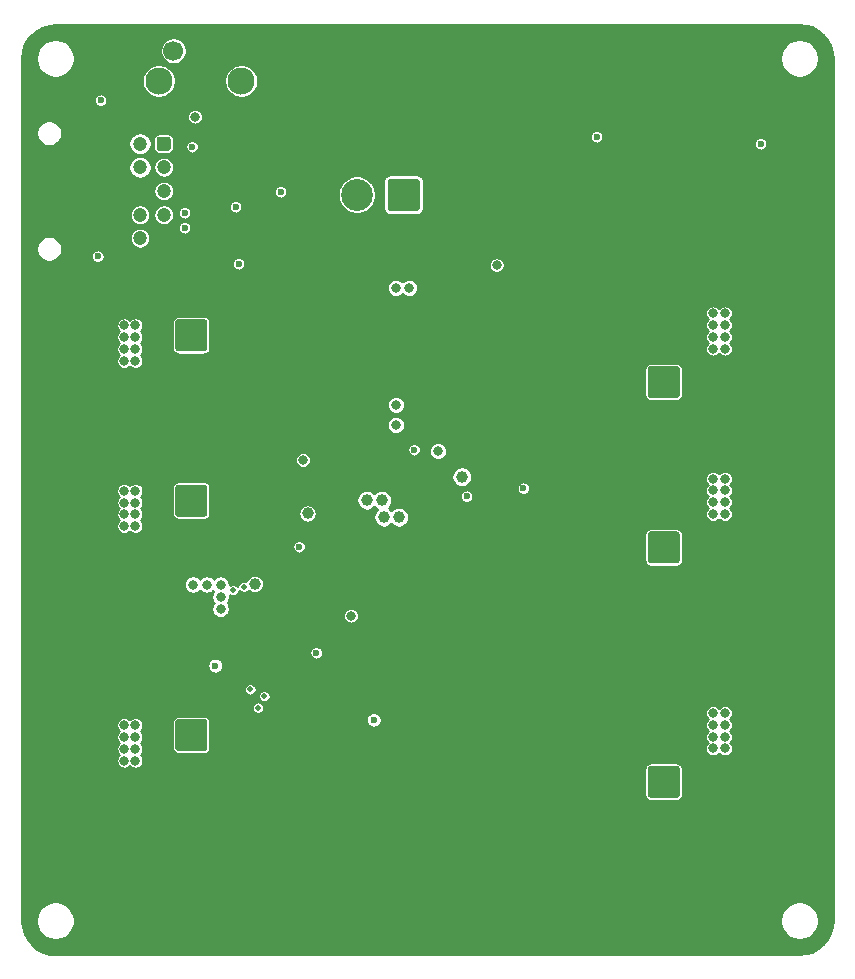
<source format=gbr>
G04 #@! TF.GenerationSoftware,KiCad,Pcbnew,(5.1.0-0)*
G04 #@! TF.CreationDate,2019-05-02T09:23:52-04:00*
G04 #@! TF.ProjectId,Power Board,506f7765-7220-4426-9f61-72642e6b6963,rev?*
G04 #@! TF.SameCoordinates,Original*
G04 #@! TF.FileFunction,Copper,L2,Inr*
G04 #@! TF.FilePolarity,Positive*
%FSLAX46Y46*%
G04 Gerber Fmt 4.6, Leading zero omitted, Abs format (unit mm)*
G04 Created by KiCad (PCBNEW (5.1.0-0)) date 2019-05-02 09:23:52*
%MOMM*%
%LPD*%
G04 APERTURE LIST*
%ADD10C,0.400000*%
%ADD11C,0.500000*%
%ADD12C,1.200000*%
%ADD13C,0.100000*%
%ADD14C,0.508000*%
%ADD15C,2.300000*%
%ADD16C,1.700000*%
%ADD17R,1.700000X1.700000*%
%ADD18C,2.700000*%
%ADD19C,0.600000*%
%ADD20C,1.000000*%
%ADD21C,0.800000*%
%ADD22C,0.254000*%
G04 APERTURE END LIST*
D10*
X105532000Y-81534000D03*
X106737000Y-82862000D03*
X106737000Y-81534000D03*
X106737000Y-80206000D03*
X108147000Y-80206000D03*
X108147000Y-82862000D03*
X109352000Y-81534000D03*
X108147000Y-81534000D03*
D11*
X96529000Y-85797000D03*
X96529000Y-86977000D03*
X97709000Y-85797000D03*
X97709000Y-86977000D03*
D12*
X87662000Y-53720000D03*
X87662000Y-51720000D03*
X87662000Y-49720000D03*
X87662000Y-47720000D03*
X87662000Y-45720000D03*
X89662000Y-53720000D03*
X89662000Y-51720000D03*
X89662000Y-49720000D03*
X89662000Y-47720000D03*
D13*
G36*
X90036505Y-45121204D02*
G01*
X90060773Y-45124804D01*
X90084572Y-45130765D01*
X90107671Y-45139030D01*
X90129850Y-45149520D01*
X90150893Y-45162132D01*
X90170599Y-45176747D01*
X90188777Y-45193223D01*
X90205253Y-45211401D01*
X90219868Y-45231107D01*
X90232480Y-45252150D01*
X90242970Y-45274329D01*
X90251235Y-45297428D01*
X90257196Y-45321227D01*
X90260796Y-45345495D01*
X90262000Y-45369999D01*
X90262000Y-46070001D01*
X90260796Y-46094505D01*
X90257196Y-46118773D01*
X90251235Y-46142572D01*
X90242970Y-46165671D01*
X90232480Y-46187850D01*
X90219868Y-46208893D01*
X90205253Y-46228599D01*
X90188777Y-46246777D01*
X90170599Y-46263253D01*
X90150893Y-46277868D01*
X90129850Y-46290480D01*
X90107671Y-46300970D01*
X90084572Y-46309235D01*
X90060773Y-46315196D01*
X90036505Y-46318796D01*
X90012001Y-46320000D01*
X89311999Y-46320000D01*
X89287495Y-46318796D01*
X89263227Y-46315196D01*
X89239428Y-46309235D01*
X89216329Y-46300970D01*
X89194150Y-46290480D01*
X89173107Y-46277868D01*
X89153401Y-46263253D01*
X89135223Y-46246777D01*
X89118747Y-46228599D01*
X89104132Y-46208893D01*
X89091520Y-46187850D01*
X89081030Y-46165671D01*
X89072765Y-46142572D01*
X89066804Y-46118773D01*
X89063204Y-46094505D01*
X89062000Y-46070001D01*
X89062000Y-45369999D01*
X89063204Y-45345495D01*
X89066804Y-45321227D01*
X89072765Y-45297428D01*
X89081030Y-45274329D01*
X89091520Y-45252150D01*
X89104132Y-45231107D01*
X89118747Y-45211401D01*
X89135223Y-45193223D01*
X89153401Y-45176747D01*
X89173107Y-45162132D01*
X89194150Y-45149520D01*
X89216329Y-45139030D01*
X89239428Y-45130765D01*
X89263227Y-45124804D01*
X89287495Y-45121204D01*
X89311999Y-45120000D01*
X90012001Y-45120000D01*
X90036505Y-45121204D01*
X90036505Y-45121204D01*
G37*
D12*
X89662000Y-45720000D03*
D14*
X130370000Y-51660000D03*
X130370000Y-53460000D03*
X130320000Y-49860000D03*
X134620000Y-53460000D03*
X132470000Y-53460000D03*
X132470000Y-49860000D03*
X134620000Y-49860000D03*
X132470000Y-51660000D03*
X134620000Y-51660000D03*
X136720000Y-49860000D03*
X136720000Y-51660000D03*
X136720000Y-53460000D03*
D15*
X89246000Y-40396000D03*
X96246000Y-40396000D03*
D16*
X90496000Y-37846000D03*
D17*
X94996000Y-37846000D03*
D18*
X132000000Y-95780000D03*
D13*
G36*
X133124503Y-98391204D02*
G01*
X133148772Y-98394804D01*
X133172570Y-98400765D01*
X133195670Y-98409030D01*
X133217849Y-98419520D01*
X133238892Y-98432133D01*
X133258598Y-98446748D01*
X133276776Y-98463224D01*
X133293252Y-98481402D01*
X133307867Y-98501108D01*
X133320480Y-98522151D01*
X133330970Y-98544330D01*
X133339235Y-98567430D01*
X133345196Y-98591228D01*
X133348796Y-98615497D01*
X133350000Y-98640001D01*
X133350000Y-100839999D01*
X133348796Y-100864503D01*
X133345196Y-100888772D01*
X133339235Y-100912570D01*
X133330970Y-100935670D01*
X133320480Y-100957849D01*
X133307867Y-100978892D01*
X133293252Y-100998598D01*
X133276776Y-101016776D01*
X133258598Y-101033252D01*
X133238892Y-101047867D01*
X133217849Y-101060480D01*
X133195670Y-101070970D01*
X133172570Y-101079235D01*
X133148772Y-101085196D01*
X133124503Y-101088796D01*
X133099999Y-101090000D01*
X130900001Y-101090000D01*
X130875497Y-101088796D01*
X130851228Y-101085196D01*
X130827430Y-101079235D01*
X130804330Y-101070970D01*
X130782151Y-101060480D01*
X130761108Y-101047867D01*
X130741402Y-101033252D01*
X130723224Y-101016776D01*
X130706748Y-100998598D01*
X130692133Y-100978892D01*
X130679520Y-100957849D01*
X130669030Y-100935670D01*
X130660765Y-100912570D01*
X130654804Y-100888772D01*
X130651204Y-100864503D01*
X130650000Y-100839999D01*
X130650000Y-98640001D01*
X130651204Y-98615497D01*
X130654804Y-98591228D01*
X130660765Y-98567430D01*
X130669030Y-98544330D01*
X130679520Y-98522151D01*
X130692133Y-98501108D01*
X130706748Y-98481402D01*
X130723224Y-98463224D01*
X130741402Y-98446748D01*
X130761108Y-98432133D01*
X130782151Y-98419520D01*
X130804330Y-98409030D01*
X130827430Y-98400765D01*
X130851228Y-98394804D01*
X130875497Y-98391204D01*
X130900001Y-98390000D01*
X133099999Y-98390000D01*
X133124503Y-98391204D01*
X133124503Y-98391204D01*
G37*
D18*
X132000000Y-99740000D03*
X132000000Y-75938000D03*
D13*
G36*
X133124503Y-78549204D02*
G01*
X133148772Y-78552804D01*
X133172570Y-78558765D01*
X133195670Y-78567030D01*
X133217849Y-78577520D01*
X133238892Y-78590133D01*
X133258598Y-78604748D01*
X133276776Y-78621224D01*
X133293252Y-78639402D01*
X133307867Y-78659108D01*
X133320480Y-78680151D01*
X133330970Y-78702330D01*
X133339235Y-78725430D01*
X133345196Y-78749228D01*
X133348796Y-78773497D01*
X133350000Y-78798001D01*
X133350000Y-80997999D01*
X133348796Y-81022503D01*
X133345196Y-81046772D01*
X133339235Y-81070570D01*
X133330970Y-81093670D01*
X133320480Y-81115849D01*
X133307867Y-81136892D01*
X133293252Y-81156598D01*
X133276776Y-81174776D01*
X133258598Y-81191252D01*
X133238892Y-81205867D01*
X133217849Y-81218480D01*
X133195670Y-81228970D01*
X133172570Y-81237235D01*
X133148772Y-81243196D01*
X133124503Y-81246796D01*
X133099999Y-81248000D01*
X130900001Y-81248000D01*
X130875497Y-81246796D01*
X130851228Y-81243196D01*
X130827430Y-81237235D01*
X130804330Y-81228970D01*
X130782151Y-81218480D01*
X130761108Y-81205867D01*
X130741402Y-81191252D01*
X130723224Y-81174776D01*
X130706748Y-81156598D01*
X130692133Y-81136892D01*
X130679520Y-81115849D01*
X130669030Y-81093670D01*
X130660765Y-81070570D01*
X130654804Y-81046772D01*
X130651204Y-81022503D01*
X130650000Y-80997999D01*
X130650000Y-78798001D01*
X130651204Y-78773497D01*
X130654804Y-78749228D01*
X130660765Y-78725430D01*
X130669030Y-78702330D01*
X130679520Y-78680151D01*
X130692133Y-78659108D01*
X130706748Y-78639402D01*
X130723224Y-78621224D01*
X130741402Y-78604748D01*
X130761108Y-78590133D01*
X130782151Y-78577520D01*
X130804330Y-78567030D01*
X130827430Y-78558765D01*
X130851228Y-78552804D01*
X130875497Y-78549204D01*
X130900001Y-78548000D01*
X133099999Y-78548000D01*
X133124503Y-78549204D01*
X133124503Y-78549204D01*
G37*
D18*
X132000000Y-79898000D03*
X132000000Y-61938000D03*
D13*
G36*
X133124503Y-64549204D02*
G01*
X133148772Y-64552804D01*
X133172570Y-64558765D01*
X133195670Y-64567030D01*
X133217849Y-64577520D01*
X133238892Y-64590133D01*
X133258598Y-64604748D01*
X133276776Y-64621224D01*
X133293252Y-64639402D01*
X133307867Y-64659108D01*
X133320480Y-64680151D01*
X133330970Y-64702330D01*
X133339235Y-64725430D01*
X133345196Y-64749228D01*
X133348796Y-64773497D01*
X133350000Y-64798001D01*
X133350000Y-66997999D01*
X133348796Y-67022503D01*
X133345196Y-67046772D01*
X133339235Y-67070570D01*
X133330970Y-67093670D01*
X133320480Y-67115849D01*
X133307867Y-67136892D01*
X133293252Y-67156598D01*
X133276776Y-67174776D01*
X133258598Y-67191252D01*
X133238892Y-67205867D01*
X133217849Y-67218480D01*
X133195670Y-67228970D01*
X133172570Y-67237235D01*
X133148772Y-67243196D01*
X133124503Y-67246796D01*
X133099999Y-67248000D01*
X130900001Y-67248000D01*
X130875497Y-67246796D01*
X130851228Y-67243196D01*
X130827430Y-67237235D01*
X130804330Y-67228970D01*
X130782151Y-67218480D01*
X130761108Y-67205867D01*
X130741402Y-67191252D01*
X130723224Y-67174776D01*
X130706748Y-67156598D01*
X130692133Y-67136892D01*
X130679520Y-67115849D01*
X130669030Y-67093670D01*
X130660765Y-67070570D01*
X130654804Y-67046772D01*
X130651204Y-67022503D01*
X130650000Y-66997999D01*
X130650000Y-64798001D01*
X130651204Y-64773497D01*
X130654804Y-64749228D01*
X130660765Y-64725430D01*
X130669030Y-64702330D01*
X130679520Y-64680151D01*
X130692133Y-64659108D01*
X130706748Y-64639402D01*
X130723224Y-64621224D01*
X130741402Y-64604748D01*
X130761108Y-64590133D01*
X130782151Y-64577520D01*
X130804330Y-64567030D01*
X130827430Y-64558765D01*
X130851228Y-64552804D01*
X130875497Y-64549204D01*
X130900001Y-64548000D01*
X133099999Y-64548000D01*
X133124503Y-64549204D01*
X133124503Y-64549204D01*
G37*
D18*
X132000000Y-65898000D03*
X92000000Y-99740000D03*
D13*
G36*
X93124503Y-94431204D02*
G01*
X93148772Y-94434804D01*
X93172570Y-94440765D01*
X93195670Y-94449030D01*
X93217849Y-94459520D01*
X93238892Y-94472133D01*
X93258598Y-94486748D01*
X93276776Y-94503224D01*
X93293252Y-94521402D01*
X93307867Y-94541108D01*
X93320480Y-94562151D01*
X93330970Y-94584330D01*
X93339235Y-94607430D01*
X93345196Y-94631228D01*
X93348796Y-94655497D01*
X93350000Y-94680001D01*
X93350000Y-96879999D01*
X93348796Y-96904503D01*
X93345196Y-96928772D01*
X93339235Y-96952570D01*
X93330970Y-96975670D01*
X93320480Y-96997849D01*
X93307867Y-97018892D01*
X93293252Y-97038598D01*
X93276776Y-97056776D01*
X93258598Y-97073252D01*
X93238892Y-97087867D01*
X93217849Y-97100480D01*
X93195670Y-97110970D01*
X93172570Y-97119235D01*
X93148772Y-97125196D01*
X93124503Y-97128796D01*
X93099999Y-97130000D01*
X90900001Y-97130000D01*
X90875497Y-97128796D01*
X90851228Y-97125196D01*
X90827430Y-97119235D01*
X90804330Y-97110970D01*
X90782151Y-97100480D01*
X90761108Y-97087867D01*
X90741402Y-97073252D01*
X90723224Y-97056776D01*
X90706748Y-97038598D01*
X90692133Y-97018892D01*
X90679520Y-96997849D01*
X90669030Y-96975670D01*
X90660765Y-96952570D01*
X90654804Y-96928772D01*
X90651204Y-96904503D01*
X90650000Y-96879999D01*
X90650000Y-94680001D01*
X90651204Y-94655497D01*
X90654804Y-94631228D01*
X90660765Y-94607430D01*
X90669030Y-94584330D01*
X90679520Y-94562151D01*
X90692133Y-94541108D01*
X90706748Y-94521402D01*
X90723224Y-94503224D01*
X90741402Y-94486748D01*
X90761108Y-94472133D01*
X90782151Y-94459520D01*
X90804330Y-94449030D01*
X90827430Y-94440765D01*
X90851228Y-94434804D01*
X90875497Y-94431204D01*
X90900001Y-94430000D01*
X93099999Y-94430000D01*
X93124503Y-94431204D01*
X93124503Y-94431204D01*
G37*
D18*
X92000000Y-95780000D03*
X92000000Y-79898000D03*
D13*
G36*
X93124503Y-74589204D02*
G01*
X93148772Y-74592804D01*
X93172570Y-74598765D01*
X93195670Y-74607030D01*
X93217849Y-74617520D01*
X93238892Y-74630133D01*
X93258598Y-74644748D01*
X93276776Y-74661224D01*
X93293252Y-74679402D01*
X93307867Y-74699108D01*
X93320480Y-74720151D01*
X93330970Y-74742330D01*
X93339235Y-74765430D01*
X93345196Y-74789228D01*
X93348796Y-74813497D01*
X93350000Y-74838001D01*
X93350000Y-77037999D01*
X93348796Y-77062503D01*
X93345196Y-77086772D01*
X93339235Y-77110570D01*
X93330970Y-77133670D01*
X93320480Y-77155849D01*
X93307867Y-77176892D01*
X93293252Y-77196598D01*
X93276776Y-77214776D01*
X93258598Y-77231252D01*
X93238892Y-77245867D01*
X93217849Y-77258480D01*
X93195670Y-77268970D01*
X93172570Y-77277235D01*
X93148772Y-77283196D01*
X93124503Y-77286796D01*
X93099999Y-77288000D01*
X90900001Y-77288000D01*
X90875497Y-77286796D01*
X90851228Y-77283196D01*
X90827430Y-77277235D01*
X90804330Y-77268970D01*
X90782151Y-77258480D01*
X90761108Y-77245867D01*
X90741402Y-77231252D01*
X90723224Y-77214776D01*
X90706748Y-77196598D01*
X90692133Y-77176892D01*
X90679520Y-77155849D01*
X90669030Y-77133670D01*
X90660765Y-77110570D01*
X90654804Y-77086772D01*
X90651204Y-77062503D01*
X90650000Y-77037999D01*
X90650000Y-74838001D01*
X90651204Y-74813497D01*
X90654804Y-74789228D01*
X90660765Y-74765430D01*
X90669030Y-74742330D01*
X90679520Y-74720151D01*
X90692133Y-74699108D01*
X90706748Y-74679402D01*
X90723224Y-74661224D01*
X90741402Y-74644748D01*
X90761108Y-74630133D01*
X90782151Y-74617520D01*
X90804330Y-74607030D01*
X90827430Y-74598765D01*
X90851228Y-74592804D01*
X90875497Y-74589204D01*
X90900001Y-74588000D01*
X93099999Y-74588000D01*
X93124503Y-74589204D01*
X93124503Y-74589204D01*
G37*
D18*
X92000000Y-75938000D03*
X92000000Y-65898000D03*
D13*
G36*
X93124503Y-60589204D02*
G01*
X93148772Y-60592804D01*
X93172570Y-60598765D01*
X93195670Y-60607030D01*
X93217849Y-60617520D01*
X93238892Y-60630133D01*
X93258598Y-60644748D01*
X93276776Y-60661224D01*
X93293252Y-60679402D01*
X93307867Y-60699108D01*
X93320480Y-60720151D01*
X93330970Y-60742330D01*
X93339235Y-60765430D01*
X93345196Y-60789228D01*
X93348796Y-60813497D01*
X93350000Y-60838001D01*
X93350000Y-63037999D01*
X93348796Y-63062503D01*
X93345196Y-63086772D01*
X93339235Y-63110570D01*
X93330970Y-63133670D01*
X93320480Y-63155849D01*
X93307867Y-63176892D01*
X93293252Y-63196598D01*
X93276776Y-63214776D01*
X93258598Y-63231252D01*
X93238892Y-63245867D01*
X93217849Y-63258480D01*
X93195670Y-63268970D01*
X93172570Y-63277235D01*
X93148772Y-63283196D01*
X93124503Y-63286796D01*
X93099999Y-63288000D01*
X90900001Y-63288000D01*
X90875497Y-63286796D01*
X90851228Y-63283196D01*
X90827430Y-63277235D01*
X90804330Y-63268970D01*
X90782151Y-63258480D01*
X90761108Y-63245867D01*
X90741402Y-63231252D01*
X90723224Y-63214776D01*
X90706748Y-63196598D01*
X90692133Y-63176892D01*
X90679520Y-63155849D01*
X90669030Y-63133670D01*
X90660765Y-63110570D01*
X90654804Y-63086772D01*
X90651204Y-63062503D01*
X90650000Y-63037999D01*
X90650000Y-60838001D01*
X90651204Y-60813497D01*
X90654804Y-60789228D01*
X90660765Y-60765430D01*
X90669030Y-60742330D01*
X90679520Y-60720151D01*
X90692133Y-60699108D01*
X90706748Y-60679402D01*
X90723224Y-60661224D01*
X90741402Y-60644748D01*
X90761108Y-60630133D01*
X90782151Y-60617520D01*
X90804330Y-60607030D01*
X90827430Y-60598765D01*
X90851228Y-60592804D01*
X90875497Y-60589204D01*
X90900001Y-60588000D01*
X93099999Y-60588000D01*
X93124503Y-60589204D01*
X93124503Y-60589204D01*
G37*
D18*
X92000000Y-61938000D03*
X102062000Y-50038000D03*
X106022000Y-50038000D03*
D13*
G36*
X111106503Y-48689204D02*
G01*
X111130772Y-48692804D01*
X111154570Y-48698765D01*
X111177670Y-48707030D01*
X111199849Y-48717520D01*
X111220892Y-48730133D01*
X111240598Y-48744748D01*
X111258776Y-48761224D01*
X111275252Y-48779402D01*
X111289867Y-48799108D01*
X111302480Y-48820151D01*
X111312970Y-48842330D01*
X111321235Y-48865430D01*
X111327196Y-48889228D01*
X111330796Y-48913497D01*
X111332000Y-48938001D01*
X111332000Y-51137999D01*
X111330796Y-51162503D01*
X111327196Y-51186772D01*
X111321235Y-51210570D01*
X111312970Y-51233670D01*
X111302480Y-51255849D01*
X111289867Y-51276892D01*
X111275252Y-51296598D01*
X111258776Y-51314776D01*
X111240598Y-51331252D01*
X111220892Y-51345867D01*
X111199849Y-51358480D01*
X111177670Y-51368970D01*
X111154570Y-51377235D01*
X111130772Y-51383196D01*
X111106503Y-51386796D01*
X111081999Y-51388000D01*
X108882001Y-51388000D01*
X108857497Y-51386796D01*
X108833228Y-51383196D01*
X108809430Y-51377235D01*
X108786330Y-51368970D01*
X108764151Y-51358480D01*
X108743108Y-51345867D01*
X108723402Y-51331252D01*
X108705224Y-51314776D01*
X108688748Y-51296598D01*
X108674133Y-51276892D01*
X108661520Y-51255849D01*
X108651030Y-51233670D01*
X108642765Y-51210570D01*
X108636804Y-51186772D01*
X108633204Y-51162503D01*
X108632000Y-51137999D01*
X108632000Y-48938001D01*
X108633204Y-48913497D01*
X108636804Y-48889228D01*
X108642765Y-48865430D01*
X108651030Y-48842330D01*
X108661520Y-48820151D01*
X108674133Y-48799108D01*
X108688748Y-48779402D01*
X108705224Y-48761224D01*
X108723402Y-48744748D01*
X108743108Y-48730133D01*
X108764151Y-48717520D01*
X108786330Y-48707030D01*
X108809430Y-48698765D01*
X108833228Y-48692804D01*
X108857497Y-48689204D01*
X108882001Y-48688000D01*
X111081999Y-48688000D01*
X111106503Y-48689204D01*
X111106503Y-48689204D01*
G37*
D18*
X109982000Y-50038000D03*
D19*
X110871000Y-71628000D03*
X84079410Y-55245000D03*
X120120000Y-74889000D03*
D20*
X108130000Y-75901000D03*
X106855000Y-75901000D03*
X108305000Y-77351000D03*
D21*
X92150000Y-83050000D03*
X93319000Y-83050000D03*
X94488000Y-83050000D03*
X94488000Y-84070000D03*
D20*
X109580000Y-77351000D03*
X114900000Y-73900000D03*
D21*
X94488000Y-85090000D03*
X112903000Y-71755000D03*
X109320000Y-69542000D03*
X110458000Y-57912000D03*
X109320000Y-57912000D03*
X109347000Y-67818000D03*
D19*
X129267500Y-61176000D03*
X100953000Y-98576000D03*
X100953000Y-100176000D03*
X100953000Y-99376000D03*
X104562000Y-92054000D03*
X95104000Y-94100000D03*
X113751000Y-82495000D03*
X115351000Y-82495000D03*
X114551000Y-82495000D03*
X96668000Y-68834000D03*
X96668000Y-69634000D03*
X96668000Y-70434000D03*
X118618000Y-75822000D03*
X90159000Y-86475000D03*
X90159000Y-87275000D03*
X90159000Y-88075000D03*
X94759000Y-78750000D03*
X96359000Y-78750000D03*
X95559000Y-78750000D03*
X127000000Y-101540000D03*
X126000000Y-101540000D03*
X125000000Y-101540000D03*
X125070000Y-89800000D03*
X125870000Y-89800000D03*
X126670000Y-89800000D03*
X118057000Y-54282000D03*
X118057000Y-53482000D03*
X123947000Y-52082000D03*
X123947000Y-51282000D03*
X118148000Y-47482000D03*
X118148000Y-48282000D03*
X118158000Y-50672000D03*
X118158000Y-49072000D03*
X118158000Y-49872000D03*
X131017000Y-43842000D03*
X131017000Y-45442000D03*
X131017000Y-44642000D03*
X131757000Y-41032000D03*
X131757000Y-42632000D03*
X131757000Y-41832000D03*
X129247000Y-59522000D03*
X129247000Y-60349000D03*
X129227000Y-57032000D03*
X129227000Y-58632000D03*
X129227000Y-57832000D03*
X125509000Y-67136000D03*
X125509000Y-65536000D03*
X125509000Y-66336000D03*
X96850000Y-94100000D03*
X95977000Y-94105000D03*
X102850500Y-92054000D03*
X103712500Y-92054000D03*
X89409000Y-85375000D03*
X89409000Y-83775000D03*
X89409000Y-84575000D03*
X100959000Y-95350000D03*
X100959000Y-93750000D03*
X100959000Y-94550000D03*
X112625000Y-82504000D03*
X111025000Y-82504000D03*
X111825000Y-82504000D03*
X118152000Y-70390000D03*
X118152000Y-68790000D03*
X118152000Y-69590000D03*
X118025000Y-58799000D03*
X118025000Y-57199000D03*
X118025000Y-57999000D03*
X96795000Y-58750000D03*
X96795000Y-57150000D03*
X96795000Y-57950000D03*
X140716000Y-49784000D03*
X140716000Y-47752000D03*
D21*
X101392000Y-102492410D03*
D19*
X96358205Y-46643795D03*
D21*
X97028000Y-55913179D03*
D19*
X91028986Y-53975364D03*
X102609000Y-89817000D03*
X100203000Y-51308000D03*
X95000000Y-46000008D03*
D21*
X91567000Y-56134000D03*
D19*
X125500000Y-102500000D03*
X126500000Y-102500000D03*
X130000000Y-37500000D03*
X132500000Y-37500000D03*
X135000000Y-37500000D03*
X137500000Y-37500000D03*
X131250000Y-38750000D03*
X133750000Y-38750000D03*
X136250000Y-38750000D03*
X133750000Y-41250000D03*
X136250000Y-41250000D03*
X141250000Y-41250000D03*
X137500000Y-42500000D03*
X135000000Y-42500000D03*
X133750000Y-43750000D03*
X136250000Y-43750000D03*
X138750000Y-43750000D03*
X141250000Y-43750000D03*
X132500000Y-45000000D03*
X135000000Y-45000000D03*
X137500000Y-45000000D03*
X133750000Y-46250000D03*
X136250000Y-46250000D03*
X138750000Y-46250000D03*
X137500000Y-47500000D03*
X135000000Y-47500000D03*
X132500000Y-47500000D03*
X130000000Y-47500000D03*
X117500000Y-46250000D03*
X101250000Y-46250000D03*
X100000000Y-47500000D03*
X102500000Y-47500000D03*
X103750000Y-46250000D03*
X101250000Y-52500000D03*
X100000000Y-53750000D03*
X95000000Y-61250000D03*
X96250000Y-62500000D03*
X95000000Y-63750000D03*
X96250000Y-65000000D03*
X98750000Y-65000000D03*
X100000000Y-66250000D03*
X95000000Y-66250000D03*
X96250000Y-67500000D03*
X98750000Y-67500000D03*
X93750000Y-67500000D03*
X95000000Y-68750000D03*
X92500000Y-68750000D03*
X90000000Y-68750000D03*
X100000000Y-68750000D03*
X91250000Y-70000000D03*
X93750000Y-70000000D03*
X95000000Y-71250000D03*
X97500000Y-71250000D03*
X98750000Y-72500000D03*
X96250000Y-72500000D03*
X97500000Y-73750000D03*
X100000000Y-73750000D03*
X98750000Y-75000000D03*
X96250000Y-75000000D03*
X97500000Y-76250000D03*
X96250000Y-77500000D03*
X96250000Y-77500000D03*
X95000000Y-96250000D03*
X96250000Y-95000000D03*
X97500000Y-96250000D03*
X98750000Y-95000000D03*
X100000000Y-96250000D03*
X102500000Y-96250000D03*
X101250000Y-97500000D03*
X98750000Y-97500000D03*
X96250000Y-97500000D03*
X95000000Y-98750000D03*
X97500000Y-98750000D03*
X100000000Y-98750000D03*
X98750000Y-100000000D03*
X96250000Y-100000000D03*
X95000000Y-101250000D03*
X97500000Y-101250000D03*
X100000000Y-101250000D03*
X98750000Y-102500000D03*
X96250000Y-102500000D03*
X93750000Y-102500000D03*
X91250000Y-102500000D03*
X90000000Y-103750000D03*
X92500000Y-103750000D03*
X95000000Y-103750000D03*
X97500000Y-103750000D03*
X100000000Y-103750000D03*
X102500000Y-103750000D03*
X125000000Y-103750000D03*
X127500000Y-103750000D03*
X130000000Y-103750000D03*
X128750000Y-98750000D03*
X130000000Y-97500000D03*
X128750000Y-96250000D03*
X130000000Y-95000000D03*
X128750000Y-93750000D03*
X131250000Y-93750000D03*
X132500000Y-92500000D03*
X130000000Y-92500000D03*
X128750000Y-91250000D03*
X131250000Y-91250000D03*
X132500000Y-90000000D03*
X130000000Y-90000000D03*
X128750000Y-88750000D03*
X131250000Y-88750000D03*
X133750000Y-88750000D03*
X126250000Y-88750000D03*
X123750000Y-88750000D03*
X125000000Y-87500000D03*
X127500000Y-87500000D03*
X130000000Y-87500000D03*
X132500000Y-87500000D03*
X133750000Y-86250000D03*
X131250000Y-86250000D03*
X128750000Y-86250000D03*
X126250000Y-86250000D03*
X123750000Y-86250000D03*
X125000000Y-85000000D03*
X127500000Y-85000000D03*
X130000000Y-85000000D03*
X132500000Y-85000000D03*
X128750000Y-83750000D03*
X126250000Y-83750000D03*
X123750000Y-83750000D03*
X121250000Y-83750000D03*
X118750000Y-83750000D03*
X116250000Y-83750000D03*
X113750000Y-83750000D03*
X117500000Y-82500000D03*
X120000000Y-82500000D03*
X122500000Y-82500000D03*
X125000000Y-82500000D03*
X127500000Y-82500000D03*
X116250000Y-81250000D03*
X118750000Y-81250000D03*
X121250000Y-81250000D03*
X123750000Y-81250000D03*
X126250000Y-81250000D03*
X128750000Y-81250000D03*
X127500000Y-80000000D03*
X125000000Y-80000000D03*
X122500000Y-80000000D03*
X120000000Y-80000000D03*
X117500000Y-80000000D03*
X118750000Y-78750000D03*
X121250000Y-78750000D03*
X123750000Y-78750000D03*
X126250000Y-78750000D03*
X128750000Y-78750000D03*
X127500000Y-77500000D03*
X125000000Y-77500000D03*
X122500000Y-77500000D03*
X120000000Y-77500000D03*
X117500000Y-77500000D03*
X123750000Y-76250000D03*
X126250000Y-76250000D03*
X128750000Y-76250000D03*
X127500000Y-75000000D03*
X125000000Y-75000000D03*
X126250000Y-73750000D03*
X128750000Y-73750000D03*
X131250000Y-73750000D03*
X132500000Y-72500000D03*
X130000000Y-72500000D03*
X127500000Y-72500000D03*
X126250000Y-71250000D03*
X128750000Y-71250000D03*
X131250000Y-71250000D03*
X130000000Y-70000000D03*
X127500000Y-70000000D03*
X126250000Y-68750000D03*
X128750000Y-68750000D03*
X128750000Y-63750000D03*
X126250000Y-63750000D03*
X127500000Y-62500000D03*
X130000000Y-62500000D03*
X131250000Y-58750000D03*
X132500000Y-57500000D03*
X132500000Y-55000000D03*
X131250000Y-56250000D03*
X130000000Y-55000000D03*
X138750000Y-48750000D03*
X138750000Y-51250000D03*
X138750000Y-53750000D03*
X140000000Y-55000000D03*
X137500000Y-55000000D03*
X135000000Y-55000000D03*
X140000000Y-52500000D03*
X99682530Y-75932530D03*
X98432530Y-77182530D03*
X97182530Y-78432530D03*
D21*
X101450002Y-72500000D03*
D19*
X126320000Y-45130000D03*
X140208000Y-45720000D03*
D21*
X92329000Y-43434002D03*
D19*
X84328000Y-42037000D03*
X115316000Y-75565000D03*
D14*
X95550000Y-83514000D03*
D19*
X102584000Y-88812000D03*
X101135500Y-79840010D03*
X107442000Y-94488000D03*
X94037500Y-89900000D03*
D21*
X86330000Y-62100000D03*
X86330000Y-63100000D03*
X87279410Y-61100000D03*
X86330000Y-61100000D03*
X87279410Y-62100000D03*
X86330000Y-64100000D03*
X87279410Y-63100000D03*
X87279410Y-64100000D03*
X87279410Y-78100000D03*
X87279410Y-75100000D03*
X86330000Y-76100000D03*
X87279410Y-76100000D03*
X87279410Y-77100000D03*
X86330000Y-77100000D03*
X86330000Y-78100000D03*
X86330000Y-75100000D03*
X86330000Y-94942000D03*
X86330000Y-97942000D03*
X86330000Y-96942000D03*
X87279410Y-96942000D03*
X87279410Y-95942000D03*
X86330000Y-95942000D03*
X87279410Y-94942000D03*
X87279410Y-97942000D03*
X137179410Y-63080000D03*
X137179410Y-60080000D03*
X136179410Y-61080000D03*
X137179410Y-61080000D03*
X137179410Y-62080000D03*
X136179410Y-62080000D03*
X136179410Y-63080000D03*
X136179410Y-60080000D03*
X137179410Y-77080000D03*
X137179410Y-74080000D03*
X136179410Y-75080000D03*
X137179410Y-75080000D03*
X137179410Y-76080000D03*
X136179410Y-76080000D03*
X136179410Y-77080000D03*
X136179410Y-74080000D03*
X137179410Y-96922000D03*
X137179410Y-93922000D03*
X136179410Y-94922000D03*
X137179410Y-94922000D03*
X137179410Y-95922000D03*
X136179410Y-95922000D03*
X136179410Y-96922000D03*
X136179410Y-93922000D03*
D14*
X97002590Y-91922582D03*
D20*
X97384000Y-82975000D03*
X101846252Y-77021531D03*
D14*
X96439000Y-83225000D03*
D21*
X105534000Y-85675000D03*
D19*
X95758000Y-51054000D03*
X96012000Y-55880000D03*
X91440000Y-52832000D03*
D14*
X98194801Y-92502104D03*
D19*
X91440000Y-51562000D03*
X92075000Y-45974000D03*
D14*
X97663000Y-93472000D03*
D21*
X117856000Y-56007000D03*
D19*
X99568000Y-49784000D03*
D22*
G36*
X144050930Y-35717586D02*
G01*
X144580884Y-35877589D01*
X145069658Y-36137475D01*
X145498649Y-36487351D01*
X145851510Y-36913887D01*
X146114804Y-37400839D01*
X146278500Y-37929657D01*
X146339600Y-38510983D01*
X146339601Y-111467692D01*
X146282414Y-112050931D01*
X146122413Y-112580880D01*
X145862526Y-113069657D01*
X145512651Y-113498647D01*
X145086112Y-113851511D01*
X144599164Y-114114802D01*
X144070343Y-114278500D01*
X143489017Y-114339600D01*
X80532297Y-114339600D01*
X79949069Y-114282414D01*
X79419120Y-114122413D01*
X78930343Y-113862526D01*
X78501353Y-113512651D01*
X78148489Y-113086112D01*
X77885198Y-112599164D01*
X77721500Y-112070343D01*
X77660400Y-111489017D01*
X77660400Y-111339518D01*
X78870600Y-111339518D01*
X78870600Y-111660482D01*
X78933217Y-111975278D01*
X79056044Y-112271810D01*
X79234362Y-112538682D01*
X79461318Y-112765638D01*
X79728190Y-112943956D01*
X80024722Y-113066783D01*
X80339518Y-113129400D01*
X80660482Y-113129400D01*
X80975278Y-113066783D01*
X81271810Y-112943956D01*
X81538682Y-112765638D01*
X81765638Y-112538682D01*
X81943956Y-112271810D01*
X82066783Y-111975278D01*
X82129400Y-111660482D01*
X82129400Y-111339518D01*
X141870600Y-111339518D01*
X141870600Y-111660482D01*
X141933217Y-111975278D01*
X142056044Y-112271810D01*
X142234362Y-112538682D01*
X142461318Y-112765638D01*
X142728190Y-112943956D01*
X143024722Y-113066783D01*
X143339518Y-113129400D01*
X143660482Y-113129400D01*
X143975278Y-113066783D01*
X144271810Y-112943956D01*
X144538682Y-112765638D01*
X144765638Y-112538682D01*
X144943956Y-112271810D01*
X145066783Y-111975278D01*
X145129400Y-111660482D01*
X145129400Y-111339518D01*
X145066783Y-111024722D01*
X144943956Y-110728190D01*
X144765638Y-110461318D01*
X144538682Y-110234362D01*
X144271810Y-110056044D01*
X143975278Y-109933217D01*
X143660482Y-109870600D01*
X143339518Y-109870600D01*
X143024722Y-109933217D01*
X142728190Y-110056044D01*
X142461318Y-110234362D01*
X142234362Y-110461318D01*
X142056044Y-110728190D01*
X141933217Y-111024722D01*
X141870600Y-111339518D01*
X82129400Y-111339518D01*
X82066783Y-111024722D01*
X81943956Y-110728190D01*
X81765638Y-110461318D01*
X81538682Y-110234362D01*
X81271810Y-110056044D01*
X80975278Y-109933217D01*
X80660482Y-109870600D01*
X80339518Y-109870600D01*
X80024722Y-109933217D01*
X79728190Y-110056044D01*
X79461318Y-110234362D01*
X79234362Y-110461318D01*
X79056044Y-110728190D01*
X78933217Y-111024722D01*
X78870600Y-111339518D01*
X77660400Y-111339518D01*
X77660400Y-98640001D01*
X130369249Y-98640001D01*
X130369249Y-100839999D01*
X130379447Y-100943544D01*
X130409650Y-101043109D01*
X130458697Y-101134869D01*
X130524703Y-101215297D01*
X130605131Y-101281303D01*
X130696891Y-101330350D01*
X130796456Y-101360553D01*
X130900001Y-101370751D01*
X133099999Y-101370751D01*
X133203544Y-101360553D01*
X133303109Y-101330350D01*
X133394869Y-101281303D01*
X133475297Y-101215297D01*
X133541303Y-101134869D01*
X133590350Y-101043109D01*
X133620553Y-100943544D01*
X133630751Y-100839999D01*
X133630751Y-98640001D01*
X133620553Y-98536456D01*
X133590350Y-98436891D01*
X133541303Y-98345131D01*
X133475297Y-98264703D01*
X133394869Y-98198697D01*
X133303109Y-98149650D01*
X133203544Y-98119447D01*
X133099999Y-98109249D01*
X130900001Y-98109249D01*
X130796456Y-98119447D01*
X130696891Y-98149650D01*
X130605131Y-98198697D01*
X130524703Y-98264703D01*
X130458697Y-98345131D01*
X130409650Y-98436891D01*
X130379447Y-98536456D01*
X130369249Y-98640001D01*
X77660400Y-98640001D01*
X77660400Y-94875085D01*
X85650600Y-94875085D01*
X85650600Y-95008915D01*
X85676709Y-95140174D01*
X85727924Y-95263816D01*
X85802276Y-95375092D01*
X85869184Y-95442000D01*
X85802276Y-95508908D01*
X85727924Y-95620184D01*
X85676709Y-95743826D01*
X85650600Y-95875085D01*
X85650600Y-96008915D01*
X85676709Y-96140174D01*
X85727924Y-96263816D01*
X85802276Y-96375092D01*
X85869184Y-96442000D01*
X85802276Y-96508908D01*
X85727924Y-96620184D01*
X85676709Y-96743826D01*
X85650600Y-96875085D01*
X85650600Y-97008915D01*
X85676709Y-97140174D01*
X85727924Y-97263816D01*
X85802276Y-97375092D01*
X85869184Y-97442000D01*
X85802276Y-97508908D01*
X85727924Y-97620184D01*
X85676709Y-97743826D01*
X85650600Y-97875085D01*
X85650600Y-98008915D01*
X85676709Y-98140174D01*
X85727924Y-98263816D01*
X85802276Y-98375092D01*
X85896908Y-98469724D01*
X86008184Y-98544076D01*
X86131826Y-98595291D01*
X86263085Y-98621400D01*
X86396915Y-98621400D01*
X86528174Y-98595291D01*
X86651816Y-98544076D01*
X86763092Y-98469724D01*
X86804705Y-98428111D01*
X86846318Y-98469724D01*
X86957594Y-98544076D01*
X87081236Y-98595291D01*
X87212495Y-98621400D01*
X87346325Y-98621400D01*
X87477584Y-98595291D01*
X87601226Y-98544076D01*
X87712502Y-98469724D01*
X87807134Y-98375092D01*
X87881486Y-98263816D01*
X87932701Y-98140174D01*
X87958810Y-98008915D01*
X87958810Y-97875085D01*
X87932701Y-97743826D01*
X87881486Y-97620184D01*
X87807134Y-97508908D01*
X87740226Y-97442000D01*
X87807134Y-97375092D01*
X87881486Y-97263816D01*
X87932701Y-97140174D01*
X87958810Y-97008915D01*
X87958810Y-96875085D01*
X87932701Y-96743826D01*
X87881486Y-96620184D01*
X87807134Y-96508908D01*
X87740226Y-96442000D01*
X87807134Y-96375092D01*
X87881486Y-96263816D01*
X87932701Y-96140174D01*
X87958810Y-96008915D01*
X87958810Y-95875085D01*
X87932701Y-95743826D01*
X87881486Y-95620184D01*
X87807134Y-95508908D01*
X87740226Y-95442000D01*
X87807134Y-95375092D01*
X87881486Y-95263816D01*
X87932701Y-95140174D01*
X87958810Y-95008915D01*
X87958810Y-94875085D01*
X87932701Y-94743826D01*
X87906264Y-94680001D01*
X90369249Y-94680001D01*
X90369249Y-96879999D01*
X90379447Y-96983544D01*
X90409650Y-97083109D01*
X90458697Y-97174869D01*
X90524703Y-97255297D01*
X90605131Y-97321303D01*
X90696891Y-97370350D01*
X90796456Y-97400553D01*
X90900001Y-97410751D01*
X93099999Y-97410751D01*
X93203544Y-97400553D01*
X93303109Y-97370350D01*
X93394869Y-97321303D01*
X93475297Y-97255297D01*
X93541303Y-97174869D01*
X93590350Y-97083109D01*
X93620553Y-96983544D01*
X93630751Y-96879999D01*
X93630751Y-94680001D01*
X93620553Y-94576456D01*
X93590350Y-94476891D01*
X93560648Y-94421321D01*
X106765000Y-94421321D01*
X106765000Y-94554679D01*
X106791016Y-94685474D01*
X106842050Y-94808680D01*
X106916140Y-94919563D01*
X107010437Y-95013860D01*
X107121320Y-95087950D01*
X107244526Y-95138984D01*
X107375321Y-95165000D01*
X107508679Y-95165000D01*
X107639474Y-95138984D01*
X107762680Y-95087950D01*
X107873563Y-95013860D01*
X107967860Y-94919563D01*
X108041950Y-94808680D01*
X108092984Y-94685474D01*
X108119000Y-94554679D01*
X108119000Y-94421321D01*
X108092984Y-94290526D01*
X108041950Y-94167320D01*
X107967860Y-94056437D01*
X107873563Y-93962140D01*
X107762680Y-93888050D01*
X107683097Y-93855085D01*
X135500010Y-93855085D01*
X135500010Y-93988915D01*
X135526119Y-94120174D01*
X135577334Y-94243816D01*
X135651686Y-94355092D01*
X135718594Y-94422000D01*
X135651686Y-94488908D01*
X135577334Y-94600184D01*
X135526119Y-94723826D01*
X135500010Y-94855085D01*
X135500010Y-94988915D01*
X135526119Y-95120174D01*
X135577334Y-95243816D01*
X135651686Y-95355092D01*
X135718594Y-95422000D01*
X135651686Y-95488908D01*
X135577334Y-95600184D01*
X135526119Y-95723826D01*
X135500010Y-95855085D01*
X135500010Y-95988915D01*
X135526119Y-96120174D01*
X135577334Y-96243816D01*
X135651686Y-96355092D01*
X135718594Y-96422000D01*
X135651686Y-96488908D01*
X135577334Y-96600184D01*
X135526119Y-96723826D01*
X135500010Y-96855085D01*
X135500010Y-96988915D01*
X135526119Y-97120174D01*
X135577334Y-97243816D01*
X135651686Y-97355092D01*
X135746318Y-97449724D01*
X135857594Y-97524076D01*
X135981236Y-97575291D01*
X136112495Y-97601400D01*
X136246325Y-97601400D01*
X136377584Y-97575291D01*
X136501226Y-97524076D01*
X136612502Y-97449724D01*
X136679410Y-97382816D01*
X136746318Y-97449724D01*
X136857594Y-97524076D01*
X136981236Y-97575291D01*
X137112495Y-97601400D01*
X137246325Y-97601400D01*
X137377584Y-97575291D01*
X137501226Y-97524076D01*
X137612502Y-97449724D01*
X137707134Y-97355092D01*
X137781486Y-97243816D01*
X137832701Y-97120174D01*
X137858810Y-96988915D01*
X137858810Y-96855085D01*
X137832701Y-96723826D01*
X137781486Y-96600184D01*
X137707134Y-96488908D01*
X137640226Y-96422000D01*
X137707134Y-96355092D01*
X137781486Y-96243816D01*
X137832701Y-96120174D01*
X137858810Y-95988915D01*
X137858810Y-95855085D01*
X137832701Y-95723826D01*
X137781486Y-95600184D01*
X137707134Y-95488908D01*
X137640226Y-95422000D01*
X137707134Y-95355092D01*
X137781486Y-95243816D01*
X137832701Y-95120174D01*
X137858810Y-94988915D01*
X137858810Y-94855085D01*
X137832701Y-94723826D01*
X137781486Y-94600184D01*
X137707134Y-94488908D01*
X137640226Y-94422000D01*
X137707134Y-94355092D01*
X137781486Y-94243816D01*
X137832701Y-94120174D01*
X137858810Y-93988915D01*
X137858810Y-93855085D01*
X137832701Y-93723826D01*
X137781486Y-93600184D01*
X137707134Y-93488908D01*
X137612502Y-93394276D01*
X137501226Y-93319924D01*
X137377584Y-93268709D01*
X137246325Y-93242600D01*
X137112495Y-93242600D01*
X136981236Y-93268709D01*
X136857594Y-93319924D01*
X136746318Y-93394276D01*
X136679410Y-93461184D01*
X136612502Y-93394276D01*
X136501226Y-93319924D01*
X136377584Y-93268709D01*
X136246325Y-93242600D01*
X136112495Y-93242600D01*
X135981236Y-93268709D01*
X135857594Y-93319924D01*
X135746318Y-93394276D01*
X135651686Y-93488908D01*
X135577334Y-93600184D01*
X135526119Y-93723826D01*
X135500010Y-93855085D01*
X107683097Y-93855085D01*
X107639474Y-93837016D01*
X107508679Y-93811000D01*
X107375321Y-93811000D01*
X107244526Y-93837016D01*
X107121320Y-93888050D01*
X107010437Y-93962140D01*
X106916140Y-94056437D01*
X106842050Y-94167320D01*
X106791016Y-94290526D01*
X106765000Y-94421321D01*
X93560648Y-94421321D01*
X93541303Y-94385131D01*
X93475297Y-94304703D01*
X93394869Y-94238697D01*
X93303109Y-94189650D01*
X93203544Y-94159447D01*
X93099999Y-94149249D01*
X90900001Y-94149249D01*
X90796456Y-94159447D01*
X90696891Y-94189650D01*
X90605131Y-94238697D01*
X90524703Y-94304703D01*
X90458697Y-94385131D01*
X90409650Y-94476891D01*
X90379447Y-94576456D01*
X90369249Y-94680001D01*
X87906264Y-94680001D01*
X87881486Y-94620184D01*
X87807134Y-94508908D01*
X87712502Y-94414276D01*
X87601226Y-94339924D01*
X87477584Y-94288709D01*
X87346325Y-94262600D01*
X87212495Y-94262600D01*
X87081236Y-94288709D01*
X86957594Y-94339924D01*
X86846318Y-94414276D01*
X86804705Y-94455889D01*
X86763092Y-94414276D01*
X86651816Y-94339924D01*
X86528174Y-94288709D01*
X86396915Y-94262600D01*
X86263085Y-94262600D01*
X86131826Y-94288709D01*
X86008184Y-94339924D01*
X85896908Y-94414276D01*
X85802276Y-94508908D01*
X85727924Y-94620184D01*
X85676709Y-94743826D01*
X85650600Y-94875085D01*
X77660400Y-94875085D01*
X77660400Y-93419465D01*
X97129600Y-93419465D01*
X97129600Y-93524535D01*
X97150098Y-93627587D01*
X97190307Y-93724660D01*
X97248681Y-93812023D01*
X97322977Y-93886319D01*
X97410340Y-93944693D01*
X97507413Y-93984902D01*
X97610465Y-94005400D01*
X97715535Y-94005400D01*
X97818587Y-93984902D01*
X97915660Y-93944693D01*
X98003023Y-93886319D01*
X98077319Y-93812023D01*
X98135693Y-93724660D01*
X98175902Y-93627587D01*
X98196400Y-93524535D01*
X98196400Y-93419465D01*
X98175902Y-93316413D01*
X98135693Y-93219340D01*
X98077319Y-93131977D01*
X98003023Y-93057681D01*
X97915660Y-92999307D01*
X97818587Y-92959098D01*
X97715535Y-92938600D01*
X97610465Y-92938600D01*
X97507413Y-92959098D01*
X97410340Y-92999307D01*
X97322977Y-93057681D01*
X97248681Y-93131977D01*
X97190307Y-93219340D01*
X97150098Y-93316413D01*
X97129600Y-93419465D01*
X77660400Y-93419465D01*
X77660400Y-91870047D01*
X96469190Y-91870047D01*
X96469190Y-91975117D01*
X96489688Y-92078169D01*
X96529897Y-92175242D01*
X96588271Y-92262605D01*
X96662567Y-92336901D01*
X96749930Y-92395275D01*
X96847003Y-92435484D01*
X96950055Y-92455982D01*
X97055125Y-92455982D01*
X97087365Y-92449569D01*
X97661401Y-92449569D01*
X97661401Y-92554639D01*
X97681899Y-92657691D01*
X97722108Y-92754764D01*
X97780482Y-92842127D01*
X97854778Y-92916423D01*
X97942141Y-92974797D01*
X98039214Y-93015006D01*
X98142266Y-93035504D01*
X98247336Y-93035504D01*
X98350388Y-93015006D01*
X98447461Y-92974797D01*
X98534824Y-92916423D01*
X98609120Y-92842127D01*
X98667494Y-92754764D01*
X98707703Y-92657691D01*
X98728201Y-92554639D01*
X98728201Y-92449569D01*
X98707703Y-92346517D01*
X98667494Y-92249444D01*
X98609120Y-92162081D01*
X98534824Y-92087785D01*
X98447461Y-92029411D01*
X98350388Y-91989202D01*
X98247336Y-91968704D01*
X98142266Y-91968704D01*
X98039214Y-91989202D01*
X97942141Y-92029411D01*
X97854778Y-92087785D01*
X97780482Y-92162081D01*
X97722108Y-92249444D01*
X97681899Y-92346517D01*
X97661401Y-92449569D01*
X97087365Y-92449569D01*
X97158177Y-92435484D01*
X97255250Y-92395275D01*
X97342613Y-92336901D01*
X97416909Y-92262605D01*
X97475283Y-92175242D01*
X97515492Y-92078169D01*
X97535990Y-91975117D01*
X97535990Y-91870047D01*
X97515492Y-91766995D01*
X97475283Y-91669922D01*
X97416909Y-91582559D01*
X97342613Y-91508263D01*
X97255250Y-91449889D01*
X97158177Y-91409680D01*
X97055125Y-91389182D01*
X96950055Y-91389182D01*
X96847003Y-91409680D01*
X96749930Y-91449889D01*
X96662567Y-91508263D01*
X96588271Y-91582559D01*
X96529897Y-91669922D01*
X96489688Y-91766995D01*
X96469190Y-91870047D01*
X77660400Y-91870047D01*
X77660400Y-89833321D01*
X93360500Y-89833321D01*
X93360500Y-89966679D01*
X93386516Y-90097474D01*
X93437550Y-90220680D01*
X93511640Y-90331563D01*
X93605937Y-90425860D01*
X93716820Y-90499950D01*
X93840026Y-90550984D01*
X93970821Y-90577000D01*
X94104179Y-90577000D01*
X94234974Y-90550984D01*
X94358180Y-90499950D01*
X94469063Y-90425860D01*
X94563360Y-90331563D01*
X94637450Y-90220680D01*
X94688484Y-90097474D01*
X94714500Y-89966679D01*
X94714500Y-89833321D01*
X94688484Y-89702526D01*
X94637450Y-89579320D01*
X94563360Y-89468437D01*
X94469063Y-89374140D01*
X94358180Y-89300050D01*
X94234974Y-89249016D01*
X94104179Y-89223000D01*
X93970821Y-89223000D01*
X93840026Y-89249016D01*
X93716820Y-89300050D01*
X93605937Y-89374140D01*
X93511640Y-89468437D01*
X93437550Y-89579320D01*
X93386516Y-89702526D01*
X93360500Y-89833321D01*
X77660400Y-89833321D01*
X77660400Y-88754934D01*
X102004600Y-88754934D01*
X102004600Y-88869066D01*
X102026866Y-88981005D01*
X102070543Y-89086449D01*
X102133951Y-89181346D01*
X102214654Y-89262049D01*
X102309551Y-89325457D01*
X102414995Y-89369134D01*
X102526934Y-89391400D01*
X102641066Y-89391400D01*
X102753005Y-89369134D01*
X102858449Y-89325457D01*
X102953346Y-89262049D01*
X103034049Y-89181346D01*
X103097457Y-89086449D01*
X103141134Y-88981005D01*
X103163400Y-88869066D01*
X103163400Y-88754934D01*
X103141134Y-88642995D01*
X103097457Y-88537551D01*
X103034049Y-88442654D01*
X102953346Y-88361951D01*
X102858449Y-88298543D01*
X102753005Y-88254866D01*
X102641066Y-88232600D01*
X102526934Y-88232600D01*
X102414995Y-88254866D01*
X102309551Y-88298543D01*
X102214654Y-88361951D01*
X102133951Y-88442654D01*
X102070543Y-88537551D01*
X102026866Y-88642995D01*
X102004600Y-88754934D01*
X77660400Y-88754934D01*
X77660400Y-82973472D01*
X91373000Y-82973472D01*
X91373000Y-83126528D01*
X91402859Y-83276643D01*
X91461431Y-83418048D01*
X91546464Y-83545309D01*
X91654691Y-83653536D01*
X91781952Y-83738569D01*
X91923357Y-83797141D01*
X92073472Y-83827000D01*
X92226528Y-83827000D01*
X92376643Y-83797141D01*
X92518048Y-83738569D01*
X92645309Y-83653536D01*
X92734500Y-83564345D01*
X92823691Y-83653536D01*
X92950952Y-83738569D01*
X93092357Y-83797141D01*
X93242472Y-83827000D01*
X93395528Y-83827000D01*
X93545643Y-83797141D01*
X93687048Y-83738569D01*
X93814309Y-83653536D01*
X93866965Y-83600880D01*
X93799431Y-83701952D01*
X93740859Y-83843357D01*
X93711000Y-83993472D01*
X93711000Y-84146528D01*
X93740859Y-84296643D01*
X93799431Y-84438048D01*
X93884464Y-84565309D01*
X93899155Y-84580000D01*
X93884464Y-84594691D01*
X93799431Y-84721952D01*
X93740859Y-84863357D01*
X93711000Y-85013472D01*
X93711000Y-85166528D01*
X93740859Y-85316643D01*
X93799431Y-85458048D01*
X93884464Y-85585309D01*
X93992691Y-85693536D01*
X94119952Y-85778569D01*
X94261357Y-85837141D01*
X94411472Y-85867000D01*
X94564528Y-85867000D01*
X94714643Y-85837141D01*
X94856048Y-85778569D01*
X94983309Y-85693536D01*
X95068760Y-85608085D01*
X104854600Y-85608085D01*
X104854600Y-85741915D01*
X104880709Y-85873174D01*
X104931924Y-85996816D01*
X105006276Y-86108092D01*
X105100908Y-86202724D01*
X105212184Y-86277076D01*
X105335826Y-86328291D01*
X105467085Y-86354400D01*
X105600915Y-86354400D01*
X105732174Y-86328291D01*
X105855816Y-86277076D01*
X105967092Y-86202724D01*
X106061724Y-86108092D01*
X106136076Y-85996816D01*
X106187291Y-85873174D01*
X106213400Y-85741915D01*
X106213400Y-85608085D01*
X106187291Y-85476826D01*
X106136076Y-85353184D01*
X106061724Y-85241908D01*
X105967092Y-85147276D01*
X105855816Y-85072924D01*
X105732174Y-85021709D01*
X105600915Y-84995600D01*
X105467085Y-84995600D01*
X105335826Y-85021709D01*
X105212184Y-85072924D01*
X105100908Y-85147276D01*
X105006276Y-85241908D01*
X104931924Y-85353184D01*
X104880709Y-85476826D01*
X104854600Y-85608085D01*
X95068760Y-85608085D01*
X95091536Y-85585309D01*
X95176569Y-85458048D01*
X95235141Y-85316643D01*
X95265000Y-85166528D01*
X95265000Y-85013472D01*
X95235141Y-84863357D01*
X95176569Y-84721952D01*
X95091536Y-84594691D01*
X95076845Y-84580000D01*
X95091536Y-84565309D01*
X95176569Y-84438048D01*
X95235141Y-84296643D01*
X95265000Y-84146528D01*
X95265000Y-83993472D01*
X95258488Y-83960733D01*
X95297340Y-83986693D01*
X95394413Y-84026902D01*
X95497465Y-84047400D01*
X95602535Y-84047400D01*
X95705587Y-84026902D01*
X95802660Y-83986693D01*
X95890023Y-83928319D01*
X95964319Y-83854023D01*
X96022693Y-83766660D01*
X96062902Y-83669587D01*
X96073909Y-83614251D01*
X96098977Y-83639319D01*
X96186340Y-83697693D01*
X96283413Y-83737902D01*
X96386465Y-83758400D01*
X96491535Y-83758400D01*
X96594587Y-83737902D01*
X96691660Y-83697693D01*
X96779023Y-83639319D01*
X96853319Y-83565023D01*
X96860716Y-83553953D01*
X96887162Y-83580399D01*
X97014816Y-83665695D01*
X97156657Y-83724448D01*
X97307236Y-83754400D01*
X97460764Y-83754400D01*
X97611343Y-83724448D01*
X97753184Y-83665695D01*
X97880838Y-83580399D01*
X97989399Y-83471838D01*
X98074695Y-83344184D01*
X98133448Y-83202343D01*
X98163400Y-83051764D01*
X98163400Y-82898236D01*
X98133448Y-82747657D01*
X98074695Y-82605816D01*
X97989399Y-82478162D01*
X97880838Y-82369601D01*
X97753184Y-82284305D01*
X97611343Y-82225552D01*
X97460764Y-82195600D01*
X97307236Y-82195600D01*
X97156657Y-82225552D01*
X97014816Y-82284305D01*
X96887162Y-82369601D01*
X96778601Y-82478162D01*
X96693305Y-82605816D01*
X96641271Y-82731435D01*
X96594587Y-82712098D01*
X96491535Y-82691600D01*
X96386465Y-82691600D01*
X96283413Y-82712098D01*
X96186340Y-82752307D01*
X96098977Y-82810681D01*
X96024681Y-82884977D01*
X95966307Y-82972340D01*
X95926098Y-83069413D01*
X95915091Y-83124749D01*
X95890023Y-83099681D01*
X95802660Y-83041307D01*
X95705587Y-83001098D01*
X95602535Y-82980600D01*
X95497465Y-82980600D01*
X95394413Y-83001098D01*
X95297340Y-83041307D01*
X95265000Y-83062916D01*
X95265000Y-82973472D01*
X95235141Y-82823357D01*
X95176569Y-82681952D01*
X95091536Y-82554691D01*
X94983309Y-82446464D01*
X94856048Y-82361431D01*
X94714643Y-82302859D01*
X94564528Y-82273000D01*
X94411472Y-82273000D01*
X94261357Y-82302859D01*
X94119952Y-82361431D01*
X93992691Y-82446464D01*
X93903500Y-82535655D01*
X93814309Y-82446464D01*
X93687048Y-82361431D01*
X93545643Y-82302859D01*
X93395528Y-82273000D01*
X93242472Y-82273000D01*
X93092357Y-82302859D01*
X92950952Y-82361431D01*
X92823691Y-82446464D01*
X92734500Y-82535655D01*
X92645309Y-82446464D01*
X92518048Y-82361431D01*
X92376643Y-82302859D01*
X92226528Y-82273000D01*
X92073472Y-82273000D01*
X91923357Y-82302859D01*
X91781952Y-82361431D01*
X91654691Y-82446464D01*
X91546464Y-82554691D01*
X91461431Y-82681952D01*
X91402859Y-82823357D01*
X91373000Y-82973472D01*
X77660400Y-82973472D01*
X77660400Y-79782944D01*
X100556100Y-79782944D01*
X100556100Y-79897076D01*
X100578366Y-80009015D01*
X100622043Y-80114459D01*
X100685451Y-80209356D01*
X100766154Y-80290059D01*
X100861051Y-80353467D01*
X100966495Y-80397144D01*
X101078434Y-80419410D01*
X101192566Y-80419410D01*
X101304505Y-80397144D01*
X101409949Y-80353467D01*
X101504846Y-80290059D01*
X101585549Y-80209356D01*
X101648957Y-80114459D01*
X101692634Y-80009015D01*
X101714900Y-79897076D01*
X101714900Y-79782944D01*
X101692634Y-79671005D01*
X101648957Y-79565561D01*
X101585549Y-79470664D01*
X101504846Y-79389961D01*
X101409949Y-79326553D01*
X101304505Y-79282876D01*
X101192566Y-79260610D01*
X101078434Y-79260610D01*
X100966495Y-79282876D01*
X100861051Y-79326553D01*
X100766154Y-79389961D01*
X100685451Y-79470664D01*
X100622043Y-79565561D01*
X100578366Y-79671005D01*
X100556100Y-79782944D01*
X77660400Y-79782944D01*
X77660400Y-78798001D01*
X130369249Y-78798001D01*
X130369249Y-80997999D01*
X130379447Y-81101544D01*
X130409650Y-81201109D01*
X130458697Y-81292869D01*
X130524703Y-81373297D01*
X130605131Y-81439303D01*
X130696891Y-81488350D01*
X130796456Y-81518553D01*
X130900001Y-81528751D01*
X133099999Y-81528751D01*
X133203544Y-81518553D01*
X133303109Y-81488350D01*
X133394869Y-81439303D01*
X133475297Y-81373297D01*
X133541303Y-81292869D01*
X133590350Y-81201109D01*
X133620553Y-81101544D01*
X133630751Y-80997999D01*
X133630751Y-78798001D01*
X133620553Y-78694456D01*
X133590350Y-78594891D01*
X133541303Y-78503131D01*
X133475297Y-78422703D01*
X133394869Y-78356697D01*
X133303109Y-78307650D01*
X133203544Y-78277447D01*
X133099999Y-78267249D01*
X130900001Y-78267249D01*
X130796456Y-78277447D01*
X130696891Y-78307650D01*
X130605131Y-78356697D01*
X130524703Y-78422703D01*
X130458697Y-78503131D01*
X130409650Y-78594891D01*
X130379447Y-78694456D01*
X130369249Y-78798001D01*
X77660400Y-78798001D01*
X77660400Y-75033085D01*
X85650600Y-75033085D01*
X85650600Y-75166915D01*
X85676709Y-75298174D01*
X85727924Y-75421816D01*
X85802276Y-75533092D01*
X85869184Y-75600000D01*
X85802276Y-75666908D01*
X85727924Y-75778184D01*
X85676709Y-75901826D01*
X85650600Y-76033085D01*
X85650600Y-76166915D01*
X85676709Y-76298174D01*
X85727924Y-76421816D01*
X85802276Y-76533092D01*
X85869184Y-76600000D01*
X85802276Y-76666908D01*
X85727924Y-76778184D01*
X85676709Y-76901826D01*
X85650600Y-77033085D01*
X85650600Y-77166915D01*
X85676709Y-77298174D01*
X85727924Y-77421816D01*
X85802276Y-77533092D01*
X85869184Y-77600000D01*
X85802276Y-77666908D01*
X85727924Y-77778184D01*
X85676709Y-77901826D01*
X85650600Y-78033085D01*
X85650600Y-78166915D01*
X85676709Y-78298174D01*
X85727924Y-78421816D01*
X85802276Y-78533092D01*
X85896908Y-78627724D01*
X86008184Y-78702076D01*
X86131826Y-78753291D01*
X86263085Y-78779400D01*
X86396915Y-78779400D01*
X86528174Y-78753291D01*
X86651816Y-78702076D01*
X86763092Y-78627724D01*
X86804705Y-78586111D01*
X86846318Y-78627724D01*
X86957594Y-78702076D01*
X87081236Y-78753291D01*
X87212495Y-78779400D01*
X87346325Y-78779400D01*
X87477584Y-78753291D01*
X87601226Y-78702076D01*
X87712502Y-78627724D01*
X87807134Y-78533092D01*
X87881486Y-78421816D01*
X87932701Y-78298174D01*
X87958810Y-78166915D01*
X87958810Y-78033085D01*
X87932701Y-77901826D01*
X87881486Y-77778184D01*
X87807134Y-77666908D01*
X87740226Y-77600000D01*
X87807134Y-77533092D01*
X87881486Y-77421816D01*
X87932701Y-77298174D01*
X87958810Y-77166915D01*
X87958810Y-77033085D01*
X87932701Y-76901826D01*
X87881486Y-76778184D01*
X87807134Y-76666908D01*
X87740226Y-76600000D01*
X87807134Y-76533092D01*
X87881486Y-76421816D01*
X87932701Y-76298174D01*
X87958810Y-76166915D01*
X87958810Y-76033085D01*
X87932701Y-75901826D01*
X87881486Y-75778184D01*
X87807134Y-75666908D01*
X87740226Y-75600000D01*
X87807134Y-75533092D01*
X87881486Y-75421816D01*
X87932701Y-75298174D01*
X87958810Y-75166915D01*
X87958810Y-75033085D01*
X87932701Y-74901826D01*
X87906264Y-74838001D01*
X90369249Y-74838001D01*
X90369249Y-77037999D01*
X90379447Y-77141544D01*
X90409650Y-77241109D01*
X90458697Y-77332869D01*
X90524703Y-77413297D01*
X90605131Y-77479303D01*
X90696891Y-77528350D01*
X90796456Y-77558553D01*
X90900001Y-77568751D01*
X93099999Y-77568751D01*
X93203544Y-77558553D01*
X93303109Y-77528350D01*
X93394869Y-77479303D01*
X93475297Y-77413297D01*
X93541303Y-77332869D01*
X93590350Y-77241109D01*
X93620553Y-77141544D01*
X93630751Y-77037999D01*
X93630751Y-76944767D01*
X101066852Y-76944767D01*
X101066852Y-77098295D01*
X101096804Y-77248874D01*
X101155557Y-77390715D01*
X101240853Y-77518369D01*
X101349414Y-77626930D01*
X101477068Y-77712226D01*
X101618909Y-77770979D01*
X101769488Y-77800931D01*
X101923016Y-77800931D01*
X102073595Y-77770979D01*
X102215436Y-77712226D01*
X102343090Y-77626930D01*
X102451651Y-77518369D01*
X102536947Y-77390715D01*
X102595700Y-77248874D01*
X102625652Y-77098295D01*
X102625652Y-76944767D01*
X102595700Y-76794188D01*
X102536947Y-76652347D01*
X102451651Y-76524693D01*
X102343090Y-76416132D01*
X102215436Y-76330836D01*
X102073595Y-76272083D01*
X101923016Y-76242131D01*
X101769488Y-76242131D01*
X101618909Y-76272083D01*
X101477068Y-76330836D01*
X101349414Y-76416132D01*
X101240853Y-76524693D01*
X101155557Y-76652347D01*
X101096804Y-76794188D01*
X101066852Y-76944767D01*
X93630751Y-76944767D01*
X93630751Y-75814623D01*
X105978000Y-75814623D01*
X105978000Y-75987377D01*
X106011703Y-76156811D01*
X106077813Y-76316415D01*
X106173790Y-76460055D01*
X106295945Y-76582210D01*
X106439585Y-76678187D01*
X106599189Y-76744297D01*
X106768623Y-76778000D01*
X106941377Y-76778000D01*
X107110811Y-76744297D01*
X107270415Y-76678187D01*
X107414055Y-76582210D01*
X107492500Y-76503765D01*
X107570945Y-76582210D01*
X107714585Y-76678187D01*
X107730822Y-76684913D01*
X107623790Y-76791945D01*
X107527813Y-76935585D01*
X107461703Y-77095189D01*
X107428000Y-77264623D01*
X107428000Y-77437377D01*
X107461703Y-77606811D01*
X107527813Y-77766415D01*
X107623790Y-77910055D01*
X107745945Y-78032210D01*
X107889585Y-78128187D01*
X108049189Y-78194297D01*
X108218623Y-78228000D01*
X108391377Y-78228000D01*
X108560811Y-78194297D01*
X108720415Y-78128187D01*
X108864055Y-78032210D01*
X108942500Y-77953765D01*
X109020945Y-78032210D01*
X109164585Y-78128187D01*
X109324189Y-78194297D01*
X109493623Y-78228000D01*
X109666377Y-78228000D01*
X109835811Y-78194297D01*
X109995415Y-78128187D01*
X110139055Y-78032210D01*
X110261210Y-77910055D01*
X110357187Y-77766415D01*
X110423297Y-77606811D01*
X110457000Y-77437377D01*
X110457000Y-77264623D01*
X110423297Y-77095189D01*
X110357187Y-76935585D01*
X110261210Y-76791945D01*
X110139055Y-76669790D01*
X109995415Y-76573813D01*
X109835811Y-76507703D01*
X109666377Y-76474000D01*
X109493623Y-76474000D01*
X109324189Y-76507703D01*
X109164585Y-76573813D01*
X109020945Y-76669790D01*
X108942500Y-76748235D01*
X108864055Y-76669790D01*
X108720415Y-76573813D01*
X108704178Y-76567087D01*
X108811210Y-76460055D01*
X108907187Y-76316415D01*
X108973297Y-76156811D01*
X109007000Y-75987377D01*
X109007000Y-75814623D01*
X108973297Y-75645189D01*
X108916445Y-75507934D01*
X114736600Y-75507934D01*
X114736600Y-75622066D01*
X114758866Y-75734005D01*
X114802543Y-75839449D01*
X114865951Y-75934346D01*
X114946654Y-76015049D01*
X115041551Y-76078457D01*
X115146995Y-76122134D01*
X115258934Y-76144400D01*
X115373066Y-76144400D01*
X115485005Y-76122134D01*
X115590449Y-76078457D01*
X115685346Y-76015049D01*
X115766049Y-75934346D01*
X115829457Y-75839449D01*
X115873134Y-75734005D01*
X115895400Y-75622066D01*
X115895400Y-75507934D01*
X115873134Y-75395995D01*
X115829457Y-75290551D01*
X115766049Y-75195654D01*
X115685346Y-75114951D01*
X115590449Y-75051543D01*
X115485005Y-75007866D01*
X115373066Y-74985600D01*
X115258934Y-74985600D01*
X115146995Y-75007866D01*
X115041551Y-75051543D01*
X114946654Y-75114951D01*
X114865951Y-75195654D01*
X114802543Y-75290551D01*
X114758866Y-75395995D01*
X114736600Y-75507934D01*
X108916445Y-75507934D01*
X108907187Y-75485585D01*
X108811210Y-75341945D01*
X108689055Y-75219790D01*
X108545415Y-75123813D01*
X108385811Y-75057703D01*
X108216377Y-75024000D01*
X108043623Y-75024000D01*
X107874189Y-75057703D01*
X107714585Y-75123813D01*
X107570945Y-75219790D01*
X107492500Y-75298235D01*
X107414055Y-75219790D01*
X107270415Y-75123813D01*
X107110811Y-75057703D01*
X106941377Y-75024000D01*
X106768623Y-75024000D01*
X106599189Y-75057703D01*
X106439585Y-75123813D01*
X106295945Y-75219790D01*
X106173790Y-75341945D01*
X106077813Y-75485585D01*
X106011703Y-75645189D01*
X105978000Y-75814623D01*
X93630751Y-75814623D01*
X93630751Y-74838001D01*
X93630154Y-74831934D01*
X119540600Y-74831934D01*
X119540600Y-74946066D01*
X119562866Y-75058005D01*
X119606543Y-75163449D01*
X119669951Y-75258346D01*
X119750654Y-75339049D01*
X119845551Y-75402457D01*
X119950995Y-75446134D01*
X120062934Y-75468400D01*
X120177066Y-75468400D01*
X120289005Y-75446134D01*
X120394449Y-75402457D01*
X120489346Y-75339049D01*
X120570049Y-75258346D01*
X120633457Y-75163449D01*
X120677134Y-75058005D01*
X120699400Y-74946066D01*
X120699400Y-74831934D01*
X120677134Y-74719995D01*
X120633457Y-74614551D01*
X120570049Y-74519654D01*
X120489346Y-74438951D01*
X120394449Y-74375543D01*
X120289005Y-74331866D01*
X120177066Y-74309600D01*
X120062934Y-74309600D01*
X119950995Y-74331866D01*
X119845551Y-74375543D01*
X119750654Y-74438951D01*
X119669951Y-74519654D01*
X119606543Y-74614551D01*
X119562866Y-74719995D01*
X119540600Y-74831934D01*
X93630154Y-74831934D01*
X93620553Y-74734456D01*
X93590350Y-74634891D01*
X93541303Y-74543131D01*
X93475297Y-74462703D01*
X93394869Y-74396697D01*
X93303109Y-74347650D01*
X93203544Y-74317447D01*
X93099999Y-74307249D01*
X90900001Y-74307249D01*
X90796456Y-74317447D01*
X90696891Y-74347650D01*
X90605131Y-74396697D01*
X90524703Y-74462703D01*
X90458697Y-74543131D01*
X90409650Y-74634891D01*
X90379447Y-74734456D01*
X90369249Y-74838001D01*
X87906264Y-74838001D01*
X87881486Y-74778184D01*
X87807134Y-74666908D01*
X87712502Y-74572276D01*
X87601226Y-74497924D01*
X87477584Y-74446709D01*
X87346325Y-74420600D01*
X87212495Y-74420600D01*
X87081236Y-74446709D01*
X86957594Y-74497924D01*
X86846318Y-74572276D01*
X86804705Y-74613889D01*
X86763092Y-74572276D01*
X86651816Y-74497924D01*
X86528174Y-74446709D01*
X86396915Y-74420600D01*
X86263085Y-74420600D01*
X86131826Y-74446709D01*
X86008184Y-74497924D01*
X85896908Y-74572276D01*
X85802276Y-74666908D01*
X85727924Y-74778184D01*
X85676709Y-74901826D01*
X85650600Y-75033085D01*
X77660400Y-75033085D01*
X77660400Y-73813623D01*
X114023000Y-73813623D01*
X114023000Y-73986377D01*
X114056703Y-74155811D01*
X114122813Y-74315415D01*
X114218790Y-74459055D01*
X114340945Y-74581210D01*
X114484585Y-74677187D01*
X114644189Y-74743297D01*
X114813623Y-74777000D01*
X114986377Y-74777000D01*
X115155811Y-74743297D01*
X115315415Y-74677187D01*
X115459055Y-74581210D01*
X115581210Y-74459055D01*
X115677187Y-74315415D01*
X115743297Y-74155811D01*
X115771687Y-74013085D01*
X135500010Y-74013085D01*
X135500010Y-74146915D01*
X135526119Y-74278174D01*
X135577334Y-74401816D01*
X135651686Y-74513092D01*
X135718594Y-74580000D01*
X135651686Y-74646908D01*
X135577334Y-74758184D01*
X135526119Y-74881826D01*
X135500010Y-75013085D01*
X135500010Y-75146915D01*
X135526119Y-75278174D01*
X135577334Y-75401816D01*
X135651686Y-75513092D01*
X135718594Y-75580000D01*
X135651686Y-75646908D01*
X135577334Y-75758184D01*
X135526119Y-75881826D01*
X135500010Y-76013085D01*
X135500010Y-76146915D01*
X135526119Y-76278174D01*
X135577334Y-76401816D01*
X135651686Y-76513092D01*
X135718594Y-76580000D01*
X135651686Y-76646908D01*
X135577334Y-76758184D01*
X135526119Y-76881826D01*
X135500010Y-77013085D01*
X135500010Y-77146915D01*
X135526119Y-77278174D01*
X135577334Y-77401816D01*
X135651686Y-77513092D01*
X135746318Y-77607724D01*
X135857594Y-77682076D01*
X135981236Y-77733291D01*
X136112495Y-77759400D01*
X136246325Y-77759400D01*
X136377584Y-77733291D01*
X136501226Y-77682076D01*
X136612502Y-77607724D01*
X136679410Y-77540816D01*
X136746318Y-77607724D01*
X136857594Y-77682076D01*
X136981236Y-77733291D01*
X137112495Y-77759400D01*
X137246325Y-77759400D01*
X137377584Y-77733291D01*
X137501226Y-77682076D01*
X137612502Y-77607724D01*
X137707134Y-77513092D01*
X137781486Y-77401816D01*
X137832701Y-77278174D01*
X137858810Y-77146915D01*
X137858810Y-77013085D01*
X137832701Y-76881826D01*
X137781486Y-76758184D01*
X137707134Y-76646908D01*
X137640226Y-76580000D01*
X137707134Y-76513092D01*
X137781486Y-76401816D01*
X137832701Y-76278174D01*
X137858810Y-76146915D01*
X137858810Y-76013085D01*
X137832701Y-75881826D01*
X137781486Y-75758184D01*
X137707134Y-75646908D01*
X137640226Y-75580000D01*
X137707134Y-75513092D01*
X137781486Y-75401816D01*
X137832701Y-75278174D01*
X137858810Y-75146915D01*
X137858810Y-75013085D01*
X137832701Y-74881826D01*
X137781486Y-74758184D01*
X137707134Y-74646908D01*
X137640226Y-74580000D01*
X137707134Y-74513092D01*
X137781486Y-74401816D01*
X137832701Y-74278174D01*
X137858810Y-74146915D01*
X137858810Y-74013085D01*
X137832701Y-73881826D01*
X137781486Y-73758184D01*
X137707134Y-73646908D01*
X137612502Y-73552276D01*
X137501226Y-73477924D01*
X137377584Y-73426709D01*
X137246325Y-73400600D01*
X137112495Y-73400600D01*
X136981236Y-73426709D01*
X136857594Y-73477924D01*
X136746318Y-73552276D01*
X136679410Y-73619184D01*
X136612502Y-73552276D01*
X136501226Y-73477924D01*
X136377584Y-73426709D01*
X136246325Y-73400600D01*
X136112495Y-73400600D01*
X135981236Y-73426709D01*
X135857594Y-73477924D01*
X135746318Y-73552276D01*
X135651686Y-73646908D01*
X135577334Y-73758184D01*
X135526119Y-73881826D01*
X135500010Y-74013085D01*
X115771687Y-74013085D01*
X115777000Y-73986377D01*
X115777000Y-73813623D01*
X115743297Y-73644189D01*
X115677187Y-73484585D01*
X115581210Y-73340945D01*
X115459055Y-73218790D01*
X115315415Y-73122813D01*
X115155811Y-73056703D01*
X114986377Y-73023000D01*
X114813623Y-73023000D01*
X114644189Y-73056703D01*
X114484585Y-73122813D01*
X114340945Y-73218790D01*
X114218790Y-73340945D01*
X114122813Y-73484585D01*
X114056703Y-73644189D01*
X114023000Y-73813623D01*
X77660400Y-73813623D01*
X77660400Y-72433085D01*
X100770602Y-72433085D01*
X100770602Y-72566915D01*
X100796711Y-72698174D01*
X100847926Y-72821816D01*
X100922278Y-72933092D01*
X101016910Y-73027724D01*
X101128186Y-73102076D01*
X101251828Y-73153291D01*
X101383087Y-73179400D01*
X101516917Y-73179400D01*
X101648176Y-73153291D01*
X101771818Y-73102076D01*
X101883094Y-73027724D01*
X101977726Y-72933092D01*
X102052078Y-72821816D01*
X102103293Y-72698174D01*
X102129402Y-72566915D01*
X102129402Y-72433085D01*
X102103293Y-72301826D01*
X102052078Y-72178184D01*
X101977726Y-72066908D01*
X101883094Y-71972276D01*
X101771818Y-71897924D01*
X101648176Y-71846709D01*
X101516917Y-71820600D01*
X101383087Y-71820600D01*
X101251828Y-71846709D01*
X101128186Y-71897924D01*
X101016910Y-71972276D01*
X100922278Y-72066908D01*
X100847926Y-72178184D01*
X100796711Y-72301826D01*
X100770602Y-72433085D01*
X77660400Y-72433085D01*
X77660400Y-71570934D01*
X110291600Y-71570934D01*
X110291600Y-71685066D01*
X110313866Y-71797005D01*
X110357543Y-71902449D01*
X110420951Y-71997346D01*
X110501654Y-72078049D01*
X110596551Y-72141457D01*
X110701995Y-72185134D01*
X110813934Y-72207400D01*
X110928066Y-72207400D01*
X111040005Y-72185134D01*
X111145449Y-72141457D01*
X111240346Y-72078049D01*
X111321049Y-71997346D01*
X111384457Y-71902449D01*
X111428134Y-71797005D01*
X111450400Y-71685066D01*
X111450400Y-71678472D01*
X112126000Y-71678472D01*
X112126000Y-71831528D01*
X112155859Y-71981643D01*
X112214431Y-72123048D01*
X112299464Y-72250309D01*
X112407691Y-72358536D01*
X112534952Y-72443569D01*
X112676357Y-72502141D01*
X112826472Y-72532000D01*
X112979528Y-72532000D01*
X113129643Y-72502141D01*
X113271048Y-72443569D01*
X113398309Y-72358536D01*
X113506536Y-72250309D01*
X113591569Y-72123048D01*
X113650141Y-71981643D01*
X113680000Y-71831528D01*
X113680000Y-71678472D01*
X113650141Y-71528357D01*
X113591569Y-71386952D01*
X113506536Y-71259691D01*
X113398309Y-71151464D01*
X113271048Y-71066431D01*
X113129643Y-71007859D01*
X112979528Y-70978000D01*
X112826472Y-70978000D01*
X112676357Y-71007859D01*
X112534952Y-71066431D01*
X112407691Y-71151464D01*
X112299464Y-71259691D01*
X112214431Y-71386952D01*
X112155859Y-71528357D01*
X112126000Y-71678472D01*
X111450400Y-71678472D01*
X111450400Y-71570934D01*
X111428134Y-71458995D01*
X111384457Y-71353551D01*
X111321049Y-71258654D01*
X111240346Y-71177951D01*
X111145449Y-71114543D01*
X111040005Y-71070866D01*
X110928066Y-71048600D01*
X110813934Y-71048600D01*
X110701995Y-71070866D01*
X110596551Y-71114543D01*
X110501654Y-71177951D01*
X110420951Y-71258654D01*
X110357543Y-71353551D01*
X110313866Y-71458995D01*
X110291600Y-71570934D01*
X77660400Y-71570934D01*
X77660400Y-69465472D01*
X108543000Y-69465472D01*
X108543000Y-69618528D01*
X108572859Y-69768643D01*
X108631431Y-69910048D01*
X108716464Y-70037309D01*
X108824691Y-70145536D01*
X108951952Y-70230569D01*
X109093357Y-70289141D01*
X109243472Y-70319000D01*
X109396528Y-70319000D01*
X109546643Y-70289141D01*
X109688048Y-70230569D01*
X109815309Y-70145536D01*
X109923536Y-70037309D01*
X110008569Y-69910048D01*
X110067141Y-69768643D01*
X110097000Y-69618528D01*
X110097000Y-69465472D01*
X110067141Y-69315357D01*
X110008569Y-69173952D01*
X109923536Y-69046691D01*
X109815309Y-68938464D01*
X109688048Y-68853431D01*
X109546643Y-68794859D01*
X109396528Y-68765000D01*
X109243472Y-68765000D01*
X109093357Y-68794859D01*
X108951952Y-68853431D01*
X108824691Y-68938464D01*
X108716464Y-69046691D01*
X108631431Y-69173952D01*
X108572859Y-69315357D01*
X108543000Y-69465472D01*
X77660400Y-69465472D01*
X77660400Y-67741472D01*
X108570000Y-67741472D01*
X108570000Y-67894528D01*
X108599859Y-68044643D01*
X108658431Y-68186048D01*
X108743464Y-68313309D01*
X108851691Y-68421536D01*
X108978952Y-68506569D01*
X109120357Y-68565141D01*
X109270472Y-68595000D01*
X109423528Y-68595000D01*
X109573643Y-68565141D01*
X109715048Y-68506569D01*
X109842309Y-68421536D01*
X109950536Y-68313309D01*
X110035569Y-68186048D01*
X110094141Y-68044643D01*
X110124000Y-67894528D01*
X110124000Y-67741472D01*
X110094141Y-67591357D01*
X110035569Y-67449952D01*
X109950536Y-67322691D01*
X109842309Y-67214464D01*
X109715048Y-67129431D01*
X109573643Y-67070859D01*
X109423528Y-67041000D01*
X109270472Y-67041000D01*
X109120357Y-67070859D01*
X108978952Y-67129431D01*
X108851691Y-67214464D01*
X108743464Y-67322691D01*
X108658431Y-67449952D01*
X108599859Y-67591357D01*
X108570000Y-67741472D01*
X77660400Y-67741472D01*
X77660400Y-64798001D01*
X130369249Y-64798001D01*
X130369249Y-66997999D01*
X130379447Y-67101544D01*
X130409650Y-67201109D01*
X130458697Y-67292869D01*
X130524703Y-67373297D01*
X130605131Y-67439303D01*
X130696891Y-67488350D01*
X130796456Y-67518553D01*
X130900001Y-67528751D01*
X133099999Y-67528751D01*
X133203544Y-67518553D01*
X133303109Y-67488350D01*
X133394869Y-67439303D01*
X133475297Y-67373297D01*
X133541303Y-67292869D01*
X133590350Y-67201109D01*
X133620553Y-67101544D01*
X133630751Y-66997999D01*
X133630751Y-64798001D01*
X133620553Y-64694456D01*
X133590350Y-64594891D01*
X133541303Y-64503131D01*
X133475297Y-64422703D01*
X133394869Y-64356697D01*
X133303109Y-64307650D01*
X133203544Y-64277447D01*
X133099999Y-64267249D01*
X130900001Y-64267249D01*
X130796456Y-64277447D01*
X130696891Y-64307650D01*
X130605131Y-64356697D01*
X130524703Y-64422703D01*
X130458697Y-64503131D01*
X130409650Y-64594891D01*
X130379447Y-64694456D01*
X130369249Y-64798001D01*
X77660400Y-64798001D01*
X77660400Y-61033085D01*
X85650600Y-61033085D01*
X85650600Y-61166915D01*
X85676709Y-61298174D01*
X85727924Y-61421816D01*
X85802276Y-61533092D01*
X85869184Y-61600000D01*
X85802276Y-61666908D01*
X85727924Y-61778184D01*
X85676709Y-61901826D01*
X85650600Y-62033085D01*
X85650600Y-62166915D01*
X85676709Y-62298174D01*
X85727924Y-62421816D01*
X85802276Y-62533092D01*
X85869184Y-62600000D01*
X85802276Y-62666908D01*
X85727924Y-62778184D01*
X85676709Y-62901826D01*
X85650600Y-63033085D01*
X85650600Y-63166915D01*
X85676709Y-63298174D01*
X85727924Y-63421816D01*
X85802276Y-63533092D01*
X85869184Y-63600000D01*
X85802276Y-63666908D01*
X85727924Y-63778184D01*
X85676709Y-63901826D01*
X85650600Y-64033085D01*
X85650600Y-64166915D01*
X85676709Y-64298174D01*
X85727924Y-64421816D01*
X85802276Y-64533092D01*
X85896908Y-64627724D01*
X86008184Y-64702076D01*
X86131826Y-64753291D01*
X86263085Y-64779400D01*
X86396915Y-64779400D01*
X86528174Y-64753291D01*
X86651816Y-64702076D01*
X86763092Y-64627724D01*
X86804705Y-64586111D01*
X86846318Y-64627724D01*
X86957594Y-64702076D01*
X87081236Y-64753291D01*
X87212495Y-64779400D01*
X87346325Y-64779400D01*
X87477584Y-64753291D01*
X87601226Y-64702076D01*
X87712502Y-64627724D01*
X87807134Y-64533092D01*
X87881486Y-64421816D01*
X87932701Y-64298174D01*
X87958810Y-64166915D01*
X87958810Y-64033085D01*
X87932701Y-63901826D01*
X87881486Y-63778184D01*
X87807134Y-63666908D01*
X87740226Y-63600000D01*
X87807134Y-63533092D01*
X87881486Y-63421816D01*
X87932701Y-63298174D01*
X87958810Y-63166915D01*
X87958810Y-63033085D01*
X87932701Y-62901826D01*
X87881486Y-62778184D01*
X87807134Y-62666908D01*
X87740226Y-62600000D01*
X87807134Y-62533092D01*
X87881486Y-62421816D01*
X87932701Y-62298174D01*
X87958810Y-62166915D01*
X87958810Y-62033085D01*
X87932701Y-61901826D01*
X87881486Y-61778184D01*
X87807134Y-61666908D01*
X87740226Y-61600000D01*
X87807134Y-61533092D01*
X87881486Y-61421816D01*
X87932701Y-61298174D01*
X87958810Y-61166915D01*
X87958810Y-61033085D01*
X87932701Y-60901826D01*
X87906264Y-60838001D01*
X90369249Y-60838001D01*
X90369249Y-63037999D01*
X90379447Y-63141544D01*
X90409650Y-63241109D01*
X90458697Y-63332869D01*
X90524703Y-63413297D01*
X90605131Y-63479303D01*
X90696891Y-63528350D01*
X90796456Y-63558553D01*
X90900001Y-63568751D01*
X93099999Y-63568751D01*
X93203544Y-63558553D01*
X93303109Y-63528350D01*
X93394869Y-63479303D01*
X93475297Y-63413297D01*
X93541303Y-63332869D01*
X93590350Y-63241109D01*
X93620553Y-63141544D01*
X93630751Y-63037999D01*
X93630751Y-60838001D01*
X93620553Y-60734456D01*
X93590350Y-60634891D01*
X93541303Y-60543131D01*
X93475297Y-60462703D01*
X93394869Y-60396697D01*
X93303109Y-60347650D01*
X93203544Y-60317447D01*
X93099999Y-60307249D01*
X90900001Y-60307249D01*
X90796456Y-60317447D01*
X90696891Y-60347650D01*
X90605131Y-60396697D01*
X90524703Y-60462703D01*
X90458697Y-60543131D01*
X90409650Y-60634891D01*
X90379447Y-60734456D01*
X90369249Y-60838001D01*
X87906264Y-60838001D01*
X87881486Y-60778184D01*
X87807134Y-60666908D01*
X87712502Y-60572276D01*
X87601226Y-60497924D01*
X87477584Y-60446709D01*
X87346325Y-60420600D01*
X87212495Y-60420600D01*
X87081236Y-60446709D01*
X86957594Y-60497924D01*
X86846318Y-60572276D01*
X86804705Y-60613889D01*
X86763092Y-60572276D01*
X86651816Y-60497924D01*
X86528174Y-60446709D01*
X86396915Y-60420600D01*
X86263085Y-60420600D01*
X86131826Y-60446709D01*
X86008184Y-60497924D01*
X85896908Y-60572276D01*
X85802276Y-60666908D01*
X85727924Y-60778184D01*
X85676709Y-60901826D01*
X85650600Y-61033085D01*
X77660400Y-61033085D01*
X77660400Y-60013085D01*
X135500010Y-60013085D01*
X135500010Y-60146915D01*
X135526119Y-60278174D01*
X135577334Y-60401816D01*
X135651686Y-60513092D01*
X135718594Y-60580000D01*
X135651686Y-60646908D01*
X135577334Y-60758184D01*
X135526119Y-60881826D01*
X135500010Y-61013085D01*
X135500010Y-61146915D01*
X135526119Y-61278174D01*
X135577334Y-61401816D01*
X135651686Y-61513092D01*
X135718594Y-61580000D01*
X135651686Y-61646908D01*
X135577334Y-61758184D01*
X135526119Y-61881826D01*
X135500010Y-62013085D01*
X135500010Y-62146915D01*
X135526119Y-62278174D01*
X135577334Y-62401816D01*
X135651686Y-62513092D01*
X135718594Y-62580000D01*
X135651686Y-62646908D01*
X135577334Y-62758184D01*
X135526119Y-62881826D01*
X135500010Y-63013085D01*
X135500010Y-63146915D01*
X135526119Y-63278174D01*
X135577334Y-63401816D01*
X135651686Y-63513092D01*
X135746318Y-63607724D01*
X135857594Y-63682076D01*
X135981236Y-63733291D01*
X136112495Y-63759400D01*
X136246325Y-63759400D01*
X136377584Y-63733291D01*
X136501226Y-63682076D01*
X136612502Y-63607724D01*
X136679410Y-63540816D01*
X136746318Y-63607724D01*
X136857594Y-63682076D01*
X136981236Y-63733291D01*
X137112495Y-63759400D01*
X137246325Y-63759400D01*
X137377584Y-63733291D01*
X137501226Y-63682076D01*
X137612502Y-63607724D01*
X137707134Y-63513092D01*
X137781486Y-63401816D01*
X137832701Y-63278174D01*
X137858810Y-63146915D01*
X137858810Y-63013085D01*
X137832701Y-62881826D01*
X137781486Y-62758184D01*
X137707134Y-62646908D01*
X137640226Y-62580000D01*
X137707134Y-62513092D01*
X137781486Y-62401816D01*
X137832701Y-62278174D01*
X137858810Y-62146915D01*
X137858810Y-62013085D01*
X137832701Y-61881826D01*
X137781486Y-61758184D01*
X137707134Y-61646908D01*
X137640226Y-61580000D01*
X137707134Y-61513092D01*
X137781486Y-61401816D01*
X137832701Y-61278174D01*
X137858810Y-61146915D01*
X137858810Y-61013085D01*
X137832701Y-60881826D01*
X137781486Y-60758184D01*
X137707134Y-60646908D01*
X137640226Y-60580000D01*
X137707134Y-60513092D01*
X137781486Y-60401816D01*
X137832701Y-60278174D01*
X137858810Y-60146915D01*
X137858810Y-60013085D01*
X137832701Y-59881826D01*
X137781486Y-59758184D01*
X137707134Y-59646908D01*
X137612502Y-59552276D01*
X137501226Y-59477924D01*
X137377584Y-59426709D01*
X137246325Y-59400600D01*
X137112495Y-59400600D01*
X136981236Y-59426709D01*
X136857594Y-59477924D01*
X136746318Y-59552276D01*
X136679410Y-59619184D01*
X136612502Y-59552276D01*
X136501226Y-59477924D01*
X136377584Y-59426709D01*
X136246325Y-59400600D01*
X136112495Y-59400600D01*
X135981236Y-59426709D01*
X135857594Y-59477924D01*
X135746318Y-59552276D01*
X135651686Y-59646908D01*
X135577334Y-59758184D01*
X135526119Y-59881826D01*
X135500010Y-60013085D01*
X77660400Y-60013085D01*
X77660400Y-57835472D01*
X108543000Y-57835472D01*
X108543000Y-57988528D01*
X108572859Y-58138643D01*
X108631431Y-58280048D01*
X108716464Y-58407309D01*
X108824691Y-58515536D01*
X108951952Y-58600569D01*
X109093357Y-58659141D01*
X109243472Y-58689000D01*
X109396528Y-58689000D01*
X109546643Y-58659141D01*
X109688048Y-58600569D01*
X109815309Y-58515536D01*
X109889000Y-58441845D01*
X109962691Y-58515536D01*
X110089952Y-58600569D01*
X110231357Y-58659141D01*
X110381472Y-58689000D01*
X110534528Y-58689000D01*
X110684643Y-58659141D01*
X110826048Y-58600569D01*
X110953309Y-58515536D01*
X111061536Y-58407309D01*
X111146569Y-58280048D01*
X111205141Y-58138643D01*
X111235000Y-57988528D01*
X111235000Y-57835472D01*
X111205141Y-57685357D01*
X111146569Y-57543952D01*
X111061536Y-57416691D01*
X110953309Y-57308464D01*
X110826048Y-57223431D01*
X110684643Y-57164859D01*
X110534528Y-57135000D01*
X110381472Y-57135000D01*
X110231357Y-57164859D01*
X110089952Y-57223431D01*
X109962691Y-57308464D01*
X109889000Y-57382155D01*
X109815309Y-57308464D01*
X109688048Y-57223431D01*
X109546643Y-57164859D01*
X109396528Y-57135000D01*
X109243472Y-57135000D01*
X109093357Y-57164859D01*
X108951952Y-57223431D01*
X108824691Y-57308464D01*
X108716464Y-57416691D01*
X108631431Y-57543952D01*
X108572859Y-57685357D01*
X108543000Y-57835472D01*
X77660400Y-57835472D01*
X77660400Y-54511226D01*
X78857600Y-54511226D01*
X78857600Y-54728774D01*
X78900041Y-54942142D01*
X78983293Y-55143130D01*
X79104156Y-55324014D01*
X79257986Y-55477844D01*
X79438870Y-55598707D01*
X79639858Y-55681959D01*
X79853226Y-55724400D01*
X80070774Y-55724400D01*
X80284142Y-55681959D01*
X80485130Y-55598707D01*
X80666014Y-55477844D01*
X80819844Y-55324014D01*
X80910769Y-55187934D01*
X83500010Y-55187934D01*
X83500010Y-55302066D01*
X83522276Y-55414005D01*
X83565953Y-55519449D01*
X83629361Y-55614346D01*
X83710064Y-55695049D01*
X83804961Y-55758457D01*
X83910405Y-55802134D01*
X84022344Y-55824400D01*
X84136476Y-55824400D01*
X84143846Y-55822934D01*
X95432600Y-55822934D01*
X95432600Y-55937066D01*
X95454866Y-56049005D01*
X95498543Y-56154449D01*
X95561951Y-56249346D01*
X95642654Y-56330049D01*
X95737551Y-56393457D01*
X95842995Y-56437134D01*
X95954934Y-56459400D01*
X96069066Y-56459400D01*
X96181005Y-56437134D01*
X96286449Y-56393457D01*
X96381346Y-56330049D01*
X96462049Y-56249346D01*
X96525457Y-56154449D01*
X96569134Y-56049005D01*
X96590799Y-55940085D01*
X117176600Y-55940085D01*
X117176600Y-56073915D01*
X117202709Y-56205174D01*
X117253924Y-56328816D01*
X117328276Y-56440092D01*
X117422908Y-56534724D01*
X117534184Y-56609076D01*
X117657826Y-56660291D01*
X117789085Y-56686400D01*
X117922915Y-56686400D01*
X118054174Y-56660291D01*
X118177816Y-56609076D01*
X118289092Y-56534724D01*
X118383724Y-56440092D01*
X118458076Y-56328816D01*
X118509291Y-56205174D01*
X118535400Y-56073915D01*
X118535400Y-55940085D01*
X118509291Y-55808826D01*
X118458076Y-55685184D01*
X118383724Y-55573908D01*
X118289092Y-55479276D01*
X118177816Y-55404924D01*
X118054174Y-55353709D01*
X117922915Y-55327600D01*
X117789085Y-55327600D01*
X117657826Y-55353709D01*
X117534184Y-55404924D01*
X117422908Y-55479276D01*
X117328276Y-55573908D01*
X117253924Y-55685184D01*
X117202709Y-55808826D01*
X117176600Y-55940085D01*
X96590799Y-55940085D01*
X96591400Y-55937066D01*
X96591400Y-55822934D01*
X96569134Y-55710995D01*
X96525457Y-55605551D01*
X96462049Y-55510654D01*
X96381346Y-55429951D01*
X96286449Y-55366543D01*
X96181005Y-55322866D01*
X96069066Y-55300600D01*
X95954934Y-55300600D01*
X95842995Y-55322866D01*
X95737551Y-55366543D01*
X95642654Y-55429951D01*
X95561951Y-55510654D01*
X95498543Y-55605551D01*
X95454866Y-55710995D01*
X95432600Y-55822934D01*
X84143846Y-55822934D01*
X84248415Y-55802134D01*
X84353859Y-55758457D01*
X84448756Y-55695049D01*
X84529459Y-55614346D01*
X84592867Y-55519449D01*
X84636544Y-55414005D01*
X84658810Y-55302066D01*
X84658810Y-55187934D01*
X84636544Y-55075995D01*
X84592867Y-54970551D01*
X84529459Y-54875654D01*
X84448756Y-54794951D01*
X84353859Y-54731543D01*
X84248415Y-54687866D01*
X84136476Y-54665600D01*
X84022344Y-54665600D01*
X83910405Y-54687866D01*
X83804961Y-54731543D01*
X83710064Y-54794951D01*
X83629361Y-54875654D01*
X83565953Y-54970551D01*
X83522276Y-55075995D01*
X83500010Y-55187934D01*
X80910769Y-55187934D01*
X80940707Y-55143130D01*
X81023959Y-54942142D01*
X81066400Y-54728774D01*
X81066400Y-54511226D01*
X81023959Y-54297858D01*
X80940707Y-54096870D01*
X80819844Y-53915986D01*
X80666014Y-53762156D01*
X80485130Y-53641293D01*
X80466044Y-53633387D01*
X86782600Y-53633387D01*
X86782600Y-53806613D01*
X86816395Y-53976512D01*
X86882686Y-54136552D01*
X86978925Y-54280585D01*
X87101415Y-54403075D01*
X87245448Y-54499314D01*
X87405488Y-54565605D01*
X87575387Y-54599400D01*
X87748613Y-54599400D01*
X87918512Y-54565605D01*
X88078552Y-54499314D01*
X88222585Y-54403075D01*
X88345075Y-54280585D01*
X88441314Y-54136552D01*
X88507605Y-53976512D01*
X88541400Y-53806613D01*
X88541400Y-53633387D01*
X88507605Y-53463488D01*
X88441314Y-53303448D01*
X88345075Y-53159415D01*
X88222585Y-53036925D01*
X88078552Y-52940686D01*
X87918512Y-52874395D01*
X87748613Y-52840600D01*
X87575387Y-52840600D01*
X87405488Y-52874395D01*
X87245448Y-52940686D01*
X87101415Y-53036925D01*
X86978925Y-53159415D01*
X86882686Y-53303448D01*
X86816395Y-53463488D01*
X86782600Y-53633387D01*
X80466044Y-53633387D01*
X80284142Y-53558041D01*
X80070774Y-53515600D01*
X79853226Y-53515600D01*
X79639858Y-53558041D01*
X79438870Y-53641293D01*
X79257986Y-53762156D01*
X79104156Y-53915986D01*
X78983293Y-54096870D01*
X78900041Y-54297858D01*
X78857600Y-54511226D01*
X77660400Y-54511226D01*
X77660400Y-52774934D01*
X90860600Y-52774934D01*
X90860600Y-52889066D01*
X90882866Y-53001005D01*
X90926543Y-53106449D01*
X90989951Y-53201346D01*
X91070654Y-53282049D01*
X91165551Y-53345457D01*
X91270995Y-53389134D01*
X91382934Y-53411400D01*
X91497066Y-53411400D01*
X91609005Y-53389134D01*
X91714449Y-53345457D01*
X91809346Y-53282049D01*
X91890049Y-53201346D01*
X91953457Y-53106449D01*
X91997134Y-53001005D01*
X92019400Y-52889066D01*
X92019400Y-52774934D01*
X91997134Y-52662995D01*
X91953457Y-52557551D01*
X91890049Y-52462654D01*
X91809346Y-52381951D01*
X91714449Y-52318543D01*
X91609005Y-52274866D01*
X91497066Y-52252600D01*
X91382934Y-52252600D01*
X91270995Y-52274866D01*
X91165551Y-52318543D01*
X91070654Y-52381951D01*
X90989951Y-52462654D01*
X90926543Y-52557551D01*
X90882866Y-52662995D01*
X90860600Y-52774934D01*
X77660400Y-52774934D01*
X77660400Y-51633387D01*
X86782600Y-51633387D01*
X86782600Y-51806613D01*
X86816395Y-51976512D01*
X86882686Y-52136552D01*
X86978925Y-52280585D01*
X87101415Y-52403075D01*
X87245448Y-52499314D01*
X87405488Y-52565605D01*
X87575387Y-52599400D01*
X87748613Y-52599400D01*
X87918512Y-52565605D01*
X88078552Y-52499314D01*
X88222585Y-52403075D01*
X88345075Y-52280585D01*
X88441314Y-52136552D01*
X88507605Y-51976512D01*
X88541400Y-51806613D01*
X88541400Y-51633387D01*
X88782600Y-51633387D01*
X88782600Y-51806613D01*
X88816395Y-51976512D01*
X88882686Y-52136552D01*
X88978925Y-52280585D01*
X89101415Y-52403075D01*
X89245448Y-52499314D01*
X89405488Y-52565605D01*
X89575387Y-52599400D01*
X89748613Y-52599400D01*
X89918512Y-52565605D01*
X90078552Y-52499314D01*
X90222585Y-52403075D01*
X90345075Y-52280585D01*
X90441314Y-52136552D01*
X90507605Y-51976512D01*
X90541400Y-51806613D01*
X90541400Y-51633387D01*
X90515850Y-51504934D01*
X90860600Y-51504934D01*
X90860600Y-51619066D01*
X90882866Y-51731005D01*
X90926543Y-51836449D01*
X90989951Y-51931346D01*
X91070654Y-52012049D01*
X91165551Y-52075457D01*
X91270995Y-52119134D01*
X91382934Y-52141400D01*
X91497066Y-52141400D01*
X91609005Y-52119134D01*
X91714449Y-52075457D01*
X91809346Y-52012049D01*
X91890049Y-51931346D01*
X91953457Y-51836449D01*
X91997134Y-51731005D01*
X92019400Y-51619066D01*
X92019400Y-51504934D01*
X91997134Y-51392995D01*
X91953457Y-51287551D01*
X91890049Y-51192654D01*
X91809346Y-51111951D01*
X91714449Y-51048543D01*
X91609005Y-51004866D01*
X91569129Y-50996934D01*
X95178600Y-50996934D01*
X95178600Y-51111066D01*
X95200866Y-51223005D01*
X95244543Y-51328449D01*
X95307951Y-51423346D01*
X95388654Y-51504049D01*
X95483551Y-51567457D01*
X95588995Y-51611134D01*
X95700934Y-51633400D01*
X95815066Y-51633400D01*
X95927005Y-51611134D01*
X96032449Y-51567457D01*
X96127346Y-51504049D01*
X96208049Y-51423346D01*
X96271457Y-51328449D01*
X96315134Y-51223005D01*
X96337400Y-51111066D01*
X96337400Y-50996934D01*
X96315134Y-50884995D01*
X96271457Y-50779551D01*
X96208049Y-50684654D01*
X96127346Y-50603951D01*
X96032449Y-50540543D01*
X95927005Y-50496866D01*
X95815066Y-50474600D01*
X95700934Y-50474600D01*
X95588995Y-50496866D01*
X95483551Y-50540543D01*
X95388654Y-50603951D01*
X95307951Y-50684654D01*
X95244543Y-50779551D01*
X95200866Y-50884995D01*
X95178600Y-50996934D01*
X91569129Y-50996934D01*
X91497066Y-50982600D01*
X91382934Y-50982600D01*
X91270995Y-51004866D01*
X91165551Y-51048543D01*
X91070654Y-51111951D01*
X90989951Y-51192654D01*
X90926543Y-51287551D01*
X90882866Y-51392995D01*
X90860600Y-51504934D01*
X90515850Y-51504934D01*
X90507605Y-51463488D01*
X90441314Y-51303448D01*
X90345075Y-51159415D01*
X90222585Y-51036925D01*
X90078552Y-50940686D01*
X89918512Y-50874395D01*
X89748613Y-50840600D01*
X89575387Y-50840600D01*
X89405488Y-50874395D01*
X89245448Y-50940686D01*
X89101415Y-51036925D01*
X88978925Y-51159415D01*
X88882686Y-51303448D01*
X88816395Y-51463488D01*
X88782600Y-51633387D01*
X88541400Y-51633387D01*
X88507605Y-51463488D01*
X88441314Y-51303448D01*
X88345075Y-51159415D01*
X88222585Y-51036925D01*
X88078552Y-50940686D01*
X87918512Y-50874395D01*
X87748613Y-50840600D01*
X87575387Y-50840600D01*
X87405488Y-50874395D01*
X87245448Y-50940686D01*
X87101415Y-51036925D01*
X86978925Y-51159415D01*
X86882686Y-51303448D01*
X86816395Y-51463488D01*
X86782600Y-51633387D01*
X77660400Y-51633387D01*
X77660400Y-49633387D01*
X88782600Y-49633387D01*
X88782600Y-49806613D01*
X88816395Y-49976512D01*
X88882686Y-50136552D01*
X88978925Y-50280585D01*
X89101415Y-50403075D01*
X89245448Y-50499314D01*
X89405488Y-50565605D01*
X89575387Y-50599400D01*
X89748613Y-50599400D01*
X89918512Y-50565605D01*
X90078552Y-50499314D01*
X90222585Y-50403075D01*
X90345075Y-50280585D01*
X90441314Y-50136552D01*
X90507605Y-49976512D01*
X90541400Y-49806613D01*
X90541400Y-49726934D01*
X98988600Y-49726934D01*
X98988600Y-49841066D01*
X99010866Y-49953005D01*
X99054543Y-50058449D01*
X99117951Y-50153346D01*
X99198654Y-50234049D01*
X99293551Y-50297457D01*
X99398995Y-50341134D01*
X99510934Y-50363400D01*
X99625066Y-50363400D01*
X99737005Y-50341134D01*
X99842449Y-50297457D01*
X99937346Y-50234049D01*
X100018049Y-50153346D01*
X100081457Y-50058449D01*
X100125134Y-49953005D01*
X100140149Y-49877518D01*
X104392600Y-49877518D01*
X104392600Y-50198482D01*
X104455217Y-50513278D01*
X104578044Y-50809810D01*
X104756362Y-51076682D01*
X104983318Y-51303638D01*
X105250190Y-51481956D01*
X105546722Y-51604783D01*
X105861518Y-51667400D01*
X106182482Y-51667400D01*
X106497278Y-51604783D01*
X106793810Y-51481956D01*
X107060682Y-51303638D01*
X107287638Y-51076682D01*
X107465956Y-50809810D01*
X107588783Y-50513278D01*
X107651400Y-50198482D01*
X107651400Y-49877518D01*
X107588783Y-49562722D01*
X107465956Y-49266190D01*
X107287638Y-48999318D01*
X107226321Y-48938001D01*
X108253176Y-48938001D01*
X108253176Y-51137999D01*
X108265259Y-51260677D01*
X108301042Y-51378640D01*
X108359152Y-51487355D01*
X108437355Y-51582645D01*
X108532645Y-51660848D01*
X108641360Y-51718958D01*
X108759323Y-51754741D01*
X108882001Y-51766824D01*
X111081999Y-51766824D01*
X111204677Y-51754741D01*
X111322640Y-51718958D01*
X111431355Y-51660848D01*
X111526645Y-51582645D01*
X111604848Y-51487355D01*
X111662958Y-51378640D01*
X111698741Y-51260677D01*
X111710824Y-51137999D01*
X111710824Y-48938001D01*
X111698741Y-48815323D01*
X111662958Y-48697360D01*
X111604848Y-48588645D01*
X111526645Y-48493355D01*
X111431355Y-48415152D01*
X111322640Y-48357042D01*
X111204677Y-48321259D01*
X111081999Y-48309176D01*
X108882001Y-48309176D01*
X108759323Y-48321259D01*
X108641360Y-48357042D01*
X108532645Y-48415152D01*
X108437355Y-48493355D01*
X108359152Y-48588645D01*
X108301042Y-48697360D01*
X108265259Y-48815323D01*
X108253176Y-48938001D01*
X107226321Y-48938001D01*
X107060682Y-48772362D01*
X106793810Y-48594044D01*
X106497278Y-48471217D01*
X106182482Y-48408600D01*
X105861518Y-48408600D01*
X105546722Y-48471217D01*
X105250190Y-48594044D01*
X104983318Y-48772362D01*
X104756362Y-48999318D01*
X104578044Y-49266190D01*
X104455217Y-49562722D01*
X104392600Y-49877518D01*
X100140149Y-49877518D01*
X100147400Y-49841066D01*
X100147400Y-49726934D01*
X100125134Y-49614995D01*
X100081457Y-49509551D01*
X100018049Y-49414654D01*
X99937346Y-49333951D01*
X99842449Y-49270543D01*
X99737005Y-49226866D01*
X99625066Y-49204600D01*
X99510934Y-49204600D01*
X99398995Y-49226866D01*
X99293551Y-49270543D01*
X99198654Y-49333951D01*
X99117951Y-49414654D01*
X99054543Y-49509551D01*
X99010866Y-49614995D01*
X98988600Y-49726934D01*
X90541400Y-49726934D01*
X90541400Y-49633387D01*
X90507605Y-49463488D01*
X90441314Y-49303448D01*
X90345075Y-49159415D01*
X90222585Y-49036925D01*
X90078552Y-48940686D01*
X89918512Y-48874395D01*
X89748613Y-48840600D01*
X89575387Y-48840600D01*
X89405488Y-48874395D01*
X89245448Y-48940686D01*
X89101415Y-49036925D01*
X88978925Y-49159415D01*
X88882686Y-49303448D01*
X88816395Y-49463488D01*
X88782600Y-49633387D01*
X77660400Y-49633387D01*
X77660400Y-47623774D01*
X86685000Y-47623774D01*
X86685000Y-47816226D01*
X86722546Y-48004980D01*
X86796194Y-48182783D01*
X86903115Y-48342801D01*
X87039199Y-48478885D01*
X87199217Y-48585806D01*
X87377020Y-48659454D01*
X87565774Y-48697000D01*
X87758226Y-48697000D01*
X87946980Y-48659454D01*
X88124783Y-48585806D01*
X88284801Y-48478885D01*
X88420885Y-48342801D01*
X88527806Y-48182783D01*
X88601454Y-48004980D01*
X88639000Y-47816226D01*
X88639000Y-47633387D01*
X88782600Y-47633387D01*
X88782600Y-47806613D01*
X88816395Y-47976512D01*
X88882686Y-48136552D01*
X88978925Y-48280585D01*
X89101415Y-48403075D01*
X89245448Y-48499314D01*
X89405488Y-48565605D01*
X89575387Y-48599400D01*
X89748613Y-48599400D01*
X89918512Y-48565605D01*
X90078552Y-48499314D01*
X90222585Y-48403075D01*
X90345075Y-48280585D01*
X90441314Y-48136552D01*
X90507605Y-47976512D01*
X90541400Y-47806613D01*
X90541400Y-47633387D01*
X90507605Y-47463488D01*
X90441314Y-47303448D01*
X90345075Y-47159415D01*
X90222585Y-47036925D01*
X90078552Y-46940686D01*
X89918512Y-46874395D01*
X89748613Y-46840600D01*
X89575387Y-46840600D01*
X89405488Y-46874395D01*
X89245448Y-46940686D01*
X89101415Y-47036925D01*
X88978925Y-47159415D01*
X88882686Y-47303448D01*
X88816395Y-47463488D01*
X88782600Y-47633387D01*
X88639000Y-47633387D01*
X88639000Y-47623774D01*
X88601454Y-47435020D01*
X88527806Y-47257217D01*
X88420885Y-47097199D01*
X88284801Y-46961115D01*
X88124783Y-46854194D01*
X87946980Y-46780546D01*
X87758226Y-46743000D01*
X87565774Y-46743000D01*
X87377020Y-46780546D01*
X87199217Y-46854194D01*
X87039199Y-46961115D01*
X86903115Y-47097199D01*
X86796194Y-47257217D01*
X86722546Y-47435020D01*
X86685000Y-47623774D01*
X77660400Y-47623774D01*
X77660400Y-44711226D01*
X78857600Y-44711226D01*
X78857600Y-44928774D01*
X78900041Y-45142142D01*
X78983293Y-45343130D01*
X79104156Y-45524014D01*
X79257986Y-45677844D01*
X79438870Y-45798707D01*
X79639858Y-45881959D01*
X79853226Y-45924400D01*
X80070774Y-45924400D01*
X80284142Y-45881959D01*
X80485130Y-45798707D01*
X80666014Y-45677844D01*
X80720084Y-45623774D01*
X86685000Y-45623774D01*
X86685000Y-45816226D01*
X86722546Y-46004980D01*
X86796194Y-46182783D01*
X86903115Y-46342801D01*
X87039199Y-46478885D01*
X87199217Y-46585806D01*
X87377020Y-46659454D01*
X87565774Y-46697000D01*
X87758226Y-46697000D01*
X87946980Y-46659454D01*
X88124783Y-46585806D01*
X88284801Y-46478885D01*
X88420885Y-46342801D01*
X88527806Y-46182783D01*
X88601454Y-46004980D01*
X88639000Y-45816226D01*
X88639000Y-45623774D01*
X88601454Y-45435020D01*
X88574522Y-45369999D01*
X88781249Y-45369999D01*
X88781249Y-46070001D01*
X88791447Y-46173545D01*
X88821650Y-46273110D01*
X88870697Y-46364870D01*
X88936702Y-46445298D01*
X89017130Y-46511303D01*
X89108890Y-46560350D01*
X89208455Y-46590553D01*
X89311999Y-46600751D01*
X90012001Y-46600751D01*
X90115545Y-46590553D01*
X90215110Y-46560350D01*
X90306870Y-46511303D01*
X90387298Y-46445298D01*
X90453303Y-46364870D01*
X90502350Y-46273110D01*
X90532553Y-46173545D01*
X90542751Y-46070001D01*
X90542751Y-45916934D01*
X91495600Y-45916934D01*
X91495600Y-46031066D01*
X91517866Y-46143005D01*
X91561543Y-46248449D01*
X91624951Y-46343346D01*
X91705654Y-46424049D01*
X91800551Y-46487457D01*
X91905995Y-46531134D01*
X92017934Y-46553400D01*
X92132066Y-46553400D01*
X92244005Y-46531134D01*
X92349449Y-46487457D01*
X92444346Y-46424049D01*
X92525049Y-46343346D01*
X92588457Y-46248449D01*
X92632134Y-46143005D01*
X92654400Y-46031066D01*
X92654400Y-45916934D01*
X92632134Y-45804995D01*
X92588457Y-45699551D01*
X92525049Y-45604654D01*
X92444346Y-45523951D01*
X92349449Y-45460543D01*
X92244005Y-45416866D01*
X92132066Y-45394600D01*
X92017934Y-45394600D01*
X91905995Y-45416866D01*
X91800551Y-45460543D01*
X91705654Y-45523951D01*
X91624951Y-45604654D01*
X91561543Y-45699551D01*
X91517866Y-45804995D01*
X91495600Y-45916934D01*
X90542751Y-45916934D01*
X90542751Y-45369999D01*
X90532553Y-45266455D01*
X90502350Y-45166890D01*
X90453303Y-45075130D01*
X90451501Y-45072934D01*
X125740600Y-45072934D01*
X125740600Y-45187066D01*
X125762866Y-45299005D01*
X125806543Y-45404449D01*
X125869951Y-45499346D01*
X125950654Y-45580049D01*
X126045551Y-45643457D01*
X126150995Y-45687134D01*
X126262934Y-45709400D01*
X126377066Y-45709400D01*
X126489005Y-45687134D01*
X126547428Y-45662934D01*
X139628600Y-45662934D01*
X139628600Y-45777066D01*
X139650866Y-45889005D01*
X139694543Y-45994449D01*
X139757951Y-46089346D01*
X139838654Y-46170049D01*
X139933551Y-46233457D01*
X140038995Y-46277134D01*
X140150934Y-46299400D01*
X140265066Y-46299400D01*
X140377005Y-46277134D01*
X140482449Y-46233457D01*
X140577346Y-46170049D01*
X140658049Y-46089346D01*
X140721457Y-45994449D01*
X140765134Y-45889005D01*
X140787400Y-45777066D01*
X140787400Y-45662934D01*
X140765134Y-45550995D01*
X140721457Y-45445551D01*
X140658049Y-45350654D01*
X140577346Y-45269951D01*
X140482449Y-45206543D01*
X140377005Y-45162866D01*
X140265066Y-45140600D01*
X140150934Y-45140600D01*
X140038995Y-45162866D01*
X139933551Y-45206543D01*
X139838654Y-45269951D01*
X139757951Y-45350654D01*
X139694543Y-45445551D01*
X139650866Y-45550995D01*
X139628600Y-45662934D01*
X126547428Y-45662934D01*
X126594449Y-45643457D01*
X126689346Y-45580049D01*
X126770049Y-45499346D01*
X126833457Y-45404449D01*
X126877134Y-45299005D01*
X126899400Y-45187066D01*
X126899400Y-45072934D01*
X126877134Y-44960995D01*
X126833457Y-44855551D01*
X126770049Y-44760654D01*
X126689346Y-44679951D01*
X126594449Y-44616543D01*
X126489005Y-44572866D01*
X126377066Y-44550600D01*
X126262934Y-44550600D01*
X126150995Y-44572866D01*
X126045551Y-44616543D01*
X125950654Y-44679951D01*
X125869951Y-44760654D01*
X125806543Y-44855551D01*
X125762866Y-44960995D01*
X125740600Y-45072934D01*
X90451501Y-45072934D01*
X90387298Y-44994702D01*
X90306870Y-44928697D01*
X90215110Y-44879650D01*
X90115545Y-44849447D01*
X90012001Y-44839249D01*
X89311999Y-44839249D01*
X89208455Y-44849447D01*
X89108890Y-44879650D01*
X89017130Y-44928697D01*
X88936702Y-44994702D01*
X88870697Y-45075130D01*
X88821650Y-45166890D01*
X88791447Y-45266455D01*
X88781249Y-45369999D01*
X88574522Y-45369999D01*
X88527806Y-45257217D01*
X88420885Y-45097199D01*
X88284801Y-44961115D01*
X88124783Y-44854194D01*
X87946980Y-44780546D01*
X87758226Y-44743000D01*
X87565774Y-44743000D01*
X87377020Y-44780546D01*
X87199217Y-44854194D01*
X87039199Y-44961115D01*
X86903115Y-45097199D01*
X86796194Y-45257217D01*
X86722546Y-45435020D01*
X86685000Y-45623774D01*
X80720084Y-45623774D01*
X80819844Y-45524014D01*
X80940707Y-45343130D01*
X81023959Y-45142142D01*
X81066400Y-44928774D01*
X81066400Y-44711226D01*
X81023959Y-44497858D01*
X80940707Y-44296870D01*
X80819844Y-44115986D01*
X80666014Y-43962156D01*
X80485130Y-43841293D01*
X80284142Y-43758041D01*
X80070774Y-43715600D01*
X79853226Y-43715600D01*
X79639858Y-43758041D01*
X79438870Y-43841293D01*
X79257986Y-43962156D01*
X79104156Y-44115986D01*
X78983293Y-44296870D01*
X78900041Y-44497858D01*
X78857600Y-44711226D01*
X77660400Y-44711226D01*
X77660400Y-43367087D01*
X91649600Y-43367087D01*
X91649600Y-43500917D01*
X91675709Y-43632176D01*
X91726924Y-43755818D01*
X91801276Y-43867094D01*
X91895908Y-43961726D01*
X92007184Y-44036078D01*
X92130826Y-44087293D01*
X92262085Y-44113402D01*
X92395915Y-44113402D01*
X92527174Y-44087293D01*
X92650816Y-44036078D01*
X92762092Y-43961726D01*
X92856724Y-43867094D01*
X92931076Y-43755818D01*
X92982291Y-43632176D01*
X93008400Y-43500917D01*
X93008400Y-43367087D01*
X92982291Y-43235828D01*
X92931076Y-43112186D01*
X92856724Y-43000910D01*
X92762092Y-42906278D01*
X92650816Y-42831926D01*
X92527174Y-42780711D01*
X92395915Y-42754602D01*
X92262085Y-42754602D01*
X92130826Y-42780711D01*
X92007184Y-42831926D01*
X91895908Y-42906278D01*
X91801276Y-43000910D01*
X91726924Y-43112186D01*
X91675709Y-43235828D01*
X91649600Y-43367087D01*
X77660400Y-43367087D01*
X77660400Y-41979934D01*
X83748600Y-41979934D01*
X83748600Y-42094066D01*
X83770866Y-42206005D01*
X83814543Y-42311449D01*
X83877951Y-42406346D01*
X83958654Y-42487049D01*
X84053551Y-42550457D01*
X84158995Y-42594134D01*
X84270934Y-42616400D01*
X84385066Y-42616400D01*
X84497005Y-42594134D01*
X84602449Y-42550457D01*
X84697346Y-42487049D01*
X84778049Y-42406346D01*
X84841457Y-42311449D01*
X84885134Y-42206005D01*
X84907400Y-42094066D01*
X84907400Y-41979934D01*
X84885134Y-41867995D01*
X84841457Y-41762551D01*
X84778049Y-41667654D01*
X84697346Y-41586951D01*
X84602449Y-41523543D01*
X84497005Y-41479866D01*
X84385066Y-41457600D01*
X84270934Y-41457600D01*
X84158995Y-41479866D01*
X84053551Y-41523543D01*
X83958654Y-41586951D01*
X83877951Y-41667654D01*
X83814543Y-41762551D01*
X83770866Y-41867995D01*
X83748600Y-41979934D01*
X77660400Y-41979934D01*
X77660400Y-40255216D01*
X87816600Y-40255216D01*
X87816600Y-40536784D01*
X87871531Y-40812941D01*
X87979282Y-41073075D01*
X88135713Y-41307189D01*
X88334811Y-41506287D01*
X88568925Y-41662718D01*
X88829059Y-41770469D01*
X89105216Y-41825400D01*
X89386784Y-41825400D01*
X89662941Y-41770469D01*
X89923075Y-41662718D01*
X90157189Y-41506287D01*
X90356287Y-41307189D01*
X90512718Y-41073075D01*
X90620469Y-40812941D01*
X90675400Y-40536784D01*
X90675400Y-40255216D01*
X94816600Y-40255216D01*
X94816600Y-40536784D01*
X94871531Y-40812941D01*
X94979282Y-41073075D01*
X95135713Y-41307189D01*
X95334811Y-41506287D01*
X95568925Y-41662718D01*
X95829059Y-41770469D01*
X96105216Y-41825400D01*
X96386784Y-41825400D01*
X96662941Y-41770469D01*
X96923075Y-41662718D01*
X97157189Y-41506287D01*
X97356287Y-41307189D01*
X97512718Y-41073075D01*
X97620469Y-40812941D01*
X97675400Y-40536784D01*
X97675400Y-40255216D01*
X97620469Y-39979059D01*
X97512718Y-39718925D01*
X97356287Y-39484811D01*
X97157189Y-39285713D01*
X96923075Y-39129282D01*
X96662941Y-39021531D01*
X96386784Y-38966600D01*
X96105216Y-38966600D01*
X95829059Y-39021531D01*
X95568925Y-39129282D01*
X95334811Y-39285713D01*
X95135713Y-39484811D01*
X94979282Y-39718925D01*
X94871531Y-39979059D01*
X94816600Y-40255216D01*
X90675400Y-40255216D01*
X90620469Y-39979059D01*
X90512718Y-39718925D01*
X90356287Y-39484811D01*
X90157189Y-39285713D01*
X89923075Y-39129282D01*
X89662941Y-39021531D01*
X89386784Y-38966600D01*
X89105216Y-38966600D01*
X88829059Y-39021531D01*
X88568925Y-39129282D01*
X88334811Y-39285713D01*
X88135713Y-39484811D01*
X87979282Y-39718925D01*
X87871531Y-39979059D01*
X87816600Y-40255216D01*
X77660400Y-40255216D01*
X77660400Y-38532297D01*
X77679302Y-38339518D01*
X78870600Y-38339518D01*
X78870600Y-38660482D01*
X78933217Y-38975278D01*
X79056044Y-39271810D01*
X79234362Y-39538682D01*
X79461318Y-39765638D01*
X79728190Y-39943956D01*
X80024722Y-40066783D01*
X80339518Y-40129400D01*
X80660482Y-40129400D01*
X80975278Y-40066783D01*
X81271810Y-39943956D01*
X81538682Y-39765638D01*
X81765638Y-39538682D01*
X81943956Y-39271810D01*
X82066783Y-38975278D01*
X82129400Y-38660482D01*
X82129400Y-38339518D01*
X82066783Y-38024722D01*
X81946680Y-37734764D01*
X89366600Y-37734764D01*
X89366600Y-37957236D01*
X89410002Y-38175434D01*
X89495138Y-38380972D01*
X89618737Y-38565951D01*
X89776049Y-38723263D01*
X89961028Y-38846862D01*
X90166566Y-38931998D01*
X90384764Y-38975400D01*
X90607236Y-38975400D01*
X90825434Y-38931998D01*
X91030972Y-38846862D01*
X91215951Y-38723263D01*
X91373263Y-38565951D01*
X91496862Y-38380972D01*
X91514032Y-38339518D01*
X141870600Y-38339518D01*
X141870600Y-38660482D01*
X141933217Y-38975278D01*
X142056044Y-39271810D01*
X142234362Y-39538682D01*
X142461318Y-39765638D01*
X142728190Y-39943956D01*
X143024722Y-40066783D01*
X143339518Y-40129400D01*
X143660482Y-40129400D01*
X143975278Y-40066783D01*
X144271810Y-39943956D01*
X144538682Y-39765638D01*
X144765638Y-39538682D01*
X144943956Y-39271810D01*
X145066783Y-38975278D01*
X145129400Y-38660482D01*
X145129400Y-38339518D01*
X145066783Y-38024722D01*
X144943956Y-37728190D01*
X144765638Y-37461318D01*
X144538682Y-37234362D01*
X144271810Y-37056044D01*
X143975278Y-36933217D01*
X143660482Y-36870600D01*
X143339518Y-36870600D01*
X143024722Y-36933217D01*
X142728190Y-37056044D01*
X142461318Y-37234362D01*
X142234362Y-37461318D01*
X142056044Y-37728190D01*
X141933217Y-38024722D01*
X141870600Y-38339518D01*
X91514032Y-38339518D01*
X91581998Y-38175434D01*
X91625400Y-37957236D01*
X91625400Y-37734764D01*
X91581998Y-37516566D01*
X91496862Y-37311028D01*
X91373263Y-37126049D01*
X91215951Y-36968737D01*
X91030972Y-36845138D01*
X90825434Y-36760002D01*
X90607236Y-36716600D01*
X90384764Y-36716600D01*
X90166566Y-36760002D01*
X89961028Y-36845138D01*
X89776049Y-36968737D01*
X89618737Y-37126049D01*
X89495138Y-37311028D01*
X89410002Y-37516566D01*
X89366600Y-37734764D01*
X81946680Y-37734764D01*
X81943956Y-37728190D01*
X81765638Y-37461318D01*
X81538682Y-37234362D01*
X81271810Y-37056044D01*
X80975278Y-36933217D01*
X80660482Y-36870600D01*
X80339518Y-36870600D01*
X80024722Y-36933217D01*
X79728190Y-37056044D01*
X79461318Y-37234362D01*
X79234362Y-37461318D01*
X79056044Y-37728190D01*
X78933217Y-38024722D01*
X78870600Y-38339518D01*
X77679302Y-38339518D01*
X77717586Y-37949070D01*
X77877589Y-37419116D01*
X78137475Y-36930342D01*
X78487351Y-36501351D01*
X78913887Y-36148490D01*
X79400839Y-35885196D01*
X79929657Y-35721500D01*
X80510983Y-35660400D01*
X143467703Y-35660400D01*
X144050930Y-35717586D01*
X144050930Y-35717586D01*
G37*
X144050930Y-35717586D02*
X144580884Y-35877589D01*
X145069658Y-36137475D01*
X145498649Y-36487351D01*
X145851510Y-36913887D01*
X146114804Y-37400839D01*
X146278500Y-37929657D01*
X146339600Y-38510983D01*
X146339601Y-111467692D01*
X146282414Y-112050931D01*
X146122413Y-112580880D01*
X145862526Y-113069657D01*
X145512651Y-113498647D01*
X145086112Y-113851511D01*
X144599164Y-114114802D01*
X144070343Y-114278500D01*
X143489017Y-114339600D01*
X80532297Y-114339600D01*
X79949069Y-114282414D01*
X79419120Y-114122413D01*
X78930343Y-113862526D01*
X78501353Y-113512651D01*
X78148489Y-113086112D01*
X77885198Y-112599164D01*
X77721500Y-112070343D01*
X77660400Y-111489017D01*
X77660400Y-111339518D01*
X78870600Y-111339518D01*
X78870600Y-111660482D01*
X78933217Y-111975278D01*
X79056044Y-112271810D01*
X79234362Y-112538682D01*
X79461318Y-112765638D01*
X79728190Y-112943956D01*
X80024722Y-113066783D01*
X80339518Y-113129400D01*
X80660482Y-113129400D01*
X80975278Y-113066783D01*
X81271810Y-112943956D01*
X81538682Y-112765638D01*
X81765638Y-112538682D01*
X81943956Y-112271810D01*
X82066783Y-111975278D01*
X82129400Y-111660482D01*
X82129400Y-111339518D01*
X141870600Y-111339518D01*
X141870600Y-111660482D01*
X141933217Y-111975278D01*
X142056044Y-112271810D01*
X142234362Y-112538682D01*
X142461318Y-112765638D01*
X142728190Y-112943956D01*
X143024722Y-113066783D01*
X143339518Y-113129400D01*
X143660482Y-113129400D01*
X143975278Y-113066783D01*
X144271810Y-112943956D01*
X144538682Y-112765638D01*
X144765638Y-112538682D01*
X144943956Y-112271810D01*
X145066783Y-111975278D01*
X145129400Y-111660482D01*
X145129400Y-111339518D01*
X145066783Y-111024722D01*
X144943956Y-110728190D01*
X144765638Y-110461318D01*
X144538682Y-110234362D01*
X144271810Y-110056044D01*
X143975278Y-109933217D01*
X143660482Y-109870600D01*
X143339518Y-109870600D01*
X143024722Y-109933217D01*
X142728190Y-110056044D01*
X142461318Y-110234362D01*
X142234362Y-110461318D01*
X142056044Y-110728190D01*
X141933217Y-111024722D01*
X141870600Y-111339518D01*
X82129400Y-111339518D01*
X82066783Y-111024722D01*
X81943956Y-110728190D01*
X81765638Y-110461318D01*
X81538682Y-110234362D01*
X81271810Y-110056044D01*
X80975278Y-109933217D01*
X80660482Y-109870600D01*
X80339518Y-109870600D01*
X80024722Y-109933217D01*
X79728190Y-110056044D01*
X79461318Y-110234362D01*
X79234362Y-110461318D01*
X79056044Y-110728190D01*
X78933217Y-111024722D01*
X78870600Y-111339518D01*
X77660400Y-111339518D01*
X77660400Y-98640001D01*
X130369249Y-98640001D01*
X130369249Y-100839999D01*
X130379447Y-100943544D01*
X130409650Y-101043109D01*
X130458697Y-101134869D01*
X130524703Y-101215297D01*
X130605131Y-101281303D01*
X130696891Y-101330350D01*
X130796456Y-101360553D01*
X130900001Y-101370751D01*
X133099999Y-101370751D01*
X133203544Y-101360553D01*
X133303109Y-101330350D01*
X133394869Y-101281303D01*
X133475297Y-101215297D01*
X133541303Y-101134869D01*
X133590350Y-101043109D01*
X133620553Y-100943544D01*
X133630751Y-100839999D01*
X133630751Y-98640001D01*
X133620553Y-98536456D01*
X133590350Y-98436891D01*
X133541303Y-98345131D01*
X133475297Y-98264703D01*
X133394869Y-98198697D01*
X133303109Y-98149650D01*
X133203544Y-98119447D01*
X133099999Y-98109249D01*
X130900001Y-98109249D01*
X130796456Y-98119447D01*
X130696891Y-98149650D01*
X130605131Y-98198697D01*
X130524703Y-98264703D01*
X130458697Y-98345131D01*
X130409650Y-98436891D01*
X130379447Y-98536456D01*
X130369249Y-98640001D01*
X77660400Y-98640001D01*
X77660400Y-94875085D01*
X85650600Y-94875085D01*
X85650600Y-95008915D01*
X85676709Y-95140174D01*
X85727924Y-95263816D01*
X85802276Y-95375092D01*
X85869184Y-95442000D01*
X85802276Y-95508908D01*
X85727924Y-95620184D01*
X85676709Y-95743826D01*
X85650600Y-95875085D01*
X85650600Y-96008915D01*
X85676709Y-96140174D01*
X85727924Y-96263816D01*
X85802276Y-96375092D01*
X85869184Y-96442000D01*
X85802276Y-96508908D01*
X85727924Y-96620184D01*
X85676709Y-96743826D01*
X85650600Y-96875085D01*
X85650600Y-97008915D01*
X85676709Y-97140174D01*
X85727924Y-97263816D01*
X85802276Y-97375092D01*
X85869184Y-97442000D01*
X85802276Y-97508908D01*
X85727924Y-97620184D01*
X85676709Y-97743826D01*
X85650600Y-97875085D01*
X85650600Y-98008915D01*
X85676709Y-98140174D01*
X85727924Y-98263816D01*
X85802276Y-98375092D01*
X85896908Y-98469724D01*
X86008184Y-98544076D01*
X86131826Y-98595291D01*
X86263085Y-98621400D01*
X86396915Y-98621400D01*
X86528174Y-98595291D01*
X86651816Y-98544076D01*
X86763092Y-98469724D01*
X86804705Y-98428111D01*
X86846318Y-98469724D01*
X86957594Y-98544076D01*
X87081236Y-98595291D01*
X87212495Y-98621400D01*
X87346325Y-98621400D01*
X87477584Y-98595291D01*
X87601226Y-98544076D01*
X87712502Y-98469724D01*
X87807134Y-98375092D01*
X87881486Y-98263816D01*
X87932701Y-98140174D01*
X87958810Y-98008915D01*
X87958810Y-97875085D01*
X87932701Y-97743826D01*
X87881486Y-97620184D01*
X87807134Y-97508908D01*
X87740226Y-97442000D01*
X87807134Y-97375092D01*
X87881486Y-97263816D01*
X87932701Y-97140174D01*
X87958810Y-97008915D01*
X87958810Y-96875085D01*
X87932701Y-96743826D01*
X87881486Y-96620184D01*
X87807134Y-96508908D01*
X87740226Y-96442000D01*
X87807134Y-96375092D01*
X87881486Y-96263816D01*
X87932701Y-96140174D01*
X87958810Y-96008915D01*
X87958810Y-95875085D01*
X87932701Y-95743826D01*
X87881486Y-95620184D01*
X87807134Y-95508908D01*
X87740226Y-95442000D01*
X87807134Y-95375092D01*
X87881486Y-95263816D01*
X87932701Y-95140174D01*
X87958810Y-95008915D01*
X87958810Y-94875085D01*
X87932701Y-94743826D01*
X87906264Y-94680001D01*
X90369249Y-94680001D01*
X90369249Y-96879999D01*
X90379447Y-96983544D01*
X90409650Y-97083109D01*
X90458697Y-97174869D01*
X90524703Y-97255297D01*
X90605131Y-97321303D01*
X90696891Y-97370350D01*
X90796456Y-97400553D01*
X90900001Y-97410751D01*
X93099999Y-97410751D01*
X93203544Y-97400553D01*
X93303109Y-97370350D01*
X93394869Y-97321303D01*
X93475297Y-97255297D01*
X93541303Y-97174869D01*
X93590350Y-97083109D01*
X93620553Y-96983544D01*
X93630751Y-96879999D01*
X93630751Y-94680001D01*
X93620553Y-94576456D01*
X93590350Y-94476891D01*
X93560648Y-94421321D01*
X106765000Y-94421321D01*
X106765000Y-94554679D01*
X106791016Y-94685474D01*
X106842050Y-94808680D01*
X106916140Y-94919563D01*
X107010437Y-95013860D01*
X107121320Y-95087950D01*
X107244526Y-95138984D01*
X107375321Y-95165000D01*
X107508679Y-95165000D01*
X107639474Y-95138984D01*
X107762680Y-95087950D01*
X107873563Y-95013860D01*
X107967860Y-94919563D01*
X108041950Y-94808680D01*
X108092984Y-94685474D01*
X108119000Y-94554679D01*
X108119000Y-94421321D01*
X108092984Y-94290526D01*
X108041950Y-94167320D01*
X107967860Y-94056437D01*
X107873563Y-93962140D01*
X107762680Y-93888050D01*
X107683097Y-93855085D01*
X135500010Y-93855085D01*
X135500010Y-93988915D01*
X135526119Y-94120174D01*
X135577334Y-94243816D01*
X135651686Y-94355092D01*
X135718594Y-94422000D01*
X135651686Y-94488908D01*
X135577334Y-94600184D01*
X135526119Y-94723826D01*
X135500010Y-94855085D01*
X135500010Y-94988915D01*
X135526119Y-95120174D01*
X135577334Y-95243816D01*
X135651686Y-95355092D01*
X135718594Y-95422000D01*
X135651686Y-95488908D01*
X135577334Y-95600184D01*
X135526119Y-95723826D01*
X135500010Y-95855085D01*
X135500010Y-95988915D01*
X135526119Y-96120174D01*
X135577334Y-96243816D01*
X135651686Y-96355092D01*
X135718594Y-96422000D01*
X135651686Y-96488908D01*
X135577334Y-96600184D01*
X135526119Y-96723826D01*
X135500010Y-96855085D01*
X135500010Y-96988915D01*
X135526119Y-97120174D01*
X135577334Y-97243816D01*
X135651686Y-97355092D01*
X135746318Y-97449724D01*
X135857594Y-97524076D01*
X135981236Y-97575291D01*
X136112495Y-97601400D01*
X136246325Y-97601400D01*
X136377584Y-97575291D01*
X136501226Y-97524076D01*
X136612502Y-97449724D01*
X136679410Y-97382816D01*
X136746318Y-97449724D01*
X136857594Y-97524076D01*
X136981236Y-97575291D01*
X137112495Y-97601400D01*
X137246325Y-97601400D01*
X137377584Y-97575291D01*
X137501226Y-97524076D01*
X137612502Y-97449724D01*
X137707134Y-97355092D01*
X137781486Y-97243816D01*
X137832701Y-97120174D01*
X137858810Y-96988915D01*
X137858810Y-96855085D01*
X137832701Y-96723826D01*
X137781486Y-96600184D01*
X137707134Y-96488908D01*
X137640226Y-96422000D01*
X137707134Y-96355092D01*
X137781486Y-96243816D01*
X137832701Y-96120174D01*
X137858810Y-95988915D01*
X137858810Y-95855085D01*
X137832701Y-95723826D01*
X137781486Y-95600184D01*
X137707134Y-95488908D01*
X137640226Y-95422000D01*
X137707134Y-95355092D01*
X137781486Y-95243816D01*
X137832701Y-95120174D01*
X137858810Y-94988915D01*
X137858810Y-94855085D01*
X137832701Y-94723826D01*
X137781486Y-94600184D01*
X137707134Y-94488908D01*
X137640226Y-94422000D01*
X137707134Y-94355092D01*
X137781486Y-94243816D01*
X137832701Y-94120174D01*
X137858810Y-93988915D01*
X137858810Y-93855085D01*
X137832701Y-93723826D01*
X137781486Y-93600184D01*
X137707134Y-93488908D01*
X137612502Y-93394276D01*
X137501226Y-93319924D01*
X137377584Y-93268709D01*
X137246325Y-93242600D01*
X137112495Y-93242600D01*
X136981236Y-93268709D01*
X136857594Y-93319924D01*
X136746318Y-93394276D01*
X136679410Y-93461184D01*
X136612502Y-93394276D01*
X136501226Y-93319924D01*
X136377584Y-93268709D01*
X136246325Y-93242600D01*
X136112495Y-93242600D01*
X135981236Y-93268709D01*
X135857594Y-93319924D01*
X135746318Y-93394276D01*
X135651686Y-93488908D01*
X135577334Y-93600184D01*
X135526119Y-93723826D01*
X135500010Y-93855085D01*
X107683097Y-93855085D01*
X107639474Y-93837016D01*
X107508679Y-93811000D01*
X107375321Y-93811000D01*
X107244526Y-93837016D01*
X107121320Y-93888050D01*
X107010437Y-93962140D01*
X106916140Y-94056437D01*
X106842050Y-94167320D01*
X106791016Y-94290526D01*
X106765000Y-94421321D01*
X93560648Y-94421321D01*
X93541303Y-94385131D01*
X93475297Y-94304703D01*
X93394869Y-94238697D01*
X93303109Y-94189650D01*
X93203544Y-94159447D01*
X93099999Y-94149249D01*
X90900001Y-94149249D01*
X90796456Y-94159447D01*
X90696891Y-94189650D01*
X90605131Y-94238697D01*
X90524703Y-94304703D01*
X90458697Y-94385131D01*
X90409650Y-94476891D01*
X90379447Y-94576456D01*
X90369249Y-94680001D01*
X87906264Y-94680001D01*
X87881486Y-94620184D01*
X87807134Y-94508908D01*
X87712502Y-94414276D01*
X87601226Y-94339924D01*
X87477584Y-94288709D01*
X87346325Y-94262600D01*
X87212495Y-94262600D01*
X87081236Y-94288709D01*
X86957594Y-94339924D01*
X86846318Y-94414276D01*
X86804705Y-94455889D01*
X86763092Y-94414276D01*
X86651816Y-94339924D01*
X86528174Y-94288709D01*
X86396915Y-94262600D01*
X86263085Y-94262600D01*
X86131826Y-94288709D01*
X86008184Y-94339924D01*
X85896908Y-94414276D01*
X85802276Y-94508908D01*
X85727924Y-94620184D01*
X85676709Y-94743826D01*
X85650600Y-94875085D01*
X77660400Y-94875085D01*
X77660400Y-93419465D01*
X97129600Y-93419465D01*
X97129600Y-93524535D01*
X97150098Y-93627587D01*
X97190307Y-93724660D01*
X97248681Y-93812023D01*
X97322977Y-93886319D01*
X97410340Y-93944693D01*
X97507413Y-93984902D01*
X97610465Y-94005400D01*
X97715535Y-94005400D01*
X97818587Y-93984902D01*
X97915660Y-93944693D01*
X98003023Y-93886319D01*
X98077319Y-93812023D01*
X98135693Y-93724660D01*
X98175902Y-93627587D01*
X98196400Y-93524535D01*
X98196400Y-93419465D01*
X98175902Y-93316413D01*
X98135693Y-93219340D01*
X98077319Y-93131977D01*
X98003023Y-93057681D01*
X97915660Y-92999307D01*
X97818587Y-92959098D01*
X97715535Y-92938600D01*
X97610465Y-92938600D01*
X97507413Y-92959098D01*
X97410340Y-92999307D01*
X97322977Y-93057681D01*
X97248681Y-93131977D01*
X97190307Y-93219340D01*
X97150098Y-93316413D01*
X97129600Y-93419465D01*
X77660400Y-93419465D01*
X77660400Y-91870047D01*
X96469190Y-91870047D01*
X96469190Y-91975117D01*
X96489688Y-92078169D01*
X96529897Y-92175242D01*
X96588271Y-92262605D01*
X96662567Y-92336901D01*
X96749930Y-92395275D01*
X96847003Y-92435484D01*
X96950055Y-92455982D01*
X97055125Y-92455982D01*
X97087365Y-92449569D01*
X97661401Y-92449569D01*
X97661401Y-92554639D01*
X97681899Y-92657691D01*
X97722108Y-92754764D01*
X97780482Y-92842127D01*
X97854778Y-92916423D01*
X97942141Y-92974797D01*
X98039214Y-93015006D01*
X98142266Y-93035504D01*
X98247336Y-93035504D01*
X98350388Y-93015006D01*
X98447461Y-92974797D01*
X98534824Y-92916423D01*
X98609120Y-92842127D01*
X98667494Y-92754764D01*
X98707703Y-92657691D01*
X98728201Y-92554639D01*
X98728201Y-92449569D01*
X98707703Y-92346517D01*
X98667494Y-92249444D01*
X98609120Y-92162081D01*
X98534824Y-92087785D01*
X98447461Y-92029411D01*
X98350388Y-91989202D01*
X98247336Y-91968704D01*
X98142266Y-91968704D01*
X98039214Y-91989202D01*
X97942141Y-92029411D01*
X97854778Y-92087785D01*
X97780482Y-92162081D01*
X97722108Y-92249444D01*
X97681899Y-92346517D01*
X97661401Y-92449569D01*
X97087365Y-92449569D01*
X97158177Y-92435484D01*
X97255250Y-92395275D01*
X97342613Y-92336901D01*
X97416909Y-92262605D01*
X97475283Y-92175242D01*
X97515492Y-92078169D01*
X97535990Y-91975117D01*
X97535990Y-91870047D01*
X97515492Y-91766995D01*
X97475283Y-91669922D01*
X97416909Y-91582559D01*
X97342613Y-91508263D01*
X97255250Y-91449889D01*
X97158177Y-91409680D01*
X97055125Y-91389182D01*
X96950055Y-91389182D01*
X96847003Y-91409680D01*
X96749930Y-91449889D01*
X96662567Y-91508263D01*
X96588271Y-91582559D01*
X96529897Y-91669922D01*
X96489688Y-91766995D01*
X96469190Y-91870047D01*
X77660400Y-91870047D01*
X77660400Y-89833321D01*
X93360500Y-89833321D01*
X93360500Y-89966679D01*
X93386516Y-90097474D01*
X93437550Y-90220680D01*
X93511640Y-90331563D01*
X93605937Y-90425860D01*
X93716820Y-90499950D01*
X93840026Y-90550984D01*
X93970821Y-90577000D01*
X94104179Y-90577000D01*
X94234974Y-90550984D01*
X94358180Y-90499950D01*
X94469063Y-90425860D01*
X94563360Y-90331563D01*
X94637450Y-90220680D01*
X94688484Y-90097474D01*
X94714500Y-89966679D01*
X94714500Y-89833321D01*
X94688484Y-89702526D01*
X94637450Y-89579320D01*
X94563360Y-89468437D01*
X94469063Y-89374140D01*
X94358180Y-89300050D01*
X94234974Y-89249016D01*
X94104179Y-89223000D01*
X93970821Y-89223000D01*
X93840026Y-89249016D01*
X93716820Y-89300050D01*
X93605937Y-89374140D01*
X93511640Y-89468437D01*
X93437550Y-89579320D01*
X93386516Y-89702526D01*
X93360500Y-89833321D01*
X77660400Y-89833321D01*
X77660400Y-88754934D01*
X102004600Y-88754934D01*
X102004600Y-88869066D01*
X102026866Y-88981005D01*
X102070543Y-89086449D01*
X102133951Y-89181346D01*
X102214654Y-89262049D01*
X102309551Y-89325457D01*
X102414995Y-89369134D01*
X102526934Y-89391400D01*
X102641066Y-89391400D01*
X102753005Y-89369134D01*
X102858449Y-89325457D01*
X102953346Y-89262049D01*
X103034049Y-89181346D01*
X103097457Y-89086449D01*
X103141134Y-88981005D01*
X103163400Y-88869066D01*
X103163400Y-88754934D01*
X103141134Y-88642995D01*
X103097457Y-88537551D01*
X103034049Y-88442654D01*
X102953346Y-88361951D01*
X102858449Y-88298543D01*
X102753005Y-88254866D01*
X102641066Y-88232600D01*
X102526934Y-88232600D01*
X102414995Y-88254866D01*
X102309551Y-88298543D01*
X102214654Y-88361951D01*
X102133951Y-88442654D01*
X102070543Y-88537551D01*
X102026866Y-88642995D01*
X102004600Y-88754934D01*
X77660400Y-88754934D01*
X77660400Y-82973472D01*
X91373000Y-82973472D01*
X91373000Y-83126528D01*
X91402859Y-83276643D01*
X91461431Y-83418048D01*
X91546464Y-83545309D01*
X91654691Y-83653536D01*
X91781952Y-83738569D01*
X91923357Y-83797141D01*
X92073472Y-83827000D01*
X92226528Y-83827000D01*
X92376643Y-83797141D01*
X92518048Y-83738569D01*
X92645309Y-83653536D01*
X92734500Y-83564345D01*
X92823691Y-83653536D01*
X92950952Y-83738569D01*
X93092357Y-83797141D01*
X93242472Y-83827000D01*
X93395528Y-83827000D01*
X93545643Y-83797141D01*
X93687048Y-83738569D01*
X93814309Y-83653536D01*
X93866965Y-83600880D01*
X93799431Y-83701952D01*
X93740859Y-83843357D01*
X93711000Y-83993472D01*
X93711000Y-84146528D01*
X93740859Y-84296643D01*
X93799431Y-84438048D01*
X93884464Y-84565309D01*
X93899155Y-84580000D01*
X93884464Y-84594691D01*
X93799431Y-84721952D01*
X93740859Y-84863357D01*
X93711000Y-85013472D01*
X93711000Y-85166528D01*
X93740859Y-85316643D01*
X93799431Y-85458048D01*
X93884464Y-85585309D01*
X93992691Y-85693536D01*
X94119952Y-85778569D01*
X94261357Y-85837141D01*
X94411472Y-85867000D01*
X94564528Y-85867000D01*
X94714643Y-85837141D01*
X94856048Y-85778569D01*
X94983309Y-85693536D01*
X95068760Y-85608085D01*
X104854600Y-85608085D01*
X104854600Y-85741915D01*
X104880709Y-85873174D01*
X104931924Y-85996816D01*
X105006276Y-86108092D01*
X105100908Y-86202724D01*
X105212184Y-86277076D01*
X105335826Y-86328291D01*
X105467085Y-86354400D01*
X105600915Y-86354400D01*
X105732174Y-86328291D01*
X105855816Y-86277076D01*
X105967092Y-86202724D01*
X106061724Y-86108092D01*
X106136076Y-85996816D01*
X106187291Y-85873174D01*
X106213400Y-85741915D01*
X106213400Y-85608085D01*
X106187291Y-85476826D01*
X106136076Y-85353184D01*
X106061724Y-85241908D01*
X105967092Y-85147276D01*
X105855816Y-85072924D01*
X105732174Y-85021709D01*
X105600915Y-84995600D01*
X105467085Y-84995600D01*
X105335826Y-85021709D01*
X105212184Y-85072924D01*
X105100908Y-85147276D01*
X105006276Y-85241908D01*
X104931924Y-85353184D01*
X104880709Y-85476826D01*
X104854600Y-85608085D01*
X95068760Y-85608085D01*
X95091536Y-85585309D01*
X95176569Y-85458048D01*
X95235141Y-85316643D01*
X95265000Y-85166528D01*
X95265000Y-85013472D01*
X95235141Y-84863357D01*
X95176569Y-84721952D01*
X95091536Y-84594691D01*
X95076845Y-84580000D01*
X95091536Y-84565309D01*
X95176569Y-84438048D01*
X95235141Y-84296643D01*
X95265000Y-84146528D01*
X95265000Y-83993472D01*
X95258488Y-83960733D01*
X95297340Y-83986693D01*
X95394413Y-84026902D01*
X95497465Y-84047400D01*
X95602535Y-84047400D01*
X95705587Y-84026902D01*
X95802660Y-83986693D01*
X95890023Y-83928319D01*
X95964319Y-83854023D01*
X96022693Y-83766660D01*
X96062902Y-83669587D01*
X96073909Y-83614251D01*
X96098977Y-83639319D01*
X96186340Y-83697693D01*
X96283413Y-83737902D01*
X96386465Y-83758400D01*
X96491535Y-83758400D01*
X96594587Y-83737902D01*
X96691660Y-83697693D01*
X96779023Y-83639319D01*
X96853319Y-83565023D01*
X96860716Y-83553953D01*
X96887162Y-83580399D01*
X97014816Y-83665695D01*
X97156657Y-83724448D01*
X97307236Y-83754400D01*
X97460764Y-83754400D01*
X97611343Y-83724448D01*
X97753184Y-83665695D01*
X97880838Y-83580399D01*
X97989399Y-83471838D01*
X98074695Y-83344184D01*
X98133448Y-83202343D01*
X98163400Y-83051764D01*
X98163400Y-82898236D01*
X98133448Y-82747657D01*
X98074695Y-82605816D01*
X97989399Y-82478162D01*
X97880838Y-82369601D01*
X97753184Y-82284305D01*
X97611343Y-82225552D01*
X97460764Y-82195600D01*
X97307236Y-82195600D01*
X97156657Y-82225552D01*
X97014816Y-82284305D01*
X96887162Y-82369601D01*
X96778601Y-82478162D01*
X96693305Y-82605816D01*
X96641271Y-82731435D01*
X96594587Y-82712098D01*
X96491535Y-82691600D01*
X96386465Y-82691600D01*
X96283413Y-82712098D01*
X96186340Y-82752307D01*
X96098977Y-82810681D01*
X96024681Y-82884977D01*
X95966307Y-82972340D01*
X95926098Y-83069413D01*
X95915091Y-83124749D01*
X95890023Y-83099681D01*
X95802660Y-83041307D01*
X95705587Y-83001098D01*
X95602535Y-82980600D01*
X95497465Y-82980600D01*
X95394413Y-83001098D01*
X95297340Y-83041307D01*
X95265000Y-83062916D01*
X95265000Y-82973472D01*
X95235141Y-82823357D01*
X95176569Y-82681952D01*
X95091536Y-82554691D01*
X94983309Y-82446464D01*
X94856048Y-82361431D01*
X94714643Y-82302859D01*
X94564528Y-82273000D01*
X94411472Y-82273000D01*
X94261357Y-82302859D01*
X94119952Y-82361431D01*
X93992691Y-82446464D01*
X93903500Y-82535655D01*
X93814309Y-82446464D01*
X93687048Y-82361431D01*
X93545643Y-82302859D01*
X93395528Y-82273000D01*
X93242472Y-82273000D01*
X93092357Y-82302859D01*
X92950952Y-82361431D01*
X92823691Y-82446464D01*
X92734500Y-82535655D01*
X92645309Y-82446464D01*
X92518048Y-82361431D01*
X92376643Y-82302859D01*
X92226528Y-82273000D01*
X92073472Y-82273000D01*
X91923357Y-82302859D01*
X91781952Y-82361431D01*
X91654691Y-82446464D01*
X91546464Y-82554691D01*
X91461431Y-82681952D01*
X91402859Y-82823357D01*
X91373000Y-82973472D01*
X77660400Y-82973472D01*
X77660400Y-79782944D01*
X100556100Y-79782944D01*
X100556100Y-79897076D01*
X100578366Y-80009015D01*
X100622043Y-80114459D01*
X100685451Y-80209356D01*
X100766154Y-80290059D01*
X100861051Y-80353467D01*
X100966495Y-80397144D01*
X101078434Y-80419410D01*
X101192566Y-80419410D01*
X101304505Y-80397144D01*
X101409949Y-80353467D01*
X101504846Y-80290059D01*
X101585549Y-80209356D01*
X101648957Y-80114459D01*
X101692634Y-80009015D01*
X101714900Y-79897076D01*
X101714900Y-79782944D01*
X101692634Y-79671005D01*
X101648957Y-79565561D01*
X101585549Y-79470664D01*
X101504846Y-79389961D01*
X101409949Y-79326553D01*
X101304505Y-79282876D01*
X101192566Y-79260610D01*
X101078434Y-79260610D01*
X100966495Y-79282876D01*
X100861051Y-79326553D01*
X100766154Y-79389961D01*
X100685451Y-79470664D01*
X100622043Y-79565561D01*
X100578366Y-79671005D01*
X100556100Y-79782944D01*
X77660400Y-79782944D01*
X77660400Y-78798001D01*
X130369249Y-78798001D01*
X130369249Y-80997999D01*
X130379447Y-81101544D01*
X130409650Y-81201109D01*
X130458697Y-81292869D01*
X130524703Y-81373297D01*
X130605131Y-81439303D01*
X130696891Y-81488350D01*
X130796456Y-81518553D01*
X130900001Y-81528751D01*
X133099999Y-81528751D01*
X133203544Y-81518553D01*
X133303109Y-81488350D01*
X133394869Y-81439303D01*
X133475297Y-81373297D01*
X133541303Y-81292869D01*
X133590350Y-81201109D01*
X133620553Y-81101544D01*
X133630751Y-80997999D01*
X133630751Y-78798001D01*
X133620553Y-78694456D01*
X133590350Y-78594891D01*
X133541303Y-78503131D01*
X133475297Y-78422703D01*
X133394869Y-78356697D01*
X133303109Y-78307650D01*
X133203544Y-78277447D01*
X133099999Y-78267249D01*
X130900001Y-78267249D01*
X130796456Y-78277447D01*
X130696891Y-78307650D01*
X130605131Y-78356697D01*
X130524703Y-78422703D01*
X130458697Y-78503131D01*
X130409650Y-78594891D01*
X130379447Y-78694456D01*
X130369249Y-78798001D01*
X77660400Y-78798001D01*
X77660400Y-75033085D01*
X85650600Y-75033085D01*
X85650600Y-75166915D01*
X85676709Y-75298174D01*
X85727924Y-75421816D01*
X85802276Y-75533092D01*
X85869184Y-75600000D01*
X85802276Y-75666908D01*
X85727924Y-75778184D01*
X85676709Y-75901826D01*
X85650600Y-76033085D01*
X85650600Y-76166915D01*
X85676709Y-76298174D01*
X85727924Y-76421816D01*
X85802276Y-76533092D01*
X85869184Y-76600000D01*
X85802276Y-76666908D01*
X85727924Y-76778184D01*
X85676709Y-76901826D01*
X85650600Y-77033085D01*
X85650600Y-77166915D01*
X85676709Y-77298174D01*
X85727924Y-77421816D01*
X85802276Y-77533092D01*
X85869184Y-77600000D01*
X85802276Y-77666908D01*
X85727924Y-77778184D01*
X85676709Y-77901826D01*
X85650600Y-78033085D01*
X85650600Y-78166915D01*
X85676709Y-78298174D01*
X85727924Y-78421816D01*
X85802276Y-78533092D01*
X85896908Y-78627724D01*
X86008184Y-78702076D01*
X86131826Y-78753291D01*
X86263085Y-78779400D01*
X86396915Y-78779400D01*
X86528174Y-78753291D01*
X86651816Y-78702076D01*
X86763092Y-78627724D01*
X86804705Y-78586111D01*
X86846318Y-78627724D01*
X86957594Y-78702076D01*
X87081236Y-78753291D01*
X87212495Y-78779400D01*
X87346325Y-78779400D01*
X87477584Y-78753291D01*
X87601226Y-78702076D01*
X87712502Y-78627724D01*
X87807134Y-78533092D01*
X87881486Y-78421816D01*
X87932701Y-78298174D01*
X87958810Y-78166915D01*
X87958810Y-78033085D01*
X87932701Y-77901826D01*
X87881486Y-77778184D01*
X87807134Y-77666908D01*
X87740226Y-77600000D01*
X87807134Y-77533092D01*
X87881486Y-77421816D01*
X87932701Y-77298174D01*
X87958810Y-77166915D01*
X87958810Y-77033085D01*
X87932701Y-76901826D01*
X87881486Y-76778184D01*
X87807134Y-76666908D01*
X87740226Y-76600000D01*
X87807134Y-76533092D01*
X87881486Y-76421816D01*
X87932701Y-76298174D01*
X87958810Y-76166915D01*
X87958810Y-76033085D01*
X87932701Y-75901826D01*
X87881486Y-75778184D01*
X87807134Y-75666908D01*
X87740226Y-75600000D01*
X87807134Y-75533092D01*
X87881486Y-75421816D01*
X87932701Y-75298174D01*
X87958810Y-75166915D01*
X87958810Y-75033085D01*
X87932701Y-74901826D01*
X87906264Y-74838001D01*
X90369249Y-74838001D01*
X90369249Y-77037999D01*
X90379447Y-77141544D01*
X90409650Y-77241109D01*
X90458697Y-77332869D01*
X90524703Y-77413297D01*
X90605131Y-77479303D01*
X90696891Y-77528350D01*
X90796456Y-77558553D01*
X90900001Y-77568751D01*
X93099999Y-77568751D01*
X93203544Y-77558553D01*
X93303109Y-77528350D01*
X93394869Y-77479303D01*
X93475297Y-77413297D01*
X93541303Y-77332869D01*
X93590350Y-77241109D01*
X93620553Y-77141544D01*
X93630751Y-77037999D01*
X93630751Y-76944767D01*
X101066852Y-76944767D01*
X101066852Y-77098295D01*
X101096804Y-77248874D01*
X101155557Y-77390715D01*
X101240853Y-77518369D01*
X101349414Y-77626930D01*
X101477068Y-77712226D01*
X101618909Y-77770979D01*
X101769488Y-77800931D01*
X101923016Y-77800931D01*
X102073595Y-77770979D01*
X102215436Y-77712226D01*
X102343090Y-77626930D01*
X102451651Y-77518369D01*
X102536947Y-77390715D01*
X102595700Y-77248874D01*
X102625652Y-77098295D01*
X102625652Y-76944767D01*
X102595700Y-76794188D01*
X102536947Y-76652347D01*
X102451651Y-76524693D01*
X102343090Y-76416132D01*
X102215436Y-76330836D01*
X102073595Y-76272083D01*
X101923016Y-76242131D01*
X101769488Y-76242131D01*
X101618909Y-76272083D01*
X101477068Y-76330836D01*
X101349414Y-76416132D01*
X101240853Y-76524693D01*
X101155557Y-76652347D01*
X101096804Y-76794188D01*
X101066852Y-76944767D01*
X93630751Y-76944767D01*
X93630751Y-75814623D01*
X105978000Y-75814623D01*
X105978000Y-75987377D01*
X106011703Y-76156811D01*
X106077813Y-76316415D01*
X106173790Y-76460055D01*
X106295945Y-76582210D01*
X106439585Y-76678187D01*
X106599189Y-76744297D01*
X106768623Y-76778000D01*
X106941377Y-76778000D01*
X107110811Y-76744297D01*
X107270415Y-76678187D01*
X107414055Y-76582210D01*
X107492500Y-76503765D01*
X107570945Y-76582210D01*
X107714585Y-76678187D01*
X107730822Y-76684913D01*
X107623790Y-76791945D01*
X107527813Y-76935585D01*
X107461703Y-77095189D01*
X107428000Y-77264623D01*
X107428000Y-77437377D01*
X107461703Y-77606811D01*
X107527813Y-77766415D01*
X107623790Y-77910055D01*
X107745945Y-78032210D01*
X107889585Y-78128187D01*
X108049189Y-78194297D01*
X108218623Y-78228000D01*
X108391377Y-78228000D01*
X108560811Y-78194297D01*
X108720415Y-78128187D01*
X108864055Y-78032210D01*
X108942500Y-77953765D01*
X109020945Y-78032210D01*
X109164585Y-78128187D01*
X109324189Y-78194297D01*
X109493623Y-78228000D01*
X109666377Y-78228000D01*
X109835811Y-78194297D01*
X109995415Y-78128187D01*
X110139055Y-78032210D01*
X110261210Y-77910055D01*
X110357187Y-77766415D01*
X110423297Y-77606811D01*
X110457000Y-77437377D01*
X110457000Y-77264623D01*
X110423297Y-77095189D01*
X110357187Y-76935585D01*
X110261210Y-76791945D01*
X110139055Y-76669790D01*
X109995415Y-76573813D01*
X109835811Y-76507703D01*
X109666377Y-76474000D01*
X109493623Y-76474000D01*
X109324189Y-76507703D01*
X109164585Y-76573813D01*
X109020945Y-76669790D01*
X108942500Y-76748235D01*
X108864055Y-76669790D01*
X108720415Y-76573813D01*
X108704178Y-76567087D01*
X108811210Y-76460055D01*
X108907187Y-76316415D01*
X108973297Y-76156811D01*
X109007000Y-75987377D01*
X109007000Y-75814623D01*
X108973297Y-75645189D01*
X108916445Y-75507934D01*
X114736600Y-75507934D01*
X114736600Y-75622066D01*
X114758866Y-75734005D01*
X114802543Y-75839449D01*
X114865951Y-75934346D01*
X114946654Y-76015049D01*
X115041551Y-76078457D01*
X115146995Y-76122134D01*
X115258934Y-76144400D01*
X115373066Y-76144400D01*
X115485005Y-76122134D01*
X115590449Y-76078457D01*
X115685346Y-76015049D01*
X115766049Y-75934346D01*
X115829457Y-75839449D01*
X115873134Y-75734005D01*
X115895400Y-75622066D01*
X115895400Y-75507934D01*
X115873134Y-75395995D01*
X115829457Y-75290551D01*
X115766049Y-75195654D01*
X115685346Y-75114951D01*
X115590449Y-75051543D01*
X115485005Y-75007866D01*
X115373066Y-74985600D01*
X115258934Y-74985600D01*
X115146995Y-75007866D01*
X115041551Y-75051543D01*
X114946654Y-75114951D01*
X114865951Y-75195654D01*
X114802543Y-75290551D01*
X114758866Y-75395995D01*
X114736600Y-75507934D01*
X108916445Y-75507934D01*
X108907187Y-75485585D01*
X108811210Y-75341945D01*
X108689055Y-75219790D01*
X108545415Y-75123813D01*
X108385811Y-75057703D01*
X108216377Y-75024000D01*
X108043623Y-75024000D01*
X107874189Y-75057703D01*
X107714585Y-75123813D01*
X107570945Y-75219790D01*
X107492500Y-75298235D01*
X107414055Y-75219790D01*
X107270415Y-75123813D01*
X107110811Y-75057703D01*
X106941377Y-75024000D01*
X106768623Y-75024000D01*
X106599189Y-75057703D01*
X106439585Y-75123813D01*
X106295945Y-75219790D01*
X106173790Y-75341945D01*
X106077813Y-75485585D01*
X106011703Y-75645189D01*
X105978000Y-75814623D01*
X93630751Y-75814623D01*
X93630751Y-74838001D01*
X93630154Y-74831934D01*
X119540600Y-74831934D01*
X119540600Y-74946066D01*
X119562866Y-75058005D01*
X119606543Y-75163449D01*
X119669951Y-75258346D01*
X119750654Y-75339049D01*
X119845551Y-75402457D01*
X119950995Y-75446134D01*
X120062934Y-75468400D01*
X120177066Y-75468400D01*
X120289005Y-75446134D01*
X120394449Y-75402457D01*
X120489346Y-75339049D01*
X120570049Y-75258346D01*
X120633457Y-75163449D01*
X120677134Y-75058005D01*
X120699400Y-74946066D01*
X120699400Y-74831934D01*
X120677134Y-74719995D01*
X120633457Y-74614551D01*
X120570049Y-74519654D01*
X120489346Y-74438951D01*
X120394449Y-74375543D01*
X120289005Y-74331866D01*
X120177066Y-74309600D01*
X120062934Y-74309600D01*
X119950995Y-74331866D01*
X119845551Y-74375543D01*
X119750654Y-74438951D01*
X119669951Y-74519654D01*
X119606543Y-74614551D01*
X119562866Y-74719995D01*
X119540600Y-74831934D01*
X93630154Y-74831934D01*
X93620553Y-74734456D01*
X93590350Y-74634891D01*
X93541303Y-74543131D01*
X93475297Y-74462703D01*
X93394869Y-74396697D01*
X93303109Y-74347650D01*
X93203544Y-74317447D01*
X93099999Y-74307249D01*
X90900001Y-74307249D01*
X90796456Y-74317447D01*
X90696891Y-74347650D01*
X90605131Y-74396697D01*
X90524703Y-74462703D01*
X90458697Y-74543131D01*
X90409650Y-74634891D01*
X90379447Y-74734456D01*
X90369249Y-74838001D01*
X87906264Y-74838001D01*
X87881486Y-74778184D01*
X87807134Y-74666908D01*
X87712502Y-74572276D01*
X87601226Y-74497924D01*
X87477584Y-74446709D01*
X87346325Y-74420600D01*
X87212495Y-74420600D01*
X87081236Y-74446709D01*
X86957594Y-74497924D01*
X86846318Y-74572276D01*
X86804705Y-74613889D01*
X86763092Y-74572276D01*
X86651816Y-74497924D01*
X86528174Y-74446709D01*
X86396915Y-74420600D01*
X86263085Y-74420600D01*
X86131826Y-74446709D01*
X86008184Y-74497924D01*
X85896908Y-74572276D01*
X85802276Y-74666908D01*
X85727924Y-74778184D01*
X85676709Y-74901826D01*
X85650600Y-75033085D01*
X77660400Y-75033085D01*
X77660400Y-73813623D01*
X114023000Y-73813623D01*
X114023000Y-73986377D01*
X114056703Y-74155811D01*
X114122813Y-74315415D01*
X114218790Y-74459055D01*
X114340945Y-74581210D01*
X114484585Y-74677187D01*
X114644189Y-74743297D01*
X114813623Y-74777000D01*
X114986377Y-74777000D01*
X115155811Y-74743297D01*
X115315415Y-74677187D01*
X115459055Y-74581210D01*
X115581210Y-74459055D01*
X115677187Y-74315415D01*
X115743297Y-74155811D01*
X115771687Y-74013085D01*
X135500010Y-74013085D01*
X135500010Y-74146915D01*
X135526119Y-74278174D01*
X135577334Y-74401816D01*
X135651686Y-74513092D01*
X135718594Y-74580000D01*
X135651686Y-74646908D01*
X135577334Y-74758184D01*
X135526119Y-74881826D01*
X135500010Y-75013085D01*
X135500010Y-75146915D01*
X135526119Y-75278174D01*
X135577334Y-75401816D01*
X135651686Y-75513092D01*
X135718594Y-75580000D01*
X135651686Y-75646908D01*
X135577334Y-75758184D01*
X135526119Y-75881826D01*
X135500010Y-76013085D01*
X135500010Y-76146915D01*
X135526119Y-76278174D01*
X135577334Y-76401816D01*
X135651686Y-76513092D01*
X135718594Y-76580000D01*
X135651686Y-76646908D01*
X135577334Y-76758184D01*
X135526119Y-76881826D01*
X135500010Y-77013085D01*
X135500010Y-77146915D01*
X135526119Y-77278174D01*
X135577334Y-77401816D01*
X135651686Y-77513092D01*
X135746318Y-77607724D01*
X135857594Y-77682076D01*
X135981236Y-77733291D01*
X136112495Y-77759400D01*
X136246325Y-77759400D01*
X136377584Y-77733291D01*
X136501226Y-77682076D01*
X136612502Y-77607724D01*
X136679410Y-77540816D01*
X136746318Y-77607724D01*
X136857594Y-77682076D01*
X136981236Y-77733291D01*
X137112495Y-77759400D01*
X137246325Y-77759400D01*
X137377584Y-77733291D01*
X137501226Y-77682076D01*
X137612502Y-77607724D01*
X137707134Y-77513092D01*
X137781486Y-77401816D01*
X137832701Y-77278174D01*
X137858810Y-77146915D01*
X137858810Y-77013085D01*
X137832701Y-76881826D01*
X137781486Y-76758184D01*
X137707134Y-76646908D01*
X137640226Y-76580000D01*
X137707134Y-76513092D01*
X137781486Y-76401816D01*
X137832701Y-76278174D01*
X137858810Y-76146915D01*
X137858810Y-76013085D01*
X137832701Y-75881826D01*
X137781486Y-75758184D01*
X137707134Y-75646908D01*
X137640226Y-75580000D01*
X137707134Y-75513092D01*
X137781486Y-75401816D01*
X137832701Y-75278174D01*
X137858810Y-75146915D01*
X137858810Y-75013085D01*
X137832701Y-74881826D01*
X137781486Y-74758184D01*
X137707134Y-74646908D01*
X137640226Y-74580000D01*
X137707134Y-74513092D01*
X137781486Y-74401816D01*
X137832701Y-74278174D01*
X137858810Y-74146915D01*
X137858810Y-74013085D01*
X137832701Y-73881826D01*
X137781486Y-73758184D01*
X137707134Y-73646908D01*
X137612502Y-73552276D01*
X137501226Y-73477924D01*
X137377584Y-73426709D01*
X137246325Y-73400600D01*
X137112495Y-73400600D01*
X136981236Y-73426709D01*
X136857594Y-73477924D01*
X136746318Y-73552276D01*
X136679410Y-73619184D01*
X136612502Y-73552276D01*
X136501226Y-73477924D01*
X136377584Y-73426709D01*
X136246325Y-73400600D01*
X136112495Y-73400600D01*
X135981236Y-73426709D01*
X135857594Y-73477924D01*
X135746318Y-73552276D01*
X135651686Y-73646908D01*
X135577334Y-73758184D01*
X135526119Y-73881826D01*
X135500010Y-74013085D01*
X115771687Y-74013085D01*
X115777000Y-73986377D01*
X115777000Y-73813623D01*
X115743297Y-73644189D01*
X115677187Y-73484585D01*
X115581210Y-73340945D01*
X115459055Y-73218790D01*
X115315415Y-73122813D01*
X115155811Y-73056703D01*
X114986377Y-73023000D01*
X114813623Y-73023000D01*
X114644189Y-73056703D01*
X114484585Y-73122813D01*
X114340945Y-73218790D01*
X114218790Y-73340945D01*
X114122813Y-73484585D01*
X114056703Y-73644189D01*
X114023000Y-73813623D01*
X77660400Y-73813623D01*
X77660400Y-72433085D01*
X100770602Y-72433085D01*
X100770602Y-72566915D01*
X100796711Y-72698174D01*
X100847926Y-72821816D01*
X100922278Y-72933092D01*
X101016910Y-73027724D01*
X101128186Y-73102076D01*
X101251828Y-73153291D01*
X101383087Y-73179400D01*
X101516917Y-73179400D01*
X101648176Y-73153291D01*
X101771818Y-73102076D01*
X101883094Y-73027724D01*
X101977726Y-72933092D01*
X102052078Y-72821816D01*
X102103293Y-72698174D01*
X102129402Y-72566915D01*
X102129402Y-72433085D01*
X102103293Y-72301826D01*
X102052078Y-72178184D01*
X101977726Y-72066908D01*
X101883094Y-71972276D01*
X101771818Y-71897924D01*
X101648176Y-71846709D01*
X101516917Y-71820600D01*
X101383087Y-71820600D01*
X101251828Y-71846709D01*
X101128186Y-71897924D01*
X101016910Y-71972276D01*
X100922278Y-72066908D01*
X100847926Y-72178184D01*
X100796711Y-72301826D01*
X100770602Y-72433085D01*
X77660400Y-72433085D01*
X77660400Y-71570934D01*
X110291600Y-71570934D01*
X110291600Y-71685066D01*
X110313866Y-71797005D01*
X110357543Y-71902449D01*
X110420951Y-71997346D01*
X110501654Y-72078049D01*
X110596551Y-72141457D01*
X110701995Y-72185134D01*
X110813934Y-72207400D01*
X110928066Y-72207400D01*
X111040005Y-72185134D01*
X111145449Y-72141457D01*
X111240346Y-72078049D01*
X111321049Y-71997346D01*
X111384457Y-71902449D01*
X111428134Y-71797005D01*
X111450400Y-71685066D01*
X111450400Y-71678472D01*
X112126000Y-71678472D01*
X112126000Y-71831528D01*
X112155859Y-71981643D01*
X112214431Y-72123048D01*
X112299464Y-72250309D01*
X112407691Y-72358536D01*
X112534952Y-72443569D01*
X112676357Y-72502141D01*
X112826472Y-72532000D01*
X112979528Y-72532000D01*
X113129643Y-72502141D01*
X113271048Y-72443569D01*
X113398309Y-72358536D01*
X113506536Y-72250309D01*
X113591569Y-72123048D01*
X113650141Y-71981643D01*
X113680000Y-71831528D01*
X113680000Y-71678472D01*
X113650141Y-71528357D01*
X113591569Y-71386952D01*
X113506536Y-71259691D01*
X113398309Y-71151464D01*
X113271048Y-71066431D01*
X113129643Y-71007859D01*
X112979528Y-70978000D01*
X112826472Y-70978000D01*
X112676357Y-71007859D01*
X112534952Y-71066431D01*
X112407691Y-71151464D01*
X112299464Y-71259691D01*
X112214431Y-71386952D01*
X112155859Y-71528357D01*
X112126000Y-71678472D01*
X111450400Y-71678472D01*
X111450400Y-71570934D01*
X111428134Y-71458995D01*
X111384457Y-71353551D01*
X111321049Y-71258654D01*
X111240346Y-71177951D01*
X111145449Y-71114543D01*
X111040005Y-71070866D01*
X110928066Y-71048600D01*
X110813934Y-71048600D01*
X110701995Y-71070866D01*
X110596551Y-71114543D01*
X110501654Y-71177951D01*
X110420951Y-71258654D01*
X110357543Y-71353551D01*
X110313866Y-71458995D01*
X110291600Y-71570934D01*
X77660400Y-71570934D01*
X77660400Y-69465472D01*
X108543000Y-69465472D01*
X108543000Y-69618528D01*
X108572859Y-69768643D01*
X108631431Y-69910048D01*
X108716464Y-70037309D01*
X108824691Y-70145536D01*
X108951952Y-70230569D01*
X109093357Y-70289141D01*
X109243472Y-70319000D01*
X109396528Y-70319000D01*
X109546643Y-70289141D01*
X109688048Y-70230569D01*
X109815309Y-70145536D01*
X109923536Y-70037309D01*
X110008569Y-69910048D01*
X110067141Y-69768643D01*
X110097000Y-69618528D01*
X110097000Y-69465472D01*
X110067141Y-69315357D01*
X110008569Y-69173952D01*
X109923536Y-69046691D01*
X109815309Y-68938464D01*
X109688048Y-68853431D01*
X109546643Y-68794859D01*
X109396528Y-68765000D01*
X109243472Y-68765000D01*
X109093357Y-68794859D01*
X108951952Y-68853431D01*
X108824691Y-68938464D01*
X108716464Y-69046691D01*
X108631431Y-69173952D01*
X108572859Y-69315357D01*
X108543000Y-69465472D01*
X77660400Y-69465472D01*
X77660400Y-67741472D01*
X108570000Y-67741472D01*
X108570000Y-67894528D01*
X108599859Y-68044643D01*
X108658431Y-68186048D01*
X108743464Y-68313309D01*
X108851691Y-68421536D01*
X108978952Y-68506569D01*
X109120357Y-68565141D01*
X109270472Y-68595000D01*
X109423528Y-68595000D01*
X109573643Y-68565141D01*
X109715048Y-68506569D01*
X109842309Y-68421536D01*
X109950536Y-68313309D01*
X110035569Y-68186048D01*
X110094141Y-68044643D01*
X110124000Y-67894528D01*
X110124000Y-67741472D01*
X110094141Y-67591357D01*
X110035569Y-67449952D01*
X109950536Y-67322691D01*
X109842309Y-67214464D01*
X109715048Y-67129431D01*
X109573643Y-67070859D01*
X109423528Y-67041000D01*
X109270472Y-67041000D01*
X109120357Y-67070859D01*
X108978952Y-67129431D01*
X108851691Y-67214464D01*
X108743464Y-67322691D01*
X108658431Y-67449952D01*
X108599859Y-67591357D01*
X108570000Y-67741472D01*
X77660400Y-67741472D01*
X77660400Y-64798001D01*
X130369249Y-64798001D01*
X130369249Y-66997999D01*
X130379447Y-67101544D01*
X130409650Y-67201109D01*
X130458697Y-67292869D01*
X130524703Y-67373297D01*
X130605131Y-67439303D01*
X130696891Y-67488350D01*
X130796456Y-67518553D01*
X130900001Y-67528751D01*
X133099999Y-67528751D01*
X133203544Y-67518553D01*
X133303109Y-67488350D01*
X133394869Y-67439303D01*
X133475297Y-67373297D01*
X133541303Y-67292869D01*
X133590350Y-67201109D01*
X133620553Y-67101544D01*
X133630751Y-66997999D01*
X133630751Y-64798001D01*
X133620553Y-64694456D01*
X133590350Y-64594891D01*
X133541303Y-64503131D01*
X133475297Y-64422703D01*
X133394869Y-64356697D01*
X133303109Y-64307650D01*
X133203544Y-64277447D01*
X133099999Y-64267249D01*
X130900001Y-64267249D01*
X130796456Y-64277447D01*
X130696891Y-64307650D01*
X130605131Y-64356697D01*
X130524703Y-64422703D01*
X130458697Y-64503131D01*
X130409650Y-64594891D01*
X130379447Y-64694456D01*
X130369249Y-64798001D01*
X77660400Y-64798001D01*
X77660400Y-61033085D01*
X85650600Y-61033085D01*
X85650600Y-61166915D01*
X85676709Y-61298174D01*
X85727924Y-61421816D01*
X85802276Y-61533092D01*
X85869184Y-61600000D01*
X85802276Y-61666908D01*
X85727924Y-61778184D01*
X85676709Y-61901826D01*
X85650600Y-62033085D01*
X85650600Y-62166915D01*
X85676709Y-62298174D01*
X85727924Y-62421816D01*
X85802276Y-62533092D01*
X85869184Y-62600000D01*
X85802276Y-62666908D01*
X85727924Y-62778184D01*
X85676709Y-62901826D01*
X85650600Y-63033085D01*
X85650600Y-63166915D01*
X85676709Y-63298174D01*
X85727924Y-63421816D01*
X85802276Y-63533092D01*
X85869184Y-63600000D01*
X85802276Y-63666908D01*
X85727924Y-63778184D01*
X85676709Y-63901826D01*
X85650600Y-64033085D01*
X85650600Y-64166915D01*
X85676709Y-64298174D01*
X85727924Y-64421816D01*
X85802276Y-64533092D01*
X85896908Y-64627724D01*
X86008184Y-64702076D01*
X86131826Y-64753291D01*
X86263085Y-64779400D01*
X86396915Y-64779400D01*
X86528174Y-64753291D01*
X86651816Y-64702076D01*
X86763092Y-64627724D01*
X86804705Y-64586111D01*
X86846318Y-64627724D01*
X86957594Y-64702076D01*
X87081236Y-64753291D01*
X87212495Y-64779400D01*
X87346325Y-64779400D01*
X87477584Y-64753291D01*
X87601226Y-64702076D01*
X87712502Y-64627724D01*
X87807134Y-64533092D01*
X87881486Y-64421816D01*
X87932701Y-64298174D01*
X87958810Y-64166915D01*
X87958810Y-64033085D01*
X87932701Y-63901826D01*
X87881486Y-63778184D01*
X87807134Y-63666908D01*
X87740226Y-63600000D01*
X87807134Y-63533092D01*
X87881486Y-63421816D01*
X87932701Y-63298174D01*
X87958810Y-63166915D01*
X87958810Y-63033085D01*
X87932701Y-62901826D01*
X87881486Y-62778184D01*
X87807134Y-62666908D01*
X87740226Y-62600000D01*
X87807134Y-62533092D01*
X87881486Y-62421816D01*
X87932701Y-62298174D01*
X87958810Y-62166915D01*
X87958810Y-62033085D01*
X87932701Y-61901826D01*
X87881486Y-61778184D01*
X87807134Y-61666908D01*
X87740226Y-61600000D01*
X87807134Y-61533092D01*
X87881486Y-61421816D01*
X87932701Y-61298174D01*
X87958810Y-61166915D01*
X87958810Y-61033085D01*
X87932701Y-60901826D01*
X87906264Y-60838001D01*
X90369249Y-60838001D01*
X90369249Y-63037999D01*
X90379447Y-63141544D01*
X90409650Y-63241109D01*
X90458697Y-63332869D01*
X90524703Y-63413297D01*
X90605131Y-63479303D01*
X90696891Y-63528350D01*
X90796456Y-63558553D01*
X90900001Y-63568751D01*
X93099999Y-63568751D01*
X93203544Y-63558553D01*
X93303109Y-63528350D01*
X93394869Y-63479303D01*
X93475297Y-63413297D01*
X93541303Y-63332869D01*
X93590350Y-63241109D01*
X93620553Y-63141544D01*
X93630751Y-63037999D01*
X93630751Y-60838001D01*
X93620553Y-60734456D01*
X93590350Y-60634891D01*
X93541303Y-60543131D01*
X93475297Y-60462703D01*
X93394869Y-60396697D01*
X93303109Y-60347650D01*
X93203544Y-60317447D01*
X93099999Y-60307249D01*
X90900001Y-60307249D01*
X90796456Y-60317447D01*
X90696891Y-60347650D01*
X90605131Y-60396697D01*
X90524703Y-60462703D01*
X90458697Y-60543131D01*
X90409650Y-60634891D01*
X90379447Y-60734456D01*
X90369249Y-60838001D01*
X87906264Y-60838001D01*
X87881486Y-60778184D01*
X87807134Y-60666908D01*
X87712502Y-60572276D01*
X87601226Y-60497924D01*
X87477584Y-60446709D01*
X87346325Y-60420600D01*
X87212495Y-60420600D01*
X87081236Y-60446709D01*
X86957594Y-60497924D01*
X86846318Y-60572276D01*
X86804705Y-60613889D01*
X86763092Y-60572276D01*
X86651816Y-60497924D01*
X86528174Y-60446709D01*
X86396915Y-60420600D01*
X86263085Y-60420600D01*
X86131826Y-60446709D01*
X86008184Y-60497924D01*
X85896908Y-60572276D01*
X85802276Y-60666908D01*
X85727924Y-60778184D01*
X85676709Y-60901826D01*
X85650600Y-61033085D01*
X77660400Y-61033085D01*
X77660400Y-60013085D01*
X135500010Y-60013085D01*
X135500010Y-60146915D01*
X135526119Y-60278174D01*
X135577334Y-60401816D01*
X135651686Y-60513092D01*
X135718594Y-60580000D01*
X135651686Y-60646908D01*
X135577334Y-60758184D01*
X135526119Y-60881826D01*
X135500010Y-61013085D01*
X135500010Y-61146915D01*
X135526119Y-61278174D01*
X135577334Y-61401816D01*
X135651686Y-61513092D01*
X135718594Y-61580000D01*
X135651686Y-61646908D01*
X135577334Y-61758184D01*
X135526119Y-61881826D01*
X135500010Y-62013085D01*
X135500010Y-62146915D01*
X135526119Y-62278174D01*
X135577334Y-62401816D01*
X135651686Y-62513092D01*
X135718594Y-62580000D01*
X135651686Y-62646908D01*
X135577334Y-62758184D01*
X135526119Y-62881826D01*
X135500010Y-63013085D01*
X135500010Y-63146915D01*
X135526119Y-63278174D01*
X135577334Y-63401816D01*
X135651686Y-63513092D01*
X135746318Y-63607724D01*
X135857594Y-63682076D01*
X135981236Y-63733291D01*
X136112495Y-63759400D01*
X136246325Y-63759400D01*
X136377584Y-63733291D01*
X136501226Y-63682076D01*
X136612502Y-63607724D01*
X136679410Y-63540816D01*
X136746318Y-63607724D01*
X136857594Y-63682076D01*
X136981236Y-63733291D01*
X137112495Y-63759400D01*
X137246325Y-63759400D01*
X137377584Y-63733291D01*
X137501226Y-63682076D01*
X137612502Y-63607724D01*
X137707134Y-63513092D01*
X137781486Y-63401816D01*
X137832701Y-63278174D01*
X137858810Y-63146915D01*
X137858810Y-63013085D01*
X137832701Y-62881826D01*
X137781486Y-62758184D01*
X137707134Y-62646908D01*
X137640226Y-62580000D01*
X137707134Y-62513092D01*
X137781486Y-62401816D01*
X137832701Y-62278174D01*
X137858810Y-62146915D01*
X137858810Y-62013085D01*
X137832701Y-61881826D01*
X137781486Y-61758184D01*
X137707134Y-61646908D01*
X137640226Y-61580000D01*
X137707134Y-61513092D01*
X137781486Y-61401816D01*
X137832701Y-61278174D01*
X137858810Y-61146915D01*
X137858810Y-61013085D01*
X137832701Y-60881826D01*
X137781486Y-60758184D01*
X137707134Y-60646908D01*
X137640226Y-60580000D01*
X137707134Y-60513092D01*
X137781486Y-60401816D01*
X137832701Y-60278174D01*
X137858810Y-60146915D01*
X137858810Y-60013085D01*
X137832701Y-59881826D01*
X137781486Y-59758184D01*
X137707134Y-59646908D01*
X137612502Y-59552276D01*
X137501226Y-59477924D01*
X137377584Y-59426709D01*
X137246325Y-59400600D01*
X137112495Y-59400600D01*
X136981236Y-59426709D01*
X136857594Y-59477924D01*
X136746318Y-59552276D01*
X136679410Y-59619184D01*
X136612502Y-59552276D01*
X136501226Y-59477924D01*
X136377584Y-59426709D01*
X136246325Y-59400600D01*
X136112495Y-59400600D01*
X135981236Y-59426709D01*
X135857594Y-59477924D01*
X135746318Y-59552276D01*
X135651686Y-59646908D01*
X135577334Y-59758184D01*
X135526119Y-59881826D01*
X135500010Y-60013085D01*
X77660400Y-60013085D01*
X77660400Y-57835472D01*
X108543000Y-57835472D01*
X108543000Y-57988528D01*
X108572859Y-58138643D01*
X108631431Y-58280048D01*
X108716464Y-58407309D01*
X108824691Y-58515536D01*
X108951952Y-58600569D01*
X109093357Y-58659141D01*
X109243472Y-58689000D01*
X109396528Y-58689000D01*
X109546643Y-58659141D01*
X109688048Y-58600569D01*
X109815309Y-58515536D01*
X109889000Y-58441845D01*
X109962691Y-58515536D01*
X110089952Y-58600569D01*
X110231357Y-58659141D01*
X110381472Y-58689000D01*
X110534528Y-58689000D01*
X110684643Y-58659141D01*
X110826048Y-58600569D01*
X110953309Y-58515536D01*
X111061536Y-58407309D01*
X111146569Y-58280048D01*
X111205141Y-58138643D01*
X111235000Y-57988528D01*
X111235000Y-57835472D01*
X111205141Y-57685357D01*
X111146569Y-57543952D01*
X111061536Y-57416691D01*
X110953309Y-57308464D01*
X110826048Y-57223431D01*
X110684643Y-57164859D01*
X110534528Y-57135000D01*
X110381472Y-57135000D01*
X110231357Y-57164859D01*
X110089952Y-57223431D01*
X109962691Y-57308464D01*
X109889000Y-57382155D01*
X109815309Y-57308464D01*
X109688048Y-57223431D01*
X109546643Y-57164859D01*
X109396528Y-57135000D01*
X109243472Y-57135000D01*
X109093357Y-57164859D01*
X108951952Y-57223431D01*
X108824691Y-57308464D01*
X108716464Y-57416691D01*
X108631431Y-57543952D01*
X108572859Y-57685357D01*
X108543000Y-57835472D01*
X77660400Y-57835472D01*
X77660400Y-54511226D01*
X78857600Y-54511226D01*
X78857600Y-54728774D01*
X78900041Y-54942142D01*
X78983293Y-55143130D01*
X79104156Y-55324014D01*
X79257986Y-55477844D01*
X79438870Y-55598707D01*
X79639858Y-55681959D01*
X79853226Y-55724400D01*
X80070774Y-55724400D01*
X80284142Y-55681959D01*
X80485130Y-55598707D01*
X80666014Y-55477844D01*
X80819844Y-55324014D01*
X80910769Y-55187934D01*
X83500010Y-55187934D01*
X83500010Y-55302066D01*
X83522276Y-55414005D01*
X83565953Y-55519449D01*
X83629361Y-55614346D01*
X83710064Y-55695049D01*
X83804961Y-55758457D01*
X83910405Y-55802134D01*
X84022344Y-55824400D01*
X84136476Y-55824400D01*
X84143846Y-55822934D01*
X95432600Y-55822934D01*
X95432600Y-55937066D01*
X95454866Y-56049005D01*
X95498543Y-56154449D01*
X95561951Y-56249346D01*
X95642654Y-56330049D01*
X95737551Y-56393457D01*
X95842995Y-56437134D01*
X95954934Y-56459400D01*
X96069066Y-56459400D01*
X96181005Y-56437134D01*
X96286449Y-56393457D01*
X96381346Y-56330049D01*
X96462049Y-56249346D01*
X96525457Y-56154449D01*
X96569134Y-56049005D01*
X96590799Y-55940085D01*
X117176600Y-55940085D01*
X117176600Y-56073915D01*
X117202709Y-56205174D01*
X117253924Y-56328816D01*
X117328276Y-56440092D01*
X117422908Y-56534724D01*
X117534184Y-56609076D01*
X117657826Y-56660291D01*
X117789085Y-56686400D01*
X117922915Y-56686400D01*
X118054174Y-56660291D01*
X118177816Y-56609076D01*
X118289092Y-56534724D01*
X118383724Y-56440092D01*
X118458076Y-56328816D01*
X118509291Y-56205174D01*
X118535400Y-56073915D01*
X118535400Y-55940085D01*
X118509291Y-55808826D01*
X118458076Y-55685184D01*
X118383724Y-55573908D01*
X118289092Y-55479276D01*
X118177816Y-55404924D01*
X118054174Y-55353709D01*
X117922915Y-55327600D01*
X117789085Y-55327600D01*
X117657826Y-55353709D01*
X117534184Y-55404924D01*
X117422908Y-55479276D01*
X117328276Y-55573908D01*
X117253924Y-55685184D01*
X117202709Y-55808826D01*
X117176600Y-55940085D01*
X96590799Y-55940085D01*
X96591400Y-55937066D01*
X96591400Y-55822934D01*
X96569134Y-55710995D01*
X96525457Y-55605551D01*
X96462049Y-55510654D01*
X96381346Y-55429951D01*
X96286449Y-55366543D01*
X96181005Y-55322866D01*
X96069066Y-55300600D01*
X95954934Y-55300600D01*
X95842995Y-55322866D01*
X95737551Y-55366543D01*
X95642654Y-55429951D01*
X95561951Y-55510654D01*
X95498543Y-55605551D01*
X95454866Y-55710995D01*
X95432600Y-55822934D01*
X84143846Y-55822934D01*
X84248415Y-55802134D01*
X84353859Y-55758457D01*
X84448756Y-55695049D01*
X84529459Y-55614346D01*
X84592867Y-55519449D01*
X84636544Y-55414005D01*
X84658810Y-55302066D01*
X84658810Y-55187934D01*
X84636544Y-55075995D01*
X84592867Y-54970551D01*
X84529459Y-54875654D01*
X84448756Y-54794951D01*
X84353859Y-54731543D01*
X84248415Y-54687866D01*
X84136476Y-54665600D01*
X84022344Y-54665600D01*
X83910405Y-54687866D01*
X83804961Y-54731543D01*
X83710064Y-54794951D01*
X83629361Y-54875654D01*
X83565953Y-54970551D01*
X83522276Y-55075995D01*
X83500010Y-55187934D01*
X80910769Y-55187934D01*
X80940707Y-55143130D01*
X81023959Y-54942142D01*
X81066400Y-54728774D01*
X81066400Y-54511226D01*
X81023959Y-54297858D01*
X80940707Y-54096870D01*
X80819844Y-53915986D01*
X80666014Y-53762156D01*
X80485130Y-53641293D01*
X80466044Y-53633387D01*
X86782600Y-53633387D01*
X86782600Y-53806613D01*
X86816395Y-53976512D01*
X86882686Y-54136552D01*
X86978925Y-54280585D01*
X87101415Y-54403075D01*
X87245448Y-54499314D01*
X87405488Y-54565605D01*
X87575387Y-54599400D01*
X87748613Y-54599400D01*
X87918512Y-54565605D01*
X88078552Y-54499314D01*
X88222585Y-54403075D01*
X88345075Y-54280585D01*
X88441314Y-54136552D01*
X88507605Y-53976512D01*
X88541400Y-53806613D01*
X88541400Y-53633387D01*
X88507605Y-53463488D01*
X88441314Y-53303448D01*
X88345075Y-53159415D01*
X88222585Y-53036925D01*
X88078552Y-52940686D01*
X87918512Y-52874395D01*
X87748613Y-52840600D01*
X87575387Y-52840600D01*
X87405488Y-52874395D01*
X87245448Y-52940686D01*
X87101415Y-53036925D01*
X86978925Y-53159415D01*
X86882686Y-53303448D01*
X86816395Y-53463488D01*
X86782600Y-53633387D01*
X80466044Y-53633387D01*
X80284142Y-53558041D01*
X80070774Y-53515600D01*
X79853226Y-53515600D01*
X79639858Y-53558041D01*
X79438870Y-53641293D01*
X79257986Y-53762156D01*
X79104156Y-53915986D01*
X78983293Y-54096870D01*
X78900041Y-54297858D01*
X78857600Y-54511226D01*
X77660400Y-54511226D01*
X77660400Y-52774934D01*
X90860600Y-52774934D01*
X90860600Y-52889066D01*
X90882866Y-53001005D01*
X90926543Y-53106449D01*
X90989951Y-53201346D01*
X91070654Y-53282049D01*
X91165551Y-53345457D01*
X91270995Y-53389134D01*
X91382934Y-53411400D01*
X91497066Y-53411400D01*
X91609005Y-53389134D01*
X91714449Y-53345457D01*
X91809346Y-53282049D01*
X91890049Y-53201346D01*
X91953457Y-53106449D01*
X91997134Y-53001005D01*
X92019400Y-52889066D01*
X92019400Y-52774934D01*
X91997134Y-52662995D01*
X91953457Y-52557551D01*
X91890049Y-52462654D01*
X91809346Y-52381951D01*
X91714449Y-52318543D01*
X91609005Y-52274866D01*
X91497066Y-52252600D01*
X91382934Y-52252600D01*
X91270995Y-52274866D01*
X91165551Y-52318543D01*
X91070654Y-52381951D01*
X90989951Y-52462654D01*
X90926543Y-52557551D01*
X90882866Y-52662995D01*
X90860600Y-52774934D01*
X77660400Y-52774934D01*
X77660400Y-51633387D01*
X86782600Y-51633387D01*
X86782600Y-51806613D01*
X86816395Y-51976512D01*
X86882686Y-52136552D01*
X86978925Y-52280585D01*
X87101415Y-52403075D01*
X87245448Y-52499314D01*
X87405488Y-52565605D01*
X87575387Y-52599400D01*
X87748613Y-52599400D01*
X87918512Y-52565605D01*
X88078552Y-52499314D01*
X88222585Y-52403075D01*
X88345075Y-52280585D01*
X88441314Y-52136552D01*
X88507605Y-51976512D01*
X88541400Y-51806613D01*
X88541400Y-51633387D01*
X88782600Y-51633387D01*
X88782600Y-51806613D01*
X88816395Y-51976512D01*
X88882686Y-52136552D01*
X88978925Y-52280585D01*
X89101415Y-52403075D01*
X89245448Y-52499314D01*
X89405488Y-52565605D01*
X89575387Y-52599400D01*
X89748613Y-52599400D01*
X89918512Y-52565605D01*
X90078552Y-52499314D01*
X90222585Y-52403075D01*
X90345075Y-52280585D01*
X90441314Y-52136552D01*
X90507605Y-51976512D01*
X90541400Y-51806613D01*
X90541400Y-51633387D01*
X90515850Y-51504934D01*
X90860600Y-51504934D01*
X90860600Y-51619066D01*
X90882866Y-51731005D01*
X90926543Y-51836449D01*
X90989951Y-51931346D01*
X91070654Y-52012049D01*
X91165551Y-52075457D01*
X91270995Y-52119134D01*
X91382934Y-52141400D01*
X91497066Y-52141400D01*
X91609005Y-52119134D01*
X91714449Y-52075457D01*
X91809346Y-52012049D01*
X91890049Y-51931346D01*
X91953457Y-51836449D01*
X91997134Y-51731005D01*
X92019400Y-51619066D01*
X92019400Y-51504934D01*
X91997134Y-51392995D01*
X91953457Y-51287551D01*
X91890049Y-51192654D01*
X91809346Y-51111951D01*
X91714449Y-51048543D01*
X91609005Y-51004866D01*
X91569129Y-50996934D01*
X95178600Y-50996934D01*
X95178600Y-51111066D01*
X95200866Y-51223005D01*
X95244543Y-51328449D01*
X95307951Y-51423346D01*
X95388654Y-51504049D01*
X95483551Y-51567457D01*
X95588995Y-51611134D01*
X95700934Y-51633400D01*
X95815066Y-51633400D01*
X95927005Y-51611134D01*
X96032449Y-51567457D01*
X96127346Y-51504049D01*
X96208049Y-51423346D01*
X96271457Y-51328449D01*
X96315134Y-51223005D01*
X96337400Y-51111066D01*
X96337400Y-50996934D01*
X96315134Y-50884995D01*
X96271457Y-50779551D01*
X96208049Y-50684654D01*
X96127346Y-50603951D01*
X96032449Y-50540543D01*
X95927005Y-50496866D01*
X95815066Y-50474600D01*
X95700934Y-50474600D01*
X95588995Y-50496866D01*
X95483551Y-50540543D01*
X95388654Y-50603951D01*
X95307951Y-50684654D01*
X95244543Y-50779551D01*
X95200866Y-50884995D01*
X95178600Y-50996934D01*
X91569129Y-50996934D01*
X91497066Y-50982600D01*
X91382934Y-50982600D01*
X91270995Y-51004866D01*
X91165551Y-51048543D01*
X91070654Y-51111951D01*
X90989951Y-51192654D01*
X90926543Y-51287551D01*
X90882866Y-51392995D01*
X90860600Y-51504934D01*
X90515850Y-51504934D01*
X90507605Y-51463488D01*
X90441314Y-51303448D01*
X90345075Y-51159415D01*
X90222585Y-51036925D01*
X90078552Y-50940686D01*
X89918512Y-50874395D01*
X89748613Y-50840600D01*
X89575387Y-50840600D01*
X89405488Y-50874395D01*
X89245448Y-50940686D01*
X89101415Y-51036925D01*
X88978925Y-51159415D01*
X88882686Y-51303448D01*
X88816395Y-51463488D01*
X88782600Y-51633387D01*
X88541400Y-51633387D01*
X88507605Y-51463488D01*
X88441314Y-51303448D01*
X88345075Y-51159415D01*
X88222585Y-51036925D01*
X88078552Y-50940686D01*
X87918512Y-50874395D01*
X87748613Y-50840600D01*
X87575387Y-50840600D01*
X87405488Y-50874395D01*
X87245448Y-50940686D01*
X87101415Y-51036925D01*
X86978925Y-51159415D01*
X86882686Y-51303448D01*
X86816395Y-51463488D01*
X86782600Y-51633387D01*
X77660400Y-51633387D01*
X77660400Y-49633387D01*
X88782600Y-49633387D01*
X88782600Y-49806613D01*
X88816395Y-49976512D01*
X88882686Y-50136552D01*
X88978925Y-50280585D01*
X89101415Y-50403075D01*
X89245448Y-50499314D01*
X89405488Y-50565605D01*
X89575387Y-50599400D01*
X89748613Y-50599400D01*
X89918512Y-50565605D01*
X90078552Y-50499314D01*
X90222585Y-50403075D01*
X90345075Y-50280585D01*
X90441314Y-50136552D01*
X90507605Y-49976512D01*
X90541400Y-49806613D01*
X90541400Y-49726934D01*
X98988600Y-49726934D01*
X98988600Y-49841066D01*
X99010866Y-49953005D01*
X99054543Y-50058449D01*
X99117951Y-50153346D01*
X99198654Y-50234049D01*
X99293551Y-50297457D01*
X99398995Y-50341134D01*
X99510934Y-50363400D01*
X99625066Y-50363400D01*
X99737005Y-50341134D01*
X99842449Y-50297457D01*
X99937346Y-50234049D01*
X100018049Y-50153346D01*
X100081457Y-50058449D01*
X100125134Y-49953005D01*
X100140149Y-49877518D01*
X104392600Y-49877518D01*
X104392600Y-50198482D01*
X104455217Y-50513278D01*
X104578044Y-50809810D01*
X104756362Y-51076682D01*
X104983318Y-51303638D01*
X105250190Y-51481956D01*
X105546722Y-51604783D01*
X105861518Y-51667400D01*
X106182482Y-51667400D01*
X106497278Y-51604783D01*
X106793810Y-51481956D01*
X107060682Y-51303638D01*
X107287638Y-51076682D01*
X107465956Y-50809810D01*
X107588783Y-50513278D01*
X107651400Y-50198482D01*
X107651400Y-49877518D01*
X107588783Y-49562722D01*
X107465956Y-49266190D01*
X107287638Y-48999318D01*
X107226321Y-48938001D01*
X108253176Y-48938001D01*
X108253176Y-51137999D01*
X108265259Y-51260677D01*
X108301042Y-51378640D01*
X108359152Y-51487355D01*
X108437355Y-51582645D01*
X108532645Y-51660848D01*
X108641360Y-51718958D01*
X108759323Y-51754741D01*
X108882001Y-51766824D01*
X111081999Y-51766824D01*
X111204677Y-51754741D01*
X111322640Y-51718958D01*
X111431355Y-51660848D01*
X111526645Y-51582645D01*
X111604848Y-51487355D01*
X111662958Y-51378640D01*
X111698741Y-51260677D01*
X111710824Y-51137999D01*
X111710824Y-48938001D01*
X111698741Y-48815323D01*
X111662958Y-48697360D01*
X111604848Y-48588645D01*
X111526645Y-48493355D01*
X111431355Y-48415152D01*
X111322640Y-48357042D01*
X111204677Y-48321259D01*
X111081999Y-48309176D01*
X108882001Y-48309176D01*
X108759323Y-48321259D01*
X108641360Y-48357042D01*
X108532645Y-48415152D01*
X108437355Y-48493355D01*
X108359152Y-48588645D01*
X108301042Y-48697360D01*
X108265259Y-48815323D01*
X108253176Y-48938001D01*
X107226321Y-48938001D01*
X107060682Y-48772362D01*
X106793810Y-48594044D01*
X106497278Y-48471217D01*
X106182482Y-48408600D01*
X105861518Y-48408600D01*
X105546722Y-48471217D01*
X105250190Y-48594044D01*
X104983318Y-48772362D01*
X104756362Y-48999318D01*
X104578044Y-49266190D01*
X104455217Y-49562722D01*
X104392600Y-49877518D01*
X100140149Y-49877518D01*
X100147400Y-49841066D01*
X100147400Y-49726934D01*
X100125134Y-49614995D01*
X100081457Y-49509551D01*
X100018049Y-49414654D01*
X99937346Y-49333951D01*
X99842449Y-49270543D01*
X99737005Y-49226866D01*
X99625066Y-49204600D01*
X99510934Y-49204600D01*
X99398995Y-49226866D01*
X99293551Y-49270543D01*
X99198654Y-49333951D01*
X99117951Y-49414654D01*
X99054543Y-49509551D01*
X99010866Y-49614995D01*
X98988600Y-49726934D01*
X90541400Y-49726934D01*
X90541400Y-49633387D01*
X90507605Y-49463488D01*
X90441314Y-49303448D01*
X90345075Y-49159415D01*
X90222585Y-49036925D01*
X90078552Y-48940686D01*
X89918512Y-48874395D01*
X89748613Y-48840600D01*
X89575387Y-48840600D01*
X89405488Y-48874395D01*
X89245448Y-48940686D01*
X89101415Y-49036925D01*
X88978925Y-49159415D01*
X88882686Y-49303448D01*
X88816395Y-49463488D01*
X88782600Y-49633387D01*
X77660400Y-49633387D01*
X77660400Y-47623774D01*
X86685000Y-47623774D01*
X86685000Y-47816226D01*
X86722546Y-48004980D01*
X86796194Y-48182783D01*
X86903115Y-48342801D01*
X87039199Y-48478885D01*
X87199217Y-48585806D01*
X87377020Y-48659454D01*
X87565774Y-48697000D01*
X87758226Y-48697000D01*
X87946980Y-48659454D01*
X88124783Y-48585806D01*
X88284801Y-48478885D01*
X88420885Y-48342801D01*
X88527806Y-48182783D01*
X88601454Y-48004980D01*
X88639000Y-47816226D01*
X88639000Y-47633387D01*
X88782600Y-47633387D01*
X88782600Y-47806613D01*
X88816395Y-47976512D01*
X88882686Y-48136552D01*
X88978925Y-48280585D01*
X89101415Y-48403075D01*
X89245448Y-48499314D01*
X89405488Y-48565605D01*
X89575387Y-48599400D01*
X89748613Y-48599400D01*
X89918512Y-48565605D01*
X90078552Y-48499314D01*
X90222585Y-48403075D01*
X90345075Y-48280585D01*
X90441314Y-48136552D01*
X90507605Y-47976512D01*
X90541400Y-47806613D01*
X90541400Y-47633387D01*
X90507605Y-47463488D01*
X90441314Y-47303448D01*
X90345075Y-47159415D01*
X90222585Y-47036925D01*
X90078552Y-46940686D01*
X89918512Y-46874395D01*
X89748613Y-46840600D01*
X89575387Y-46840600D01*
X89405488Y-46874395D01*
X89245448Y-46940686D01*
X89101415Y-47036925D01*
X88978925Y-47159415D01*
X88882686Y-47303448D01*
X88816395Y-47463488D01*
X88782600Y-47633387D01*
X88639000Y-47633387D01*
X88639000Y-47623774D01*
X88601454Y-47435020D01*
X88527806Y-47257217D01*
X88420885Y-47097199D01*
X88284801Y-46961115D01*
X88124783Y-46854194D01*
X87946980Y-46780546D01*
X87758226Y-46743000D01*
X87565774Y-46743000D01*
X87377020Y-46780546D01*
X87199217Y-46854194D01*
X87039199Y-46961115D01*
X86903115Y-47097199D01*
X86796194Y-47257217D01*
X86722546Y-47435020D01*
X86685000Y-47623774D01*
X77660400Y-47623774D01*
X77660400Y-44711226D01*
X78857600Y-44711226D01*
X78857600Y-44928774D01*
X78900041Y-45142142D01*
X78983293Y-45343130D01*
X79104156Y-45524014D01*
X79257986Y-45677844D01*
X79438870Y-45798707D01*
X79639858Y-45881959D01*
X79853226Y-45924400D01*
X80070774Y-45924400D01*
X80284142Y-45881959D01*
X80485130Y-45798707D01*
X80666014Y-45677844D01*
X80720084Y-45623774D01*
X86685000Y-45623774D01*
X86685000Y-45816226D01*
X86722546Y-46004980D01*
X86796194Y-46182783D01*
X86903115Y-46342801D01*
X87039199Y-46478885D01*
X87199217Y-46585806D01*
X87377020Y-46659454D01*
X87565774Y-46697000D01*
X87758226Y-46697000D01*
X87946980Y-46659454D01*
X88124783Y-46585806D01*
X88284801Y-46478885D01*
X88420885Y-46342801D01*
X88527806Y-46182783D01*
X88601454Y-46004980D01*
X88639000Y-45816226D01*
X88639000Y-45623774D01*
X88601454Y-45435020D01*
X88574522Y-45369999D01*
X88781249Y-45369999D01*
X88781249Y-46070001D01*
X88791447Y-46173545D01*
X88821650Y-46273110D01*
X88870697Y-46364870D01*
X88936702Y-46445298D01*
X89017130Y-46511303D01*
X89108890Y-46560350D01*
X89208455Y-46590553D01*
X89311999Y-46600751D01*
X90012001Y-46600751D01*
X90115545Y-46590553D01*
X90215110Y-46560350D01*
X90306870Y-46511303D01*
X90387298Y-46445298D01*
X90453303Y-46364870D01*
X90502350Y-46273110D01*
X90532553Y-46173545D01*
X90542751Y-46070001D01*
X90542751Y-45916934D01*
X91495600Y-45916934D01*
X91495600Y-46031066D01*
X91517866Y-46143005D01*
X91561543Y-46248449D01*
X91624951Y-46343346D01*
X91705654Y-46424049D01*
X91800551Y-46487457D01*
X91905995Y-46531134D01*
X92017934Y-46553400D01*
X92132066Y-46553400D01*
X92244005Y-46531134D01*
X92349449Y-46487457D01*
X92444346Y-46424049D01*
X92525049Y-46343346D01*
X92588457Y-46248449D01*
X92632134Y-46143005D01*
X92654400Y-46031066D01*
X92654400Y-45916934D01*
X92632134Y-45804995D01*
X92588457Y-45699551D01*
X92525049Y-45604654D01*
X92444346Y-45523951D01*
X92349449Y-45460543D01*
X92244005Y-45416866D01*
X92132066Y-45394600D01*
X92017934Y-45394600D01*
X91905995Y-45416866D01*
X91800551Y-45460543D01*
X91705654Y-45523951D01*
X91624951Y-45604654D01*
X91561543Y-45699551D01*
X91517866Y-45804995D01*
X91495600Y-45916934D01*
X90542751Y-45916934D01*
X90542751Y-45369999D01*
X90532553Y-45266455D01*
X90502350Y-45166890D01*
X90453303Y-45075130D01*
X90451501Y-45072934D01*
X125740600Y-45072934D01*
X125740600Y-45187066D01*
X125762866Y-45299005D01*
X125806543Y-45404449D01*
X125869951Y-45499346D01*
X125950654Y-45580049D01*
X126045551Y-45643457D01*
X126150995Y-45687134D01*
X126262934Y-45709400D01*
X126377066Y-45709400D01*
X126489005Y-45687134D01*
X126547428Y-45662934D01*
X139628600Y-45662934D01*
X139628600Y-45777066D01*
X139650866Y-45889005D01*
X139694543Y-45994449D01*
X139757951Y-46089346D01*
X139838654Y-46170049D01*
X139933551Y-46233457D01*
X140038995Y-46277134D01*
X140150934Y-46299400D01*
X140265066Y-46299400D01*
X140377005Y-46277134D01*
X140482449Y-46233457D01*
X140577346Y-46170049D01*
X140658049Y-46089346D01*
X140721457Y-45994449D01*
X140765134Y-45889005D01*
X140787400Y-45777066D01*
X140787400Y-45662934D01*
X140765134Y-45550995D01*
X140721457Y-45445551D01*
X140658049Y-45350654D01*
X140577346Y-45269951D01*
X140482449Y-45206543D01*
X140377005Y-45162866D01*
X140265066Y-45140600D01*
X140150934Y-45140600D01*
X140038995Y-45162866D01*
X139933551Y-45206543D01*
X139838654Y-45269951D01*
X139757951Y-45350654D01*
X139694543Y-45445551D01*
X139650866Y-45550995D01*
X139628600Y-45662934D01*
X126547428Y-45662934D01*
X126594449Y-45643457D01*
X126689346Y-45580049D01*
X126770049Y-45499346D01*
X126833457Y-45404449D01*
X126877134Y-45299005D01*
X126899400Y-45187066D01*
X126899400Y-45072934D01*
X126877134Y-44960995D01*
X126833457Y-44855551D01*
X126770049Y-44760654D01*
X126689346Y-44679951D01*
X126594449Y-44616543D01*
X126489005Y-44572866D01*
X126377066Y-44550600D01*
X126262934Y-44550600D01*
X126150995Y-44572866D01*
X126045551Y-44616543D01*
X125950654Y-44679951D01*
X125869951Y-44760654D01*
X125806543Y-44855551D01*
X125762866Y-44960995D01*
X125740600Y-45072934D01*
X90451501Y-45072934D01*
X90387298Y-44994702D01*
X90306870Y-44928697D01*
X90215110Y-44879650D01*
X90115545Y-44849447D01*
X90012001Y-44839249D01*
X89311999Y-44839249D01*
X89208455Y-44849447D01*
X89108890Y-44879650D01*
X89017130Y-44928697D01*
X88936702Y-44994702D01*
X88870697Y-45075130D01*
X88821650Y-45166890D01*
X88791447Y-45266455D01*
X88781249Y-45369999D01*
X88574522Y-45369999D01*
X88527806Y-45257217D01*
X88420885Y-45097199D01*
X88284801Y-44961115D01*
X88124783Y-44854194D01*
X87946980Y-44780546D01*
X87758226Y-44743000D01*
X87565774Y-44743000D01*
X87377020Y-44780546D01*
X87199217Y-44854194D01*
X87039199Y-44961115D01*
X86903115Y-45097199D01*
X86796194Y-45257217D01*
X86722546Y-45435020D01*
X86685000Y-45623774D01*
X80720084Y-45623774D01*
X80819844Y-45524014D01*
X80940707Y-45343130D01*
X81023959Y-45142142D01*
X81066400Y-44928774D01*
X81066400Y-44711226D01*
X81023959Y-44497858D01*
X80940707Y-44296870D01*
X80819844Y-44115986D01*
X80666014Y-43962156D01*
X80485130Y-43841293D01*
X80284142Y-43758041D01*
X80070774Y-43715600D01*
X79853226Y-43715600D01*
X79639858Y-43758041D01*
X79438870Y-43841293D01*
X79257986Y-43962156D01*
X79104156Y-44115986D01*
X78983293Y-44296870D01*
X78900041Y-44497858D01*
X78857600Y-44711226D01*
X77660400Y-44711226D01*
X77660400Y-43367087D01*
X91649600Y-43367087D01*
X91649600Y-43500917D01*
X91675709Y-43632176D01*
X91726924Y-43755818D01*
X91801276Y-43867094D01*
X91895908Y-43961726D01*
X92007184Y-44036078D01*
X92130826Y-44087293D01*
X92262085Y-44113402D01*
X92395915Y-44113402D01*
X92527174Y-44087293D01*
X92650816Y-44036078D01*
X92762092Y-43961726D01*
X92856724Y-43867094D01*
X92931076Y-43755818D01*
X92982291Y-43632176D01*
X93008400Y-43500917D01*
X93008400Y-43367087D01*
X92982291Y-43235828D01*
X92931076Y-43112186D01*
X92856724Y-43000910D01*
X92762092Y-42906278D01*
X92650816Y-42831926D01*
X92527174Y-42780711D01*
X92395915Y-42754602D01*
X92262085Y-42754602D01*
X92130826Y-42780711D01*
X92007184Y-42831926D01*
X91895908Y-42906278D01*
X91801276Y-43000910D01*
X91726924Y-43112186D01*
X91675709Y-43235828D01*
X91649600Y-43367087D01*
X77660400Y-43367087D01*
X77660400Y-41979934D01*
X83748600Y-41979934D01*
X83748600Y-42094066D01*
X83770866Y-42206005D01*
X83814543Y-42311449D01*
X83877951Y-42406346D01*
X83958654Y-42487049D01*
X84053551Y-42550457D01*
X84158995Y-42594134D01*
X84270934Y-42616400D01*
X84385066Y-42616400D01*
X84497005Y-42594134D01*
X84602449Y-42550457D01*
X84697346Y-42487049D01*
X84778049Y-42406346D01*
X84841457Y-42311449D01*
X84885134Y-42206005D01*
X84907400Y-42094066D01*
X84907400Y-41979934D01*
X84885134Y-41867995D01*
X84841457Y-41762551D01*
X84778049Y-41667654D01*
X84697346Y-41586951D01*
X84602449Y-41523543D01*
X84497005Y-41479866D01*
X84385066Y-41457600D01*
X84270934Y-41457600D01*
X84158995Y-41479866D01*
X84053551Y-41523543D01*
X83958654Y-41586951D01*
X83877951Y-41667654D01*
X83814543Y-41762551D01*
X83770866Y-41867995D01*
X83748600Y-41979934D01*
X77660400Y-41979934D01*
X77660400Y-40255216D01*
X87816600Y-40255216D01*
X87816600Y-40536784D01*
X87871531Y-40812941D01*
X87979282Y-41073075D01*
X88135713Y-41307189D01*
X88334811Y-41506287D01*
X88568925Y-41662718D01*
X88829059Y-41770469D01*
X89105216Y-41825400D01*
X89386784Y-41825400D01*
X89662941Y-41770469D01*
X89923075Y-41662718D01*
X90157189Y-41506287D01*
X90356287Y-41307189D01*
X90512718Y-41073075D01*
X90620469Y-40812941D01*
X90675400Y-40536784D01*
X90675400Y-40255216D01*
X94816600Y-40255216D01*
X94816600Y-40536784D01*
X94871531Y-40812941D01*
X94979282Y-41073075D01*
X95135713Y-41307189D01*
X95334811Y-41506287D01*
X95568925Y-41662718D01*
X95829059Y-41770469D01*
X96105216Y-41825400D01*
X96386784Y-41825400D01*
X96662941Y-41770469D01*
X96923075Y-41662718D01*
X97157189Y-41506287D01*
X97356287Y-41307189D01*
X97512718Y-41073075D01*
X97620469Y-40812941D01*
X97675400Y-40536784D01*
X97675400Y-40255216D01*
X97620469Y-39979059D01*
X97512718Y-39718925D01*
X97356287Y-39484811D01*
X97157189Y-39285713D01*
X96923075Y-39129282D01*
X96662941Y-39021531D01*
X96386784Y-38966600D01*
X96105216Y-38966600D01*
X95829059Y-39021531D01*
X95568925Y-39129282D01*
X95334811Y-39285713D01*
X95135713Y-39484811D01*
X94979282Y-39718925D01*
X94871531Y-39979059D01*
X94816600Y-40255216D01*
X90675400Y-40255216D01*
X90620469Y-39979059D01*
X90512718Y-39718925D01*
X90356287Y-39484811D01*
X90157189Y-39285713D01*
X89923075Y-39129282D01*
X89662941Y-39021531D01*
X89386784Y-38966600D01*
X89105216Y-38966600D01*
X88829059Y-39021531D01*
X88568925Y-39129282D01*
X88334811Y-39285713D01*
X88135713Y-39484811D01*
X87979282Y-39718925D01*
X87871531Y-39979059D01*
X87816600Y-40255216D01*
X77660400Y-40255216D01*
X77660400Y-38532297D01*
X77679302Y-38339518D01*
X78870600Y-38339518D01*
X78870600Y-38660482D01*
X78933217Y-38975278D01*
X79056044Y-39271810D01*
X79234362Y-39538682D01*
X79461318Y-39765638D01*
X79728190Y-39943956D01*
X80024722Y-40066783D01*
X80339518Y-40129400D01*
X80660482Y-40129400D01*
X80975278Y-40066783D01*
X81271810Y-39943956D01*
X81538682Y-39765638D01*
X81765638Y-39538682D01*
X81943956Y-39271810D01*
X82066783Y-38975278D01*
X82129400Y-38660482D01*
X82129400Y-38339518D01*
X82066783Y-38024722D01*
X81946680Y-37734764D01*
X89366600Y-37734764D01*
X89366600Y-37957236D01*
X89410002Y-38175434D01*
X89495138Y-38380972D01*
X89618737Y-38565951D01*
X89776049Y-38723263D01*
X89961028Y-38846862D01*
X90166566Y-38931998D01*
X90384764Y-38975400D01*
X90607236Y-38975400D01*
X90825434Y-38931998D01*
X91030972Y-38846862D01*
X91215951Y-38723263D01*
X91373263Y-38565951D01*
X91496862Y-38380972D01*
X91514032Y-38339518D01*
X141870600Y-38339518D01*
X141870600Y-38660482D01*
X141933217Y-38975278D01*
X142056044Y-39271810D01*
X142234362Y-39538682D01*
X142461318Y-39765638D01*
X142728190Y-39943956D01*
X143024722Y-40066783D01*
X143339518Y-40129400D01*
X143660482Y-40129400D01*
X143975278Y-40066783D01*
X144271810Y-39943956D01*
X144538682Y-39765638D01*
X144765638Y-39538682D01*
X144943956Y-39271810D01*
X145066783Y-38975278D01*
X145129400Y-38660482D01*
X145129400Y-38339518D01*
X145066783Y-38024722D01*
X144943956Y-37728190D01*
X144765638Y-37461318D01*
X144538682Y-37234362D01*
X144271810Y-37056044D01*
X143975278Y-36933217D01*
X143660482Y-36870600D01*
X143339518Y-36870600D01*
X143024722Y-36933217D01*
X142728190Y-37056044D01*
X142461318Y-37234362D01*
X142234362Y-37461318D01*
X142056044Y-37728190D01*
X141933217Y-38024722D01*
X141870600Y-38339518D01*
X91514032Y-38339518D01*
X91581998Y-38175434D01*
X91625400Y-37957236D01*
X91625400Y-37734764D01*
X91581998Y-37516566D01*
X91496862Y-37311028D01*
X91373263Y-37126049D01*
X91215951Y-36968737D01*
X91030972Y-36845138D01*
X90825434Y-36760002D01*
X90607236Y-36716600D01*
X90384764Y-36716600D01*
X90166566Y-36760002D01*
X89961028Y-36845138D01*
X89776049Y-36968737D01*
X89618737Y-37126049D01*
X89495138Y-37311028D01*
X89410002Y-37516566D01*
X89366600Y-37734764D01*
X81946680Y-37734764D01*
X81943956Y-37728190D01*
X81765638Y-37461318D01*
X81538682Y-37234362D01*
X81271810Y-37056044D01*
X80975278Y-36933217D01*
X80660482Y-36870600D01*
X80339518Y-36870600D01*
X80024722Y-36933217D01*
X79728190Y-37056044D01*
X79461318Y-37234362D01*
X79234362Y-37461318D01*
X79056044Y-37728190D01*
X78933217Y-38024722D01*
X78870600Y-38339518D01*
X77679302Y-38339518D01*
X77717586Y-37949070D01*
X77877589Y-37419116D01*
X78137475Y-36930342D01*
X78487351Y-36501351D01*
X78913887Y-36148490D01*
X79400839Y-35885196D01*
X79929657Y-35721500D01*
X80510983Y-35660400D01*
X143467703Y-35660400D01*
X144050930Y-35717586D01*
M02*

</source>
